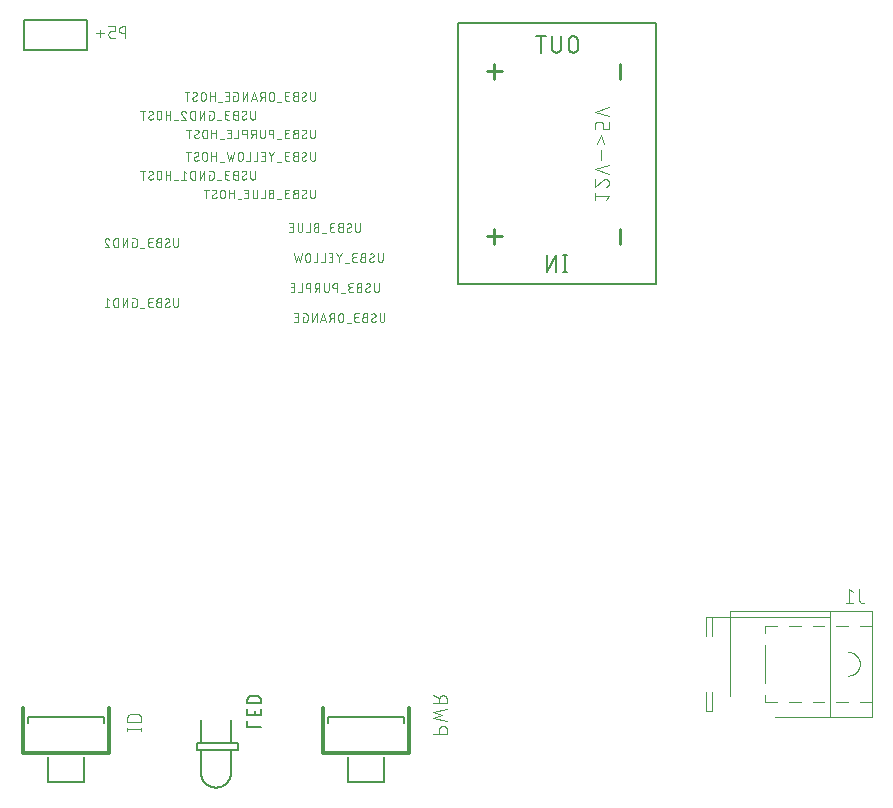
<source format=gbr>
G04 EAGLE Gerber RS-274X export*
G75*
%MOMM*%
%FSLAX34Y34*%
%LPD*%
%INSilkscreen Bottom*%
%IPPOS*%
%AMOC8*
5,1,8,0,0,1.08239X$1,22.5*%
G01*
%ADD10C,0.304800*%
%ADD11C,0.127000*%
%ADD12C,0.101600*%
%ADD13C,0.076200*%
%ADD14C,0.100000*%
%ADD15C,0.203200*%
%ADD16C,0.254000*%


D10*
X474400Y51175D02*
X474400Y13675D01*
X401900Y13675D01*
X401900Y51175D01*
D11*
X405650Y43675D02*
X470650Y43675D01*
X470650Y38675D01*
X405650Y38675D02*
X405650Y43675D01*
X453150Y9925D02*
X453150Y-11325D01*
X423150Y-11325D01*
X423150Y9925D01*
D12*
X495008Y29883D02*
X506692Y29883D01*
X506692Y33129D01*
X506690Y33242D01*
X506684Y33355D01*
X506674Y33468D01*
X506660Y33581D01*
X506643Y33693D01*
X506621Y33804D01*
X506596Y33914D01*
X506566Y34024D01*
X506533Y34132D01*
X506496Y34239D01*
X506456Y34345D01*
X506411Y34449D01*
X506363Y34552D01*
X506312Y34653D01*
X506257Y34752D01*
X506199Y34849D01*
X506137Y34944D01*
X506072Y35037D01*
X506004Y35127D01*
X505933Y35215D01*
X505858Y35301D01*
X505781Y35384D01*
X505701Y35464D01*
X505618Y35541D01*
X505532Y35616D01*
X505444Y35687D01*
X505354Y35755D01*
X505261Y35820D01*
X505166Y35882D01*
X505069Y35940D01*
X504970Y35995D01*
X504869Y36046D01*
X504766Y36094D01*
X504662Y36139D01*
X504556Y36179D01*
X504449Y36216D01*
X504341Y36249D01*
X504231Y36279D01*
X504121Y36304D01*
X504010Y36326D01*
X503898Y36343D01*
X503785Y36357D01*
X503672Y36367D01*
X503559Y36373D01*
X503446Y36375D01*
X503333Y36373D01*
X503220Y36367D01*
X503107Y36357D01*
X502994Y36343D01*
X502882Y36326D01*
X502771Y36304D01*
X502661Y36279D01*
X502551Y36249D01*
X502443Y36216D01*
X502336Y36179D01*
X502230Y36139D01*
X502126Y36094D01*
X502023Y36046D01*
X501922Y35995D01*
X501823Y35940D01*
X501726Y35882D01*
X501631Y35820D01*
X501538Y35755D01*
X501448Y35687D01*
X501360Y35616D01*
X501274Y35541D01*
X501191Y35464D01*
X501111Y35384D01*
X501034Y35301D01*
X500959Y35215D01*
X500888Y35127D01*
X500820Y35037D01*
X500755Y34944D01*
X500693Y34849D01*
X500635Y34752D01*
X500580Y34653D01*
X500529Y34552D01*
X500481Y34449D01*
X500436Y34345D01*
X500396Y34239D01*
X500359Y34132D01*
X500326Y34024D01*
X500296Y33914D01*
X500271Y33804D01*
X500249Y33693D01*
X500232Y33581D01*
X500218Y33468D01*
X500208Y33355D01*
X500202Y33242D01*
X500200Y33129D01*
X500201Y33129D02*
X500201Y29883D01*
X506692Y40339D02*
X495008Y42936D01*
X502797Y45532D01*
X495008Y48129D01*
X506692Y50725D01*
X506692Y55695D02*
X495008Y55695D01*
X506692Y55695D02*
X506692Y58941D01*
X506690Y59054D01*
X506684Y59167D01*
X506674Y59280D01*
X506660Y59393D01*
X506643Y59505D01*
X506621Y59616D01*
X506596Y59726D01*
X506566Y59836D01*
X506533Y59944D01*
X506496Y60051D01*
X506456Y60157D01*
X506411Y60261D01*
X506363Y60364D01*
X506312Y60465D01*
X506257Y60564D01*
X506199Y60661D01*
X506137Y60756D01*
X506072Y60849D01*
X506004Y60939D01*
X505933Y61027D01*
X505858Y61113D01*
X505781Y61196D01*
X505701Y61276D01*
X505618Y61353D01*
X505532Y61428D01*
X505444Y61499D01*
X505354Y61567D01*
X505261Y61632D01*
X505166Y61694D01*
X505069Y61752D01*
X504970Y61807D01*
X504869Y61858D01*
X504766Y61906D01*
X504662Y61951D01*
X504556Y61991D01*
X504449Y62028D01*
X504341Y62061D01*
X504231Y62091D01*
X504121Y62116D01*
X504010Y62138D01*
X503898Y62155D01*
X503785Y62169D01*
X503672Y62179D01*
X503559Y62185D01*
X503446Y62187D01*
X503333Y62185D01*
X503220Y62179D01*
X503107Y62169D01*
X502994Y62155D01*
X502882Y62138D01*
X502771Y62116D01*
X502661Y62091D01*
X502551Y62061D01*
X502443Y62028D01*
X502336Y61991D01*
X502230Y61951D01*
X502126Y61906D01*
X502023Y61858D01*
X501922Y61807D01*
X501823Y61752D01*
X501726Y61694D01*
X501631Y61632D01*
X501538Y61567D01*
X501448Y61499D01*
X501360Y61428D01*
X501274Y61353D01*
X501191Y61276D01*
X501111Y61196D01*
X501034Y61113D01*
X500959Y61027D01*
X500888Y60939D01*
X500820Y60849D01*
X500755Y60756D01*
X500693Y60661D01*
X500635Y60564D01*
X500580Y60465D01*
X500529Y60364D01*
X500481Y60261D01*
X500436Y60157D01*
X500396Y60051D01*
X500359Y59944D01*
X500326Y59836D01*
X500296Y59726D01*
X500271Y59616D01*
X500249Y59505D01*
X500232Y59393D01*
X500218Y59280D01*
X500208Y59167D01*
X500202Y59054D01*
X500200Y58941D01*
X500201Y58941D02*
X500201Y55695D01*
X500201Y59590D02*
X495008Y62186D01*
D10*
X220400Y51175D02*
X220400Y13675D01*
X147900Y13675D01*
X147900Y51175D01*
D11*
X151650Y43675D02*
X216650Y43675D01*
X216650Y38675D01*
X151650Y38675D02*
X151650Y43675D01*
X199150Y9925D02*
X199150Y-11325D01*
X169150Y-11325D01*
X169150Y9925D01*
D12*
X236258Y33546D02*
X247942Y33546D01*
X236258Y32248D02*
X236258Y34845D01*
X247942Y34845D02*
X247942Y32248D01*
X247942Y39826D02*
X236258Y39826D01*
X247942Y39826D02*
X247942Y43071D01*
X247940Y43184D01*
X247934Y43297D01*
X247924Y43410D01*
X247910Y43523D01*
X247893Y43635D01*
X247871Y43746D01*
X247846Y43856D01*
X247816Y43966D01*
X247783Y44074D01*
X247746Y44181D01*
X247706Y44287D01*
X247661Y44391D01*
X247613Y44494D01*
X247562Y44595D01*
X247507Y44694D01*
X247449Y44791D01*
X247387Y44886D01*
X247322Y44979D01*
X247254Y45069D01*
X247183Y45157D01*
X247108Y45243D01*
X247031Y45326D01*
X246951Y45406D01*
X246868Y45483D01*
X246782Y45558D01*
X246694Y45629D01*
X246604Y45697D01*
X246511Y45762D01*
X246416Y45824D01*
X246319Y45882D01*
X246220Y45937D01*
X246119Y45988D01*
X246016Y46036D01*
X245912Y46081D01*
X245806Y46121D01*
X245699Y46158D01*
X245591Y46191D01*
X245481Y46221D01*
X245371Y46246D01*
X245260Y46268D01*
X245148Y46285D01*
X245035Y46299D01*
X244922Y46309D01*
X244809Y46315D01*
X244696Y46317D01*
X239504Y46317D01*
X239391Y46315D01*
X239278Y46309D01*
X239165Y46299D01*
X239052Y46285D01*
X238940Y46268D01*
X238829Y46246D01*
X238719Y46221D01*
X238609Y46191D01*
X238501Y46158D01*
X238394Y46121D01*
X238288Y46081D01*
X238184Y46036D01*
X238081Y45988D01*
X237980Y45937D01*
X237881Y45882D01*
X237784Y45824D01*
X237689Y45762D01*
X237596Y45697D01*
X237506Y45629D01*
X237418Y45558D01*
X237332Y45483D01*
X237249Y45406D01*
X237169Y45326D01*
X237092Y45243D01*
X237017Y45157D01*
X236946Y45069D01*
X236878Y44979D01*
X236813Y44886D01*
X236751Y44791D01*
X236693Y44694D01*
X236638Y44595D01*
X236587Y44494D01*
X236539Y44391D01*
X236494Y44287D01*
X236454Y44181D01*
X236417Y44074D01*
X236384Y43966D01*
X236354Y43856D01*
X236329Y43746D01*
X236307Y43635D01*
X236290Y43523D01*
X236276Y43410D01*
X236266Y43297D01*
X236260Y43184D01*
X236258Y43071D01*
X236258Y39826D01*
D11*
X201920Y608550D02*
X148580Y608550D01*
X201920Y608550D02*
X201920Y633950D01*
X148580Y633950D01*
X148580Y608550D01*
D13*
X234126Y619091D02*
X234126Y628489D01*
X231515Y628489D01*
X231414Y628487D01*
X231313Y628481D01*
X231212Y628471D01*
X231112Y628458D01*
X231012Y628440D01*
X230913Y628419D01*
X230815Y628393D01*
X230718Y628364D01*
X230622Y628332D01*
X230528Y628295D01*
X230435Y628255D01*
X230343Y628211D01*
X230254Y628164D01*
X230166Y628113D01*
X230080Y628059D01*
X229997Y628002D01*
X229915Y627942D01*
X229837Y627878D01*
X229760Y627812D01*
X229687Y627742D01*
X229616Y627670D01*
X229548Y627595D01*
X229483Y627517D01*
X229421Y627437D01*
X229362Y627355D01*
X229306Y627270D01*
X229254Y627184D01*
X229205Y627095D01*
X229159Y627004D01*
X229118Y626912D01*
X229079Y626818D01*
X229045Y626723D01*
X229014Y626627D01*
X228987Y626529D01*
X228963Y626431D01*
X228944Y626331D01*
X228928Y626231D01*
X228916Y626131D01*
X228908Y626030D01*
X228904Y625929D01*
X228904Y625827D01*
X228908Y625726D01*
X228916Y625625D01*
X228928Y625525D01*
X228944Y625425D01*
X228963Y625325D01*
X228987Y625227D01*
X229014Y625129D01*
X229045Y625033D01*
X229079Y624938D01*
X229118Y624844D01*
X229159Y624752D01*
X229205Y624661D01*
X229254Y624573D01*
X229306Y624486D01*
X229362Y624401D01*
X229421Y624319D01*
X229483Y624239D01*
X229548Y624161D01*
X229616Y624086D01*
X229687Y624014D01*
X229760Y623944D01*
X229837Y623878D01*
X229915Y623814D01*
X229997Y623754D01*
X230080Y623697D01*
X230166Y623643D01*
X230254Y623592D01*
X230343Y623545D01*
X230435Y623501D01*
X230528Y623461D01*
X230622Y623424D01*
X230718Y623392D01*
X230815Y623363D01*
X230913Y623337D01*
X231012Y623316D01*
X231112Y623298D01*
X231212Y623285D01*
X231313Y623275D01*
X231414Y623269D01*
X231515Y623267D01*
X231515Y623268D02*
X234126Y623268D01*
X225418Y619091D02*
X222285Y619091D01*
X222196Y619093D01*
X222108Y619099D01*
X222020Y619108D01*
X221932Y619121D01*
X221845Y619138D01*
X221759Y619158D01*
X221674Y619183D01*
X221589Y619210D01*
X221506Y619242D01*
X221425Y619276D01*
X221345Y619315D01*
X221267Y619356D01*
X221190Y619401D01*
X221116Y619449D01*
X221043Y619500D01*
X220973Y619554D01*
X220906Y619612D01*
X220840Y619672D01*
X220778Y619734D01*
X220718Y619800D01*
X220660Y619867D01*
X220606Y619937D01*
X220555Y620010D01*
X220507Y620084D01*
X220462Y620161D01*
X220421Y620239D01*
X220382Y620319D01*
X220348Y620400D01*
X220316Y620483D01*
X220289Y620568D01*
X220264Y620653D01*
X220244Y620739D01*
X220227Y620826D01*
X220214Y620914D01*
X220205Y621002D01*
X220199Y621090D01*
X220197Y621179D01*
X220197Y622224D01*
X220199Y622313D01*
X220205Y622401D01*
X220214Y622489D01*
X220227Y622577D01*
X220244Y622664D01*
X220264Y622750D01*
X220289Y622835D01*
X220316Y622920D01*
X220348Y623003D01*
X220382Y623084D01*
X220421Y623164D01*
X220462Y623242D01*
X220507Y623319D01*
X220555Y623393D01*
X220606Y623466D01*
X220660Y623536D01*
X220718Y623603D01*
X220778Y623669D01*
X220840Y623731D01*
X220906Y623791D01*
X220973Y623849D01*
X221043Y623903D01*
X221116Y623954D01*
X221190Y624002D01*
X221267Y624047D01*
X221345Y624088D01*
X221425Y624127D01*
X221506Y624161D01*
X221589Y624193D01*
X221674Y624220D01*
X221759Y624245D01*
X221845Y624265D01*
X221932Y624282D01*
X222020Y624295D01*
X222108Y624304D01*
X222196Y624310D01*
X222285Y624312D01*
X225418Y624312D01*
X225418Y628489D01*
X220197Y628489D01*
X216186Y622746D02*
X209921Y622746D01*
X213054Y619613D02*
X213054Y625878D01*
D14*
X866325Y56900D02*
X866325Y43900D01*
X866325Y56900D02*
X866325Y120900D01*
X866325Y133900D01*
X831325Y128900D02*
X831325Y43900D01*
X831325Y128900D02*
X831325Y133900D01*
X831325Y128900D02*
X746325Y128900D01*
X746325Y133900D01*
X866325Y133900D01*
X746325Y128900D02*
X731325Y128900D01*
X726325Y128900D01*
X856325Y120900D02*
X866325Y120900D01*
X846325Y120900D02*
X836325Y120900D01*
X826325Y120900D02*
X816325Y120900D01*
X806325Y120900D02*
X796325Y120900D01*
X786325Y120900D02*
X776325Y120900D01*
X856325Y56900D02*
X866325Y56900D01*
X846325Y56900D02*
X836325Y56900D01*
X826325Y56900D02*
X816325Y56900D01*
X806325Y56900D02*
X796325Y56900D01*
X786325Y56900D02*
X776325Y56900D01*
X776325Y62900D01*
X776325Y72900D02*
X776325Y78900D01*
X776325Y98900D01*
X776325Y104900D01*
X776325Y114900D02*
X776325Y120900D01*
X846325Y98900D02*
X846569Y98897D01*
X846812Y98888D01*
X847055Y98873D01*
X847298Y98853D01*
X847540Y98826D01*
X847781Y98793D01*
X848021Y98755D01*
X848261Y98711D01*
X848499Y98661D01*
X848736Y98605D01*
X848972Y98543D01*
X849206Y98476D01*
X849438Y98403D01*
X849669Y98324D01*
X849897Y98240D01*
X850124Y98150D01*
X850348Y98055D01*
X850570Y97954D01*
X850789Y97848D01*
X851005Y97737D01*
X851219Y97620D01*
X851430Y97499D01*
X851638Y97372D01*
X851843Y97240D01*
X852044Y97103D01*
X852242Y96961D01*
X852437Y96815D01*
X852628Y96664D01*
X852815Y96508D01*
X852998Y96348D01*
X853178Y96183D01*
X853353Y96014D01*
X853524Y95841D01*
X853691Y95663D01*
X853853Y95482D01*
X854011Y95297D01*
X854165Y95108D01*
X854314Y94915D01*
X854458Y94719D01*
X854597Y94519D01*
X854732Y94316D01*
X854861Y94109D01*
X854985Y93900D01*
X855104Y93688D01*
X855218Y93472D01*
X855327Y93255D01*
X855430Y93034D01*
X855528Y92811D01*
X855621Y92586D01*
X855708Y92358D01*
X855789Y92129D01*
X855865Y91897D01*
X855935Y91664D01*
X856000Y91429D01*
X856059Y91193D01*
X856112Y90955D01*
X856159Y90716D01*
X856200Y90476D01*
X856235Y90235D01*
X856265Y89994D01*
X856289Y89751D01*
X856306Y89508D01*
X856318Y89265D01*
X856324Y89022D01*
X856324Y88778D01*
X856318Y88535D01*
X856306Y88292D01*
X856289Y88049D01*
X856265Y87806D01*
X856235Y87565D01*
X856200Y87324D01*
X856159Y87084D01*
X856112Y86845D01*
X856059Y86607D01*
X856000Y86371D01*
X855935Y86136D01*
X855865Y85903D01*
X855789Y85671D01*
X855708Y85442D01*
X855621Y85214D01*
X855528Y84989D01*
X855430Y84766D01*
X855327Y84545D01*
X855218Y84328D01*
X855104Y84112D01*
X854985Y83900D01*
X854861Y83691D01*
X854732Y83484D01*
X854597Y83281D01*
X854458Y83081D01*
X854314Y82885D01*
X854165Y82692D01*
X854011Y82503D01*
X853853Y82318D01*
X853691Y82137D01*
X853524Y81959D01*
X853353Y81786D01*
X853178Y81617D01*
X852998Y81452D01*
X852815Y81292D01*
X852628Y81136D01*
X852437Y80985D01*
X852242Y80839D01*
X852044Y80697D01*
X851843Y80560D01*
X851638Y80428D01*
X851430Y80301D01*
X851219Y80180D01*
X851005Y80063D01*
X850789Y79952D01*
X850570Y79846D01*
X850348Y79745D01*
X850124Y79650D01*
X849897Y79560D01*
X849669Y79476D01*
X849438Y79397D01*
X849206Y79324D01*
X848972Y79257D01*
X848736Y79195D01*
X848499Y79139D01*
X848261Y79089D01*
X848021Y79045D01*
X847781Y79007D01*
X847540Y78974D01*
X847298Y78947D01*
X847055Y78927D01*
X846812Y78912D01*
X846569Y78903D01*
X846325Y78900D01*
X866325Y43900D02*
X784425Y43900D01*
X731325Y48900D02*
X726325Y48900D01*
X726325Y65400D01*
X726325Y112400D02*
X726325Y128900D01*
X746325Y128900D02*
X746325Y61600D01*
X731325Y112400D02*
X731325Y128900D01*
X731325Y65400D02*
X731325Y48900D01*
D12*
X856022Y142804D02*
X856022Y151892D01*
X856023Y142804D02*
X856025Y142705D01*
X856031Y142605D01*
X856040Y142506D01*
X856053Y142408D01*
X856070Y142310D01*
X856091Y142212D01*
X856116Y142116D01*
X856144Y142021D01*
X856176Y141927D01*
X856211Y141834D01*
X856250Y141742D01*
X856293Y141652D01*
X856338Y141564D01*
X856388Y141477D01*
X856440Y141393D01*
X856496Y141310D01*
X856554Y141230D01*
X856616Y141152D01*
X856681Y141077D01*
X856749Y141004D01*
X856819Y140934D01*
X856892Y140866D01*
X856967Y140801D01*
X857045Y140739D01*
X857125Y140681D01*
X857208Y140625D01*
X857292Y140573D01*
X857379Y140523D01*
X857467Y140478D01*
X857557Y140435D01*
X857649Y140396D01*
X857742Y140361D01*
X857836Y140329D01*
X857931Y140301D01*
X858027Y140276D01*
X858125Y140255D01*
X858223Y140238D01*
X858321Y140225D01*
X858420Y140216D01*
X858520Y140210D01*
X858619Y140208D01*
X859917Y140208D01*
X850749Y149296D02*
X847503Y151892D01*
X847503Y140208D01*
X844258Y140208D02*
X850749Y140208D01*
D15*
X298450Y41275D02*
X298450Y22225D01*
X323850Y22225D02*
X323850Y41275D01*
X330200Y22225D02*
X295275Y22225D01*
X295275Y15875D01*
X298450Y15875D01*
X323850Y15875D01*
X330200Y15875D01*
X330200Y22225D01*
X323850Y15875D02*
X323850Y-3175D01*
X323846Y-3482D01*
X323835Y-3789D01*
X323817Y-4095D01*
X323791Y-4401D01*
X323757Y-4706D01*
X323717Y-5010D01*
X323669Y-5313D01*
X323613Y-5615D01*
X323551Y-5915D01*
X323481Y-6214D01*
X323404Y-6511D01*
X323320Y-6807D01*
X323228Y-7100D01*
X323130Y-7390D01*
X323025Y-7678D01*
X322912Y-7964D01*
X322793Y-8247D01*
X322667Y-8527D01*
X322535Y-8804D01*
X322395Y-9077D01*
X322249Y-9347D01*
X322097Y-9613D01*
X321938Y-9876D01*
X321773Y-10135D01*
X321602Y-10389D01*
X321425Y-10640D01*
X321241Y-10886D01*
X321052Y-11128D01*
X320857Y-11364D01*
X320656Y-11597D01*
X320450Y-11824D01*
X320238Y-12046D01*
X320021Y-12263D01*
X319799Y-12475D01*
X319572Y-12681D01*
X319339Y-12882D01*
X319103Y-13077D01*
X318861Y-13266D01*
X318615Y-13450D01*
X318364Y-13627D01*
X318110Y-13798D01*
X317851Y-13963D01*
X317588Y-14122D01*
X317322Y-14274D01*
X317052Y-14420D01*
X316779Y-14560D01*
X316502Y-14692D01*
X316222Y-14818D01*
X315939Y-14937D01*
X315653Y-15050D01*
X315365Y-15155D01*
X315075Y-15253D01*
X314782Y-15345D01*
X314486Y-15429D01*
X314189Y-15506D01*
X313890Y-15576D01*
X313590Y-15638D01*
X313288Y-15694D01*
X312985Y-15742D01*
X312681Y-15782D01*
X312376Y-15816D01*
X312070Y-15842D01*
X311764Y-15860D01*
X311457Y-15871D01*
X311150Y-15875D01*
X310843Y-15871D01*
X310536Y-15860D01*
X310230Y-15842D01*
X309924Y-15816D01*
X309619Y-15782D01*
X309315Y-15742D01*
X309012Y-15694D01*
X308710Y-15638D01*
X308410Y-15576D01*
X308111Y-15506D01*
X307814Y-15429D01*
X307518Y-15345D01*
X307225Y-15253D01*
X306935Y-15155D01*
X306647Y-15050D01*
X306361Y-14937D01*
X306078Y-14818D01*
X305798Y-14692D01*
X305521Y-14560D01*
X305248Y-14420D01*
X304978Y-14274D01*
X304712Y-14122D01*
X304449Y-13963D01*
X304190Y-13798D01*
X303936Y-13627D01*
X303685Y-13450D01*
X303439Y-13266D01*
X303197Y-13077D01*
X302961Y-12882D01*
X302728Y-12681D01*
X302501Y-12475D01*
X302279Y-12263D01*
X302062Y-12046D01*
X301850Y-11824D01*
X301644Y-11597D01*
X301443Y-11364D01*
X301248Y-11128D01*
X301059Y-10886D01*
X300875Y-10640D01*
X300698Y-10389D01*
X300527Y-10135D01*
X300362Y-9876D01*
X300203Y-9613D01*
X300051Y-9347D01*
X299905Y-9077D01*
X299765Y-8804D01*
X299633Y-8527D01*
X299507Y-8247D01*
X299388Y-7964D01*
X299275Y-7678D01*
X299170Y-7390D01*
X299072Y-7100D01*
X298980Y-6807D01*
X298896Y-6511D01*
X298819Y-6214D01*
X298749Y-5915D01*
X298687Y-5615D01*
X298631Y-5313D01*
X298583Y-5010D01*
X298543Y-4706D01*
X298509Y-4401D01*
X298483Y-4095D01*
X298465Y-3789D01*
X298454Y-3482D01*
X298450Y-3175D01*
X298450Y15875D01*
D11*
X337820Y35560D02*
X349250Y35560D01*
X337820Y35560D02*
X337820Y40640D01*
X337820Y45466D02*
X337820Y50546D01*
X337820Y45466D02*
X349250Y45466D01*
X349250Y50546D01*
X344170Y49276D02*
X344170Y45466D01*
X349250Y55347D02*
X337820Y55347D01*
X349250Y55347D02*
X349250Y58522D01*
X349248Y58633D01*
X349242Y58743D01*
X349233Y58854D01*
X349219Y58964D01*
X349202Y59073D01*
X349181Y59182D01*
X349156Y59290D01*
X349127Y59397D01*
X349095Y59503D01*
X349059Y59608D01*
X349019Y59711D01*
X348976Y59813D01*
X348929Y59914D01*
X348878Y60013D01*
X348825Y60110D01*
X348768Y60204D01*
X348707Y60297D01*
X348644Y60388D01*
X348577Y60477D01*
X348507Y60563D01*
X348434Y60646D01*
X348359Y60728D01*
X348281Y60806D01*
X348199Y60881D01*
X348116Y60954D01*
X348030Y61024D01*
X347941Y61091D01*
X347850Y61154D01*
X347757Y61215D01*
X347663Y61272D01*
X347566Y61325D01*
X347467Y61376D01*
X347366Y61423D01*
X347264Y61466D01*
X347161Y61506D01*
X347056Y61542D01*
X346950Y61574D01*
X346843Y61603D01*
X346735Y61628D01*
X346626Y61649D01*
X346517Y61666D01*
X346407Y61680D01*
X346296Y61689D01*
X346186Y61695D01*
X346075Y61697D01*
X340995Y61697D01*
X340884Y61695D01*
X340774Y61689D01*
X340663Y61680D01*
X340553Y61666D01*
X340444Y61649D01*
X340335Y61628D01*
X340227Y61603D01*
X340120Y61574D01*
X340014Y61542D01*
X339909Y61506D01*
X339806Y61466D01*
X339704Y61423D01*
X339603Y61376D01*
X339504Y61325D01*
X339408Y61272D01*
X339313Y61215D01*
X339220Y61154D01*
X339129Y61091D01*
X339040Y61024D01*
X338954Y60954D01*
X338871Y60881D01*
X338789Y60806D01*
X338711Y60728D01*
X338636Y60646D01*
X338563Y60563D01*
X338493Y60477D01*
X338426Y60388D01*
X338363Y60297D01*
X338302Y60204D01*
X338245Y60109D01*
X338192Y60013D01*
X338141Y59914D01*
X338094Y59813D01*
X338051Y59711D01*
X338011Y59608D01*
X337975Y59503D01*
X337943Y59397D01*
X337914Y59290D01*
X337889Y59182D01*
X337868Y59073D01*
X337851Y58964D01*
X337837Y58854D01*
X337828Y58743D01*
X337822Y58633D01*
X337820Y58522D01*
X337820Y55347D01*
X683895Y410210D02*
X683895Y631190D01*
X516255Y631190D01*
X516255Y410210D01*
X683895Y410210D01*
D16*
X553085Y450850D02*
X540385Y450850D01*
X653415Y457200D02*
X653415Y444500D01*
X546735Y444500D02*
X546735Y457200D01*
X540385Y590550D02*
X553085Y590550D01*
X653415Y596900D02*
X653415Y584200D01*
X546735Y584200D02*
X546735Y596900D01*
D11*
X606943Y434975D02*
X606943Y421005D01*
X608495Y421005D02*
X605391Y421005D01*
X605391Y434975D02*
X608495Y434975D01*
X599416Y434975D02*
X599416Y421005D01*
X591655Y421005D02*
X599416Y434975D01*
X591655Y434975D02*
X591655Y421005D01*
X617644Y610306D02*
X617644Y616514D01*
X617645Y616514D02*
X617643Y616637D01*
X617637Y616760D01*
X617627Y616883D01*
X617614Y617005D01*
X617596Y617127D01*
X617575Y617248D01*
X617550Y617369D01*
X617521Y617489D01*
X617488Y617607D01*
X617451Y617725D01*
X617411Y617841D01*
X617367Y617956D01*
X617319Y618070D01*
X617268Y618182D01*
X617214Y618292D01*
X617155Y618401D01*
X617094Y618508D01*
X617029Y618612D01*
X616961Y618715D01*
X616889Y618815D01*
X616815Y618913D01*
X616737Y619009D01*
X616656Y619102D01*
X616573Y619192D01*
X616486Y619280D01*
X616397Y619365D01*
X616306Y619447D01*
X616211Y619526D01*
X616114Y619602D01*
X616015Y619675D01*
X615914Y619745D01*
X615810Y619812D01*
X615705Y619875D01*
X615597Y619935D01*
X615487Y619991D01*
X615376Y620044D01*
X615263Y620094D01*
X615149Y620139D01*
X615033Y620182D01*
X614916Y620220D01*
X614798Y620255D01*
X614679Y620286D01*
X614559Y620313D01*
X614438Y620336D01*
X614316Y620355D01*
X614194Y620371D01*
X614072Y620383D01*
X613949Y620391D01*
X613826Y620395D01*
X613702Y620395D01*
X613579Y620391D01*
X613456Y620383D01*
X613334Y620371D01*
X613212Y620355D01*
X613090Y620336D01*
X612969Y620313D01*
X612849Y620286D01*
X612730Y620255D01*
X612612Y620220D01*
X612495Y620182D01*
X612379Y620139D01*
X612265Y620094D01*
X612152Y620044D01*
X612041Y619991D01*
X611931Y619935D01*
X611824Y619875D01*
X611718Y619812D01*
X611614Y619745D01*
X611513Y619675D01*
X611414Y619602D01*
X611317Y619526D01*
X611222Y619447D01*
X611131Y619365D01*
X611042Y619280D01*
X610955Y619192D01*
X610872Y619102D01*
X610791Y619009D01*
X610713Y618913D01*
X610639Y618815D01*
X610567Y618715D01*
X610499Y618612D01*
X610434Y618508D01*
X610373Y618401D01*
X610314Y618292D01*
X610260Y618182D01*
X610209Y618070D01*
X610161Y617956D01*
X610117Y617841D01*
X610077Y617725D01*
X610040Y617607D01*
X610007Y617489D01*
X609978Y617369D01*
X609953Y617248D01*
X609932Y617127D01*
X609914Y617005D01*
X609901Y616883D01*
X609891Y616760D01*
X609885Y616637D01*
X609883Y616514D01*
X609883Y610306D01*
X609885Y610183D01*
X609891Y610060D01*
X609901Y609937D01*
X609914Y609815D01*
X609932Y609693D01*
X609953Y609572D01*
X609978Y609451D01*
X610007Y609331D01*
X610040Y609213D01*
X610077Y609095D01*
X610117Y608979D01*
X610161Y608864D01*
X610209Y608750D01*
X610260Y608638D01*
X610314Y608528D01*
X610373Y608419D01*
X610434Y608312D01*
X610499Y608208D01*
X610567Y608105D01*
X610639Y608005D01*
X610713Y607907D01*
X610791Y607811D01*
X610872Y607718D01*
X610955Y607628D01*
X611042Y607540D01*
X611131Y607455D01*
X611222Y607373D01*
X611317Y607294D01*
X611414Y607218D01*
X611513Y607145D01*
X611614Y607075D01*
X611718Y607008D01*
X611824Y606945D01*
X611931Y606885D01*
X612041Y606829D01*
X612152Y606776D01*
X612265Y606726D01*
X612379Y606681D01*
X612495Y606638D01*
X612612Y606600D01*
X612730Y606565D01*
X612849Y606534D01*
X612969Y606507D01*
X613090Y606484D01*
X613212Y606465D01*
X613334Y606449D01*
X613456Y606437D01*
X613579Y606429D01*
X613702Y606425D01*
X613826Y606425D01*
X613949Y606429D01*
X614072Y606437D01*
X614194Y606449D01*
X614316Y606465D01*
X614438Y606484D01*
X614559Y606507D01*
X614679Y606534D01*
X614798Y606565D01*
X614916Y606600D01*
X615033Y606638D01*
X615149Y606681D01*
X615263Y606726D01*
X615376Y606776D01*
X615487Y606829D01*
X615597Y606885D01*
X615705Y606945D01*
X615810Y607008D01*
X615914Y607075D01*
X616015Y607145D01*
X616114Y607218D01*
X616211Y607294D01*
X616306Y607373D01*
X616397Y607455D01*
X616486Y607540D01*
X616573Y607628D01*
X616656Y607718D01*
X616737Y607811D01*
X616815Y607907D01*
X616889Y608005D01*
X616961Y608105D01*
X617029Y608208D01*
X617094Y608312D01*
X617155Y608419D01*
X617214Y608528D01*
X617268Y608638D01*
X617319Y608750D01*
X617367Y608864D01*
X617411Y608979D01*
X617451Y609095D01*
X617488Y609213D01*
X617521Y609331D01*
X617550Y609451D01*
X617575Y609572D01*
X617596Y609693D01*
X617614Y609815D01*
X617627Y609937D01*
X617637Y610060D01*
X617643Y610183D01*
X617645Y610306D01*
X603499Y610306D02*
X603499Y620395D01*
X603500Y610306D02*
X603498Y610183D01*
X603492Y610060D01*
X603482Y609937D01*
X603469Y609815D01*
X603451Y609693D01*
X603430Y609572D01*
X603405Y609451D01*
X603376Y609331D01*
X603343Y609213D01*
X603306Y609095D01*
X603266Y608979D01*
X603222Y608864D01*
X603174Y608750D01*
X603123Y608638D01*
X603069Y608528D01*
X603010Y608419D01*
X602949Y608312D01*
X602884Y608208D01*
X602816Y608105D01*
X602744Y608005D01*
X602670Y607907D01*
X602592Y607811D01*
X602511Y607718D01*
X602428Y607628D01*
X602341Y607540D01*
X602252Y607455D01*
X602161Y607373D01*
X602066Y607294D01*
X601969Y607218D01*
X601870Y607145D01*
X601769Y607075D01*
X601665Y607008D01*
X601560Y606945D01*
X601452Y606885D01*
X601342Y606829D01*
X601231Y606776D01*
X601118Y606726D01*
X601004Y606681D01*
X600888Y606638D01*
X600771Y606600D01*
X600653Y606565D01*
X600534Y606534D01*
X600414Y606507D01*
X600293Y606484D01*
X600171Y606465D01*
X600049Y606449D01*
X599927Y606437D01*
X599804Y606429D01*
X599681Y606425D01*
X599557Y606425D01*
X599434Y606429D01*
X599311Y606437D01*
X599189Y606449D01*
X599067Y606465D01*
X598945Y606484D01*
X598824Y606507D01*
X598704Y606534D01*
X598585Y606565D01*
X598467Y606600D01*
X598350Y606638D01*
X598234Y606681D01*
X598120Y606726D01*
X598007Y606776D01*
X597896Y606829D01*
X597786Y606885D01*
X597679Y606945D01*
X597573Y607008D01*
X597469Y607075D01*
X597368Y607145D01*
X597269Y607218D01*
X597172Y607294D01*
X597077Y607373D01*
X596986Y607455D01*
X596897Y607540D01*
X596810Y607628D01*
X596727Y607718D01*
X596646Y607811D01*
X596568Y607907D01*
X596494Y608005D01*
X596422Y608105D01*
X596354Y608208D01*
X596289Y608312D01*
X596228Y608419D01*
X596169Y608528D01*
X596115Y608638D01*
X596064Y608750D01*
X596016Y608864D01*
X595972Y608979D01*
X595932Y609095D01*
X595895Y609213D01*
X595862Y609331D01*
X595833Y609451D01*
X595808Y609572D01*
X595787Y609693D01*
X595769Y609815D01*
X595756Y609937D01*
X595746Y610060D01*
X595740Y610183D01*
X595738Y610306D01*
X595738Y620395D01*
X586387Y620395D02*
X586387Y606425D01*
X590267Y620395D02*
X582506Y620395D01*
D12*
X644017Y484561D02*
X641421Y481316D01*
X644017Y484561D02*
X632333Y484561D01*
X632333Y481316D02*
X632333Y487807D01*
X641096Y499237D02*
X641203Y499235D01*
X641309Y499229D01*
X641415Y499219D01*
X641521Y499206D01*
X641627Y499188D01*
X641731Y499167D01*
X641835Y499142D01*
X641938Y499113D01*
X642039Y499081D01*
X642139Y499044D01*
X642238Y499004D01*
X642336Y498961D01*
X642432Y498914D01*
X642526Y498863D01*
X642618Y498809D01*
X642708Y498752D01*
X642796Y498692D01*
X642881Y498628D01*
X642964Y498561D01*
X643045Y498491D01*
X643123Y498419D01*
X643199Y498343D01*
X643271Y498265D01*
X643341Y498184D01*
X643408Y498101D01*
X643472Y498016D01*
X643532Y497928D01*
X643589Y497838D01*
X643643Y497746D01*
X643694Y497652D01*
X643741Y497556D01*
X643784Y497458D01*
X643824Y497359D01*
X643861Y497259D01*
X643893Y497158D01*
X643922Y497055D01*
X643947Y496951D01*
X643968Y496847D01*
X643986Y496741D01*
X643999Y496635D01*
X644009Y496529D01*
X644015Y496423D01*
X644017Y496316D01*
X644015Y496195D01*
X644009Y496074D01*
X643999Y495954D01*
X643986Y495833D01*
X643968Y495714D01*
X643947Y495594D01*
X643922Y495476D01*
X643893Y495359D01*
X643860Y495242D01*
X643824Y495127D01*
X643783Y495013D01*
X643740Y494900D01*
X643692Y494788D01*
X643641Y494679D01*
X643586Y494571D01*
X643528Y494464D01*
X643467Y494360D01*
X643402Y494258D01*
X643334Y494158D01*
X643263Y494060D01*
X643189Y493964D01*
X643112Y493871D01*
X643031Y493781D01*
X642948Y493693D01*
X642862Y493608D01*
X642773Y493525D01*
X642682Y493446D01*
X642588Y493369D01*
X642492Y493296D01*
X642394Y493226D01*
X642293Y493159D01*
X642190Y493095D01*
X642085Y493035D01*
X641978Y492978D01*
X641870Y492924D01*
X641760Y492874D01*
X641648Y492828D01*
X641535Y492785D01*
X641420Y492746D01*
X638824Y498264D02*
X638901Y498343D01*
X638982Y498419D01*
X639065Y498492D01*
X639150Y498562D01*
X639238Y498629D01*
X639328Y498693D01*
X639420Y498753D01*
X639515Y498810D01*
X639611Y498864D01*
X639709Y498915D01*
X639809Y498962D01*
X639911Y499006D01*
X640014Y499046D01*
X640118Y499082D01*
X640224Y499114D01*
X640330Y499143D01*
X640438Y499168D01*
X640546Y499190D01*
X640656Y499207D01*
X640765Y499221D01*
X640875Y499230D01*
X640986Y499236D01*
X641096Y499238D01*
X638824Y498263D02*
X632333Y492746D01*
X632333Y499237D01*
X632333Y507421D02*
X644017Y503527D01*
X644017Y511316D02*
X632333Y507421D01*
X636877Y515719D02*
X636877Y523508D01*
X640122Y528673D02*
X636877Y536462D01*
X633631Y528673D01*
X632333Y541514D02*
X632333Y545409D01*
X632335Y545508D01*
X632341Y545608D01*
X632350Y545707D01*
X632363Y545805D01*
X632380Y545903D01*
X632401Y546001D01*
X632426Y546097D01*
X632454Y546192D01*
X632486Y546286D01*
X632521Y546379D01*
X632560Y546471D01*
X632603Y546561D01*
X632648Y546649D01*
X632698Y546736D01*
X632750Y546820D01*
X632806Y546903D01*
X632864Y546983D01*
X632926Y547061D01*
X632991Y547136D01*
X633059Y547209D01*
X633129Y547279D01*
X633202Y547347D01*
X633277Y547412D01*
X633355Y547474D01*
X633435Y547532D01*
X633518Y547588D01*
X633602Y547640D01*
X633689Y547690D01*
X633777Y547735D01*
X633867Y547778D01*
X633959Y547817D01*
X634052Y547852D01*
X634146Y547884D01*
X634241Y547912D01*
X634337Y547937D01*
X634435Y547958D01*
X634533Y547975D01*
X634631Y547988D01*
X634730Y547997D01*
X634830Y548003D01*
X634929Y548005D01*
X636228Y548005D01*
X636327Y548003D01*
X636427Y547997D01*
X636526Y547988D01*
X636624Y547975D01*
X636722Y547958D01*
X636820Y547937D01*
X636916Y547912D01*
X637011Y547884D01*
X637105Y547852D01*
X637198Y547817D01*
X637290Y547778D01*
X637380Y547735D01*
X637468Y547690D01*
X637555Y547640D01*
X637639Y547588D01*
X637722Y547532D01*
X637802Y547474D01*
X637880Y547412D01*
X637955Y547347D01*
X638028Y547279D01*
X638098Y547209D01*
X638166Y547136D01*
X638231Y547061D01*
X638293Y546983D01*
X638351Y546903D01*
X638407Y546820D01*
X638459Y546736D01*
X638509Y546649D01*
X638554Y546561D01*
X638597Y546471D01*
X638636Y546379D01*
X638671Y546286D01*
X638703Y546192D01*
X638731Y546097D01*
X638756Y546001D01*
X638777Y545903D01*
X638794Y545805D01*
X638807Y545707D01*
X638816Y545608D01*
X638822Y545508D01*
X638824Y545409D01*
X638824Y541514D01*
X644017Y541514D01*
X644017Y548005D01*
X644017Y552295D02*
X632333Y556189D01*
X644017Y560084D01*
D13*
X453832Y385635D02*
X453832Y380315D01*
X453831Y380315D02*
X453829Y380226D01*
X453823Y380137D01*
X453813Y380048D01*
X453800Y379960D01*
X453783Y379872D01*
X453761Y379785D01*
X453736Y379700D01*
X453708Y379615D01*
X453675Y379532D01*
X453639Y379450D01*
X453600Y379370D01*
X453557Y379292D01*
X453511Y379216D01*
X453461Y379141D01*
X453408Y379069D01*
X453352Y379000D01*
X453293Y378933D01*
X453232Y378868D01*
X453167Y378807D01*
X453100Y378748D01*
X453031Y378692D01*
X452959Y378639D01*
X452884Y378589D01*
X452808Y378543D01*
X452730Y378500D01*
X452650Y378461D01*
X452568Y378425D01*
X452485Y378392D01*
X452400Y378364D01*
X452315Y378339D01*
X452228Y378317D01*
X452140Y378300D01*
X452052Y378287D01*
X451963Y378277D01*
X451874Y378271D01*
X451785Y378269D01*
X451696Y378271D01*
X451607Y378277D01*
X451518Y378287D01*
X451430Y378300D01*
X451342Y378317D01*
X451255Y378339D01*
X451170Y378364D01*
X451085Y378392D01*
X451002Y378425D01*
X450920Y378461D01*
X450840Y378500D01*
X450762Y378543D01*
X450686Y378589D01*
X450611Y378639D01*
X450539Y378692D01*
X450470Y378748D01*
X450403Y378807D01*
X450338Y378868D01*
X450277Y378933D01*
X450218Y379000D01*
X450162Y379069D01*
X450109Y379141D01*
X450059Y379216D01*
X450013Y379292D01*
X449970Y379370D01*
X449931Y379450D01*
X449895Y379532D01*
X449862Y379615D01*
X449834Y379700D01*
X449809Y379785D01*
X449787Y379872D01*
X449770Y379960D01*
X449757Y380048D01*
X449747Y380137D01*
X449741Y380226D01*
X449739Y380315D01*
X449739Y385635D01*
X442424Y379905D02*
X442426Y379827D01*
X442431Y379749D01*
X442441Y379672D01*
X442454Y379595D01*
X442470Y379519D01*
X442490Y379444D01*
X442514Y379370D01*
X442541Y379297D01*
X442572Y379225D01*
X442606Y379155D01*
X442643Y379086D01*
X442684Y379020D01*
X442728Y378955D01*
X442774Y378893D01*
X442824Y378833D01*
X442876Y378775D01*
X442931Y378720D01*
X442989Y378668D01*
X443049Y378618D01*
X443111Y378572D01*
X443176Y378528D01*
X443243Y378487D01*
X443311Y378450D01*
X443381Y378416D01*
X443453Y378385D01*
X443526Y378358D01*
X443600Y378334D01*
X443675Y378314D01*
X443751Y378298D01*
X443828Y378285D01*
X443905Y378275D01*
X443983Y378270D01*
X444061Y378268D01*
X444061Y378269D02*
X444175Y378271D01*
X444288Y378276D01*
X444402Y378286D01*
X444515Y378299D01*
X444627Y378316D01*
X444739Y378336D01*
X444850Y378360D01*
X444961Y378388D01*
X445070Y378419D01*
X445178Y378454D01*
X445285Y378493D01*
X445391Y378535D01*
X445495Y378580D01*
X445598Y378629D01*
X445699Y378682D01*
X445798Y378737D01*
X445896Y378796D01*
X445991Y378858D01*
X446084Y378923D01*
X446176Y378991D01*
X446264Y379062D01*
X446351Y379136D01*
X446435Y379213D01*
X446516Y379292D01*
X446312Y383998D02*
X446310Y384076D01*
X446305Y384154D01*
X446295Y384231D01*
X446282Y384308D01*
X446266Y384384D01*
X446246Y384459D01*
X446222Y384533D01*
X446195Y384606D01*
X446164Y384678D01*
X446130Y384748D01*
X446093Y384817D01*
X446052Y384883D01*
X446008Y384948D01*
X445962Y385010D01*
X445912Y385070D01*
X445860Y385128D01*
X445805Y385183D01*
X445747Y385235D01*
X445687Y385285D01*
X445625Y385331D01*
X445560Y385375D01*
X445494Y385416D01*
X445425Y385453D01*
X445355Y385487D01*
X445283Y385518D01*
X445210Y385545D01*
X445136Y385569D01*
X445061Y385589D01*
X444985Y385605D01*
X444908Y385618D01*
X444831Y385628D01*
X444753Y385633D01*
X444675Y385635D01*
X444675Y385634D02*
X444565Y385632D01*
X444456Y385626D01*
X444346Y385616D01*
X444238Y385603D01*
X444129Y385585D01*
X444022Y385564D01*
X443915Y385538D01*
X443809Y385509D01*
X443704Y385477D01*
X443601Y385440D01*
X443499Y385400D01*
X443398Y385356D01*
X443299Y385308D01*
X443202Y385258D01*
X443107Y385203D01*
X443014Y385145D01*
X442923Y385084D01*
X442834Y385020D01*
X445493Y382565D02*
X445560Y382607D01*
X445625Y382651D01*
X445687Y382699D01*
X445747Y382749D01*
X445805Y382802D01*
X445860Y382858D01*
X445912Y382917D01*
X445962Y382977D01*
X446009Y383041D01*
X446052Y383106D01*
X446093Y383173D01*
X446130Y383242D01*
X446164Y383313D01*
X446195Y383385D01*
X446222Y383459D01*
X446246Y383533D01*
X446266Y383609D01*
X446282Y383686D01*
X446295Y383763D01*
X446305Y383841D01*
X446310Y383920D01*
X446312Y383998D01*
X443243Y381337D02*
X443177Y381296D01*
X443112Y381251D01*
X443050Y381204D01*
X442990Y381153D01*
X442932Y381100D01*
X442877Y381044D01*
X442824Y380986D01*
X442775Y380925D01*
X442728Y380862D01*
X442685Y380797D01*
X442644Y380730D01*
X442607Y380661D01*
X442573Y380590D01*
X442542Y380518D01*
X442515Y380444D01*
X442491Y380369D01*
X442471Y380294D01*
X442455Y380217D01*
X442442Y380140D01*
X442432Y380062D01*
X442427Y379983D01*
X442425Y379905D01*
X443243Y381338D02*
X445493Y382565D01*
X439083Y382361D02*
X437037Y382361D01*
X436948Y382359D01*
X436859Y382353D01*
X436770Y382343D01*
X436682Y382330D01*
X436594Y382313D01*
X436507Y382291D01*
X436422Y382266D01*
X436337Y382238D01*
X436254Y382205D01*
X436172Y382169D01*
X436092Y382130D01*
X436014Y382087D01*
X435938Y382041D01*
X435863Y381991D01*
X435791Y381938D01*
X435722Y381882D01*
X435655Y381823D01*
X435590Y381762D01*
X435529Y381697D01*
X435470Y381630D01*
X435414Y381561D01*
X435361Y381489D01*
X435311Y381414D01*
X435265Y381338D01*
X435222Y381260D01*
X435183Y381180D01*
X435147Y381098D01*
X435114Y381015D01*
X435086Y380930D01*
X435061Y380845D01*
X435039Y380758D01*
X435022Y380670D01*
X435009Y380582D01*
X434999Y380493D01*
X434993Y380404D01*
X434991Y380315D01*
X434993Y380226D01*
X434999Y380137D01*
X435009Y380048D01*
X435022Y379960D01*
X435039Y379872D01*
X435061Y379785D01*
X435086Y379700D01*
X435114Y379615D01*
X435147Y379532D01*
X435183Y379450D01*
X435222Y379370D01*
X435265Y379292D01*
X435311Y379216D01*
X435361Y379141D01*
X435414Y379069D01*
X435470Y379000D01*
X435529Y378933D01*
X435590Y378868D01*
X435655Y378807D01*
X435722Y378748D01*
X435791Y378692D01*
X435863Y378639D01*
X435938Y378589D01*
X436014Y378543D01*
X436092Y378500D01*
X436172Y378461D01*
X436254Y378425D01*
X436337Y378392D01*
X436422Y378364D01*
X436507Y378339D01*
X436594Y378317D01*
X436682Y378300D01*
X436770Y378287D01*
X436859Y378277D01*
X436948Y378271D01*
X437037Y378269D01*
X439083Y378269D01*
X439083Y385635D01*
X437037Y385635D01*
X436958Y385633D01*
X436879Y385627D01*
X436800Y385618D01*
X436722Y385605D01*
X436645Y385587D01*
X436569Y385567D01*
X436494Y385542D01*
X436420Y385514D01*
X436347Y385483D01*
X436276Y385447D01*
X436207Y385409D01*
X436140Y385367D01*
X436075Y385322D01*
X436012Y385274D01*
X435951Y385223D01*
X435894Y385169D01*
X435838Y385113D01*
X435786Y385054D01*
X435736Y384992D01*
X435690Y384928D01*
X435646Y384862D01*
X435606Y384794D01*
X435570Y384724D01*
X435536Y384652D01*
X435506Y384578D01*
X435480Y384504D01*
X435457Y384428D01*
X435439Y384351D01*
X435423Y384274D01*
X435412Y384195D01*
X435404Y384117D01*
X435400Y384038D01*
X435400Y383958D01*
X435404Y383879D01*
X435412Y383801D01*
X435423Y383722D01*
X435439Y383645D01*
X435457Y383568D01*
X435480Y383492D01*
X435506Y383418D01*
X435536Y383344D01*
X435570Y383272D01*
X435606Y383202D01*
X435646Y383134D01*
X435690Y383068D01*
X435736Y383004D01*
X435786Y382942D01*
X435838Y382883D01*
X435894Y382827D01*
X435951Y382773D01*
X436012Y382722D01*
X436075Y382674D01*
X436140Y382629D01*
X436207Y382587D01*
X436276Y382549D01*
X436347Y382513D01*
X436420Y382482D01*
X436494Y382454D01*
X436569Y382429D01*
X436645Y382409D01*
X436722Y382391D01*
X436800Y382378D01*
X436879Y382369D01*
X436958Y382363D01*
X437037Y382361D01*
X432130Y378269D02*
X430084Y378269D01*
X429995Y378271D01*
X429906Y378277D01*
X429817Y378287D01*
X429729Y378300D01*
X429641Y378317D01*
X429554Y378339D01*
X429469Y378364D01*
X429384Y378392D01*
X429301Y378425D01*
X429219Y378461D01*
X429139Y378500D01*
X429061Y378543D01*
X428985Y378589D01*
X428910Y378639D01*
X428838Y378692D01*
X428769Y378748D01*
X428702Y378807D01*
X428637Y378868D01*
X428576Y378933D01*
X428517Y379000D01*
X428461Y379069D01*
X428408Y379141D01*
X428358Y379216D01*
X428312Y379292D01*
X428269Y379370D01*
X428230Y379450D01*
X428194Y379532D01*
X428161Y379615D01*
X428133Y379700D01*
X428108Y379785D01*
X428086Y379872D01*
X428069Y379960D01*
X428056Y380048D01*
X428046Y380137D01*
X428040Y380226D01*
X428038Y380315D01*
X428040Y380404D01*
X428046Y380493D01*
X428056Y380582D01*
X428069Y380670D01*
X428086Y380758D01*
X428108Y380845D01*
X428133Y380930D01*
X428161Y381015D01*
X428194Y381098D01*
X428230Y381180D01*
X428269Y381260D01*
X428312Y381338D01*
X428358Y381414D01*
X428408Y381489D01*
X428461Y381561D01*
X428517Y381630D01*
X428576Y381697D01*
X428637Y381762D01*
X428702Y381823D01*
X428769Y381882D01*
X428838Y381938D01*
X428910Y381991D01*
X428985Y382041D01*
X429061Y382087D01*
X429139Y382130D01*
X429219Y382169D01*
X429301Y382205D01*
X429384Y382238D01*
X429469Y382266D01*
X429554Y382291D01*
X429641Y382313D01*
X429729Y382330D01*
X429817Y382343D01*
X429906Y382353D01*
X429995Y382359D01*
X430084Y382361D01*
X429674Y385635D02*
X432130Y385635D01*
X429674Y385635D02*
X429595Y385633D01*
X429516Y385627D01*
X429437Y385618D01*
X429359Y385605D01*
X429282Y385587D01*
X429206Y385567D01*
X429131Y385542D01*
X429057Y385514D01*
X428984Y385483D01*
X428913Y385447D01*
X428844Y385409D01*
X428777Y385367D01*
X428712Y385322D01*
X428649Y385274D01*
X428588Y385223D01*
X428531Y385169D01*
X428475Y385113D01*
X428423Y385054D01*
X428373Y384992D01*
X428327Y384928D01*
X428283Y384862D01*
X428243Y384794D01*
X428207Y384724D01*
X428173Y384652D01*
X428143Y384578D01*
X428117Y384504D01*
X428094Y384428D01*
X428076Y384351D01*
X428060Y384274D01*
X428049Y384195D01*
X428041Y384117D01*
X428037Y384038D01*
X428037Y383958D01*
X428041Y383879D01*
X428049Y383801D01*
X428060Y383722D01*
X428076Y383645D01*
X428094Y383568D01*
X428117Y383492D01*
X428143Y383418D01*
X428173Y383344D01*
X428207Y383272D01*
X428243Y383202D01*
X428283Y383134D01*
X428327Y383068D01*
X428373Y383004D01*
X428423Y382942D01*
X428475Y382883D01*
X428531Y382827D01*
X428588Y382773D01*
X428649Y382722D01*
X428712Y382674D01*
X428777Y382629D01*
X428844Y382587D01*
X428913Y382549D01*
X428984Y382513D01*
X429057Y382482D01*
X429131Y382454D01*
X429206Y382429D01*
X429282Y382409D01*
X429359Y382391D01*
X429437Y382378D01*
X429516Y382369D01*
X429595Y382363D01*
X429674Y382361D01*
X431311Y382361D01*
X425137Y377450D02*
X421863Y377450D01*
X418962Y380315D02*
X418962Y383588D01*
X418960Y383677D01*
X418954Y383766D01*
X418944Y383855D01*
X418931Y383943D01*
X418914Y384031D01*
X418892Y384118D01*
X418867Y384203D01*
X418839Y384288D01*
X418806Y384371D01*
X418770Y384453D01*
X418731Y384533D01*
X418688Y384611D01*
X418642Y384687D01*
X418592Y384762D01*
X418539Y384834D01*
X418483Y384903D01*
X418424Y384970D01*
X418363Y385035D01*
X418298Y385096D01*
X418231Y385155D01*
X418162Y385211D01*
X418090Y385264D01*
X418015Y385314D01*
X417939Y385360D01*
X417861Y385403D01*
X417781Y385442D01*
X417699Y385478D01*
X417616Y385511D01*
X417531Y385539D01*
X417446Y385564D01*
X417359Y385586D01*
X417271Y385603D01*
X417183Y385616D01*
X417094Y385626D01*
X417005Y385632D01*
X416916Y385634D01*
X416827Y385632D01*
X416738Y385626D01*
X416649Y385616D01*
X416561Y385603D01*
X416473Y385586D01*
X416386Y385564D01*
X416301Y385539D01*
X416216Y385511D01*
X416133Y385478D01*
X416051Y385442D01*
X415971Y385403D01*
X415893Y385360D01*
X415817Y385314D01*
X415742Y385264D01*
X415670Y385211D01*
X415601Y385155D01*
X415534Y385096D01*
X415469Y385035D01*
X415408Y384970D01*
X415349Y384903D01*
X415293Y384834D01*
X415240Y384762D01*
X415190Y384687D01*
X415144Y384611D01*
X415101Y384533D01*
X415062Y384453D01*
X415026Y384371D01*
X414993Y384288D01*
X414965Y384203D01*
X414940Y384118D01*
X414918Y384031D01*
X414901Y383943D01*
X414888Y383855D01*
X414878Y383766D01*
X414872Y383677D01*
X414870Y383588D01*
X414870Y380315D01*
X414872Y380226D01*
X414878Y380137D01*
X414888Y380048D01*
X414901Y379960D01*
X414918Y379872D01*
X414940Y379785D01*
X414965Y379700D01*
X414993Y379615D01*
X415026Y379532D01*
X415062Y379450D01*
X415101Y379370D01*
X415144Y379292D01*
X415190Y379216D01*
X415240Y379141D01*
X415293Y379069D01*
X415349Y379000D01*
X415408Y378933D01*
X415469Y378868D01*
X415534Y378807D01*
X415601Y378748D01*
X415670Y378692D01*
X415742Y378639D01*
X415817Y378589D01*
X415893Y378543D01*
X415971Y378500D01*
X416051Y378461D01*
X416133Y378425D01*
X416216Y378392D01*
X416301Y378364D01*
X416386Y378339D01*
X416473Y378317D01*
X416561Y378300D01*
X416649Y378287D01*
X416738Y378277D01*
X416827Y378271D01*
X416916Y378269D01*
X417005Y378271D01*
X417094Y378277D01*
X417183Y378287D01*
X417271Y378300D01*
X417359Y378317D01*
X417446Y378339D01*
X417531Y378364D01*
X417616Y378392D01*
X417699Y378425D01*
X417781Y378461D01*
X417861Y378500D01*
X417939Y378543D01*
X418015Y378589D01*
X418090Y378639D01*
X418162Y378692D01*
X418231Y378748D01*
X418298Y378807D01*
X418363Y378868D01*
X418424Y378933D01*
X418483Y379000D01*
X418539Y379069D01*
X418592Y379141D01*
X418642Y379216D01*
X418688Y379292D01*
X418731Y379370D01*
X418770Y379450D01*
X418806Y379532D01*
X418839Y379615D01*
X418867Y379700D01*
X418892Y379785D01*
X418914Y379872D01*
X418931Y379960D01*
X418944Y380048D01*
X418954Y380137D01*
X418960Y380226D01*
X418962Y380315D01*
X411352Y378269D02*
X411352Y385635D01*
X409306Y385635D01*
X409306Y385634D02*
X409217Y385632D01*
X409128Y385626D01*
X409039Y385616D01*
X408951Y385603D01*
X408863Y385586D01*
X408776Y385564D01*
X408691Y385539D01*
X408606Y385511D01*
X408523Y385478D01*
X408441Y385442D01*
X408361Y385403D01*
X408283Y385360D01*
X408207Y385314D01*
X408132Y385264D01*
X408060Y385211D01*
X407991Y385155D01*
X407924Y385096D01*
X407859Y385035D01*
X407798Y384970D01*
X407739Y384903D01*
X407683Y384834D01*
X407630Y384762D01*
X407580Y384687D01*
X407534Y384611D01*
X407491Y384533D01*
X407452Y384453D01*
X407416Y384371D01*
X407383Y384288D01*
X407355Y384203D01*
X407330Y384118D01*
X407308Y384031D01*
X407291Y383943D01*
X407278Y383855D01*
X407268Y383766D01*
X407262Y383677D01*
X407260Y383588D01*
X407262Y383499D01*
X407268Y383410D01*
X407278Y383321D01*
X407291Y383233D01*
X407308Y383145D01*
X407330Y383058D01*
X407355Y382973D01*
X407383Y382888D01*
X407416Y382805D01*
X407452Y382723D01*
X407491Y382643D01*
X407534Y382565D01*
X407580Y382489D01*
X407630Y382414D01*
X407683Y382342D01*
X407739Y382273D01*
X407798Y382206D01*
X407859Y382141D01*
X407924Y382080D01*
X407991Y382021D01*
X408060Y381965D01*
X408132Y381912D01*
X408207Y381862D01*
X408283Y381816D01*
X408361Y381773D01*
X408441Y381734D01*
X408523Y381698D01*
X408606Y381665D01*
X408691Y381637D01*
X408776Y381612D01*
X408863Y381590D01*
X408951Y381573D01*
X409039Y381560D01*
X409128Y381550D01*
X409217Y381544D01*
X409306Y381542D01*
X411352Y381542D01*
X408897Y381542D02*
X407260Y378269D01*
X404497Y378269D02*
X402042Y385635D01*
X399587Y378269D01*
X400201Y380110D02*
X403884Y380110D01*
X396529Y378269D02*
X396529Y385635D01*
X392437Y378269D01*
X392437Y385635D01*
X385862Y382361D02*
X384634Y382361D01*
X384634Y378269D01*
X387089Y378269D01*
X387089Y378268D02*
X387167Y378270D01*
X387245Y378275D01*
X387322Y378285D01*
X387399Y378298D01*
X387475Y378314D01*
X387550Y378334D01*
X387624Y378358D01*
X387697Y378385D01*
X387769Y378416D01*
X387839Y378450D01*
X387908Y378487D01*
X387974Y378528D01*
X388039Y378572D01*
X388101Y378618D01*
X388161Y378668D01*
X388219Y378720D01*
X388274Y378775D01*
X388326Y378833D01*
X388376Y378893D01*
X388422Y378955D01*
X388466Y379020D01*
X388507Y379087D01*
X388544Y379155D01*
X388578Y379225D01*
X388609Y379297D01*
X388636Y379370D01*
X388660Y379444D01*
X388680Y379519D01*
X388696Y379595D01*
X388709Y379672D01*
X388719Y379749D01*
X388724Y379827D01*
X388726Y379905D01*
X388726Y383998D01*
X388724Y384076D01*
X388719Y384154D01*
X388709Y384231D01*
X388696Y384308D01*
X388680Y384384D01*
X388660Y384459D01*
X388636Y384533D01*
X388609Y384606D01*
X388578Y384678D01*
X388544Y384748D01*
X388507Y384817D01*
X388466Y384883D01*
X388422Y384948D01*
X388376Y385010D01*
X388326Y385070D01*
X388274Y385128D01*
X388219Y385183D01*
X388161Y385235D01*
X388101Y385285D01*
X388039Y385331D01*
X387974Y385375D01*
X387908Y385416D01*
X387839Y385453D01*
X387769Y385487D01*
X387697Y385518D01*
X387624Y385545D01*
X387550Y385569D01*
X387475Y385589D01*
X387399Y385605D01*
X387322Y385618D01*
X387245Y385628D01*
X387167Y385633D01*
X387089Y385635D01*
X384634Y385635D01*
X380908Y378269D02*
X377634Y378269D01*
X380908Y378269D02*
X380908Y385635D01*
X377634Y385635D01*
X378452Y382361D02*
X380908Y382361D01*
X449069Y405715D02*
X449069Y411035D01*
X449069Y405715D02*
X449067Y405626D01*
X449061Y405537D01*
X449051Y405448D01*
X449038Y405360D01*
X449021Y405272D01*
X448999Y405185D01*
X448974Y405100D01*
X448946Y405015D01*
X448913Y404932D01*
X448877Y404850D01*
X448838Y404770D01*
X448795Y404692D01*
X448749Y404616D01*
X448699Y404541D01*
X448646Y404469D01*
X448590Y404400D01*
X448531Y404333D01*
X448470Y404268D01*
X448405Y404207D01*
X448338Y404148D01*
X448269Y404092D01*
X448197Y404039D01*
X448122Y403989D01*
X448046Y403943D01*
X447968Y403900D01*
X447888Y403861D01*
X447806Y403825D01*
X447723Y403792D01*
X447638Y403764D01*
X447553Y403739D01*
X447466Y403717D01*
X447378Y403700D01*
X447290Y403687D01*
X447201Y403677D01*
X447112Y403671D01*
X447023Y403669D01*
X446934Y403671D01*
X446845Y403677D01*
X446756Y403687D01*
X446668Y403700D01*
X446580Y403717D01*
X446493Y403739D01*
X446408Y403764D01*
X446323Y403792D01*
X446240Y403825D01*
X446158Y403861D01*
X446078Y403900D01*
X446000Y403943D01*
X445924Y403989D01*
X445849Y404039D01*
X445777Y404092D01*
X445708Y404148D01*
X445641Y404207D01*
X445576Y404268D01*
X445515Y404333D01*
X445456Y404400D01*
X445400Y404469D01*
X445347Y404541D01*
X445297Y404616D01*
X445251Y404692D01*
X445208Y404770D01*
X445169Y404850D01*
X445133Y404932D01*
X445100Y405015D01*
X445072Y405100D01*
X445047Y405185D01*
X445025Y405272D01*
X445008Y405360D01*
X444995Y405448D01*
X444985Y405537D01*
X444979Y405626D01*
X444977Y405715D01*
X444977Y411035D01*
X437661Y405305D02*
X437663Y405227D01*
X437668Y405149D01*
X437678Y405072D01*
X437691Y404995D01*
X437707Y404919D01*
X437727Y404844D01*
X437751Y404770D01*
X437778Y404697D01*
X437809Y404625D01*
X437843Y404555D01*
X437880Y404486D01*
X437921Y404420D01*
X437965Y404355D01*
X438011Y404293D01*
X438061Y404233D01*
X438113Y404175D01*
X438168Y404120D01*
X438226Y404068D01*
X438286Y404018D01*
X438348Y403972D01*
X438413Y403928D01*
X438480Y403887D01*
X438548Y403850D01*
X438618Y403816D01*
X438690Y403785D01*
X438763Y403758D01*
X438837Y403734D01*
X438912Y403714D01*
X438988Y403698D01*
X439065Y403685D01*
X439142Y403675D01*
X439220Y403670D01*
X439298Y403668D01*
X439298Y403669D02*
X439412Y403671D01*
X439525Y403676D01*
X439639Y403686D01*
X439752Y403699D01*
X439864Y403716D01*
X439976Y403736D01*
X440087Y403760D01*
X440198Y403788D01*
X440307Y403819D01*
X440415Y403854D01*
X440522Y403893D01*
X440628Y403935D01*
X440732Y403980D01*
X440835Y404029D01*
X440936Y404082D01*
X441035Y404137D01*
X441133Y404196D01*
X441228Y404258D01*
X441321Y404323D01*
X441413Y404391D01*
X441501Y404462D01*
X441588Y404536D01*
X441672Y404613D01*
X441753Y404692D01*
X441549Y409398D02*
X441547Y409476D01*
X441542Y409554D01*
X441532Y409631D01*
X441519Y409708D01*
X441503Y409784D01*
X441483Y409859D01*
X441459Y409933D01*
X441432Y410006D01*
X441401Y410078D01*
X441367Y410148D01*
X441330Y410217D01*
X441289Y410283D01*
X441245Y410348D01*
X441199Y410410D01*
X441149Y410470D01*
X441097Y410528D01*
X441042Y410583D01*
X440984Y410635D01*
X440924Y410685D01*
X440862Y410731D01*
X440797Y410775D01*
X440731Y410816D01*
X440662Y410853D01*
X440592Y410887D01*
X440520Y410918D01*
X440447Y410945D01*
X440373Y410969D01*
X440298Y410989D01*
X440222Y411005D01*
X440145Y411018D01*
X440068Y411028D01*
X439990Y411033D01*
X439912Y411035D01*
X439912Y411034D02*
X439802Y411032D01*
X439693Y411026D01*
X439583Y411016D01*
X439475Y411003D01*
X439366Y410985D01*
X439259Y410964D01*
X439152Y410938D01*
X439046Y410909D01*
X438941Y410877D01*
X438838Y410840D01*
X438736Y410800D01*
X438635Y410756D01*
X438536Y410708D01*
X438439Y410658D01*
X438344Y410603D01*
X438251Y410545D01*
X438160Y410484D01*
X438071Y410420D01*
X440731Y407965D02*
X440798Y408007D01*
X440863Y408051D01*
X440925Y408099D01*
X440985Y408149D01*
X441043Y408202D01*
X441098Y408258D01*
X441150Y408317D01*
X441200Y408377D01*
X441247Y408441D01*
X441290Y408506D01*
X441331Y408573D01*
X441368Y408642D01*
X441402Y408713D01*
X441433Y408785D01*
X441460Y408859D01*
X441484Y408933D01*
X441504Y409009D01*
X441520Y409086D01*
X441533Y409163D01*
X441543Y409241D01*
X441548Y409320D01*
X441550Y409398D01*
X438480Y406737D02*
X438414Y406696D01*
X438349Y406651D01*
X438287Y406604D01*
X438227Y406553D01*
X438169Y406500D01*
X438114Y406444D01*
X438061Y406386D01*
X438012Y406325D01*
X437965Y406262D01*
X437922Y406197D01*
X437881Y406130D01*
X437844Y406061D01*
X437810Y405990D01*
X437779Y405918D01*
X437752Y405844D01*
X437728Y405769D01*
X437708Y405694D01*
X437692Y405617D01*
X437679Y405540D01*
X437669Y405462D01*
X437664Y405383D01*
X437662Y405305D01*
X438480Y406738D02*
X440731Y407965D01*
X434321Y407761D02*
X432275Y407761D01*
X432186Y407759D01*
X432097Y407753D01*
X432008Y407743D01*
X431920Y407730D01*
X431832Y407713D01*
X431745Y407691D01*
X431660Y407666D01*
X431575Y407638D01*
X431492Y407605D01*
X431410Y407569D01*
X431330Y407530D01*
X431252Y407487D01*
X431176Y407441D01*
X431101Y407391D01*
X431029Y407338D01*
X430960Y407282D01*
X430893Y407223D01*
X430828Y407162D01*
X430767Y407097D01*
X430708Y407030D01*
X430652Y406961D01*
X430599Y406889D01*
X430549Y406814D01*
X430503Y406738D01*
X430460Y406660D01*
X430421Y406580D01*
X430385Y406498D01*
X430352Y406415D01*
X430324Y406330D01*
X430299Y406245D01*
X430277Y406158D01*
X430260Y406070D01*
X430247Y405982D01*
X430237Y405893D01*
X430231Y405804D01*
X430229Y405715D01*
X430231Y405626D01*
X430237Y405537D01*
X430247Y405448D01*
X430260Y405360D01*
X430277Y405272D01*
X430299Y405185D01*
X430324Y405100D01*
X430352Y405015D01*
X430385Y404932D01*
X430421Y404850D01*
X430460Y404770D01*
X430503Y404692D01*
X430549Y404616D01*
X430599Y404541D01*
X430652Y404469D01*
X430708Y404400D01*
X430767Y404333D01*
X430828Y404268D01*
X430893Y404207D01*
X430960Y404148D01*
X431029Y404092D01*
X431101Y404039D01*
X431176Y403989D01*
X431252Y403943D01*
X431330Y403900D01*
X431410Y403861D01*
X431492Y403825D01*
X431575Y403792D01*
X431660Y403764D01*
X431745Y403739D01*
X431832Y403717D01*
X431920Y403700D01*
X432008Y403687D01*
X432097Y403677D01*
X432186Y403671D01*
X432275Y403669D01*
X434321Y403669D01*
X434321Y411035D01*
X432275Y411035D01*
X432196Y411033D01*
X432117Y411027D01*
X432038Y411018D01*
X431960Y411005D01*
X431883Y410987D01*
X431807Y410967D01*
X431732Y410942D01*
X431658Y410914D01*
X431585Y410883D01*
X431514Y410847D01*
X431445Y410809D01*
X431378Y410767D01*
X431313Y410722D01*
X431250Y410674D01*
X431189Y410623D01*
X431132Y410569D01*
X431076Y410513D01*
X431024Y410454D01*
X430974Y410392D01*
X430928Y410328D01*
X430884Y410262D01*
X430844Y410194D01*
X430808Y410124D01*
X430774Y410052D01*
X430744Y409978D01*
X430718Y409904D01*
X430695Y409828D01*
X430677Y409751D01*
X430661Y409674D01*
X430650Y409595D01*
X430642Y409517D01*
X430638Y409438D01*
X430638Y409358D01*
X430642Y409279D01*
X430650Y409201D01*
X430661Y409122D01*
X430677Y409045D01*
X430695Y408968D01*
X430718Y408892D01*
X430744Y408818D01*
X430774Y408744D01*
X430808Y408672D01*
X430844Y408602D01*
X430884Y408534D01*
X430928Y408468D01*
X430974Y408404D01*
X431024Y408342D01*
X431076Y408283D01*
X431132Y408227D01*
X431189Y408173D01*
X431250Y408122D01*
X431313Y408074D01*
X431378Y408029D01*
X431445Y407987D01*
X431514Y407949D01*
X431585Y407913D01*
X431658Y407882D01*
X431732Y407854D01*
X431807Y407829D01*
X431883Y407809D01*
X431960Y407791D01*
X432038Y407778D01*
X432117Y407769D01*
X432196Y407763D01*
X432275Y407761D01*
X427367Y403669D02*
X425321Y403669D01*
X425232Y403671D01*
X425143Y403677D01*
X425054Y403687D01*
X424966Y403700D01*
X424878Y403717D01*
X424791Y403739D01*
X424706Y403764D01*
X424621Y403792D01*
X424538Y403825D01*
X424456Y403861D01*
X424376Y403900D01*
X424298Y403943D01*
X424222Y403989D01*
X424147Y404039D01*
X424075Y404092D01*
X424006Y404148D01*
X423939Y404207D01*
X423874Y404268D01*
X423813Y404333D01*
X423754Y404400D01*
X423698Y404469D01*
X423645Y404541D01*
X423595Y404616D01*
X423549Y404692D01*
X423506Y404770D01*
X423467Y404850D01*
X423431Y404932D01*
X423398Y405015D01*
X423370Y405100D01*
X423345Y405185D01*
X423323Y405272D01*
X423306Y405360D01*
X423293Y405448D01*
X423283Y405537D01*
X423277Y405626D01*
X423275Y405715D01*
X423277Y405804D01*
X423283Y405893D01*
X423293Y405982D01*
X423306Y406070D01*
X423323Y406158D01*
X423345Y406245D01*
X423370Y406330D01*
X423398Y406415D01*
X423431Y406498D01*
X423467Y406580D01*
X423506Y406660D01*
X423549Y406738D01*
X423595Y406814D01*
X423645Y406889D01*
X423698Y406961D01*
X423754Y407030D01*
X423813Y407097D01*
X423874Y407162D01*
X423939Y407223D01*
X424006Y407282D01*
X424075Y407338D01*
X424147Y407391D01*
X424222Y407441D01*
X424298Y407487D01*
X424376Y407530D01*
X424456Y407569D01*
X424538Y407605D01*
X424621Y407638D01*
X424706Y407666D01*
X424791Y407691D01*
X424878Y407713D01*
X424966Y407730D01*
X425054Y407743D01*
X425143Y407753D01*
X425232Y407759D01*
X425321Y407761D01*
X424912Y411035D02*
X427367Y411035D01*
X424912Y411035D02*
X424833Y411033D01*
X424754Y411027D01*
X424675Y411018D01*
X424597Y411005D01*
X424520Y410987D01*
X424444Y410967D01*
X424369Y410942D01*
X424295Y410914D01*
X424222Y410883D01*
X424151Y410847D01*
X424082Y410809D01*
X424015Y410767D01*
X423950Y410722D01*
X423887Y410674D01*
X423826Y410623D01*
X423769Y410569D01*
X423713Y410513D01*
X423661Y410454D01*
X423611Y410392D01*
X423565Y410328D01*
X423521Y410262D01*
X423481Y410194D01*
X423445Y410124D01*
X423411Y410052D01*
X423381Y409978D01*
X423355Y409904D01*
X423332Y409828D01*
X423314Y409751D01*
X423298Y409674D01*
X423287Y409595D01*
X423279Y409517D01*
X423275Y409438D01*
X423275Y409358D01*
X423279Y409279D01*
X423287Y409201D01*
X423298Y409122D01*
X423314Y409045D01*
X423332Y408968D01*
X423355Y408892D01*
X423381Y408818D01*
X423411Y408744D01*
X423445Y408672D01*
X423481Y408602D01*
X423521Y408534D01*
X423565Y408468D01*
X423611Y408404D01*
X423661Y408342D01*
X423713Y408283D01*
X423769Y408227D01*
X423826Y408173D01*
X423887Y408122D01*
X423950Y408074D01*
X424015Y408029D01*
X424082Y407987D01*
X424151Y407949D01*
X424222Y407913D01*
X424295Y407882D01*
X424369Y407854D01*
X424444Y407829D01*
X424520Y407809D01*
X424597Y407791D01*
X424675Y407778D01*
X424754Y407769D01*
X424833Y407763D01*
X424912Y407761D01*
X426549Y407761D01*
X420374Y402850D02*
X417101Y402850D01*
X413838Y403669D02*
X413838Y411035D01*
X411792Y411035D01*
X411792Y411034D02*
X411703Y411032D01*
X411614Y411026D01*
X411525Y411016D01*
X411437Y411003D01*
X411349Y410986D01*
X411262Y410964D01*
X411177Y410939D01*
X411092Y410911D01*
X411009Y410878D01*
X410927Y410842D01*
X410847Y410803D01*
X410769Y410760D01*
X410693Y410714D01*
X410618Y410664D01*
X410546Y410611D01*
X410477Y410555D01*
X410410Y410496D01*
X410345Y410435D01*
X410284Y410370D01*
X410225Y410303D01*
X410169Y410234D01*
X410116Y410162D01*
X410066Y410087D01*
X410020Y410011D01*
X409977Y409933D01*
X409938Y409853D01*
X409902Y409771D01*
X409869Y409688D01*
X409841Y409603D01*
X409816Y409518D01*
X409794Y409431D01*
X409777Y409343D01*
X409764Y409255D01*
X409754Y409166D01*
X409748Y409077D01*
X409746Y408988D01*
X409748Y408899D01*
X409754Y408810D01*
X409764Y408721D01*
X409777Y408633D01*
X409794Y408545D01*
X409816Y408458D01*
X409841Y408373D01*
X409869Y408288D01*
X409902Y408205D01*
X409938Y408123D01*
X409977Y408043D01*
X410020Y407965D01*
X410066Y407889D01*
X410116Y407814D01*
X410169Y407742D01*
X410225Y407673D01*
X410284Y407606D01*
X410345Y407541D01*
X410410Y407480D01*
X410477Y407421D01*
X410546Y407365D01*
X410618Y407312D01*
X410693Y407262D01*
X410769Y407216D01*
X410847Y407173D01*
X410927Y407134D01*
X411009Y407098D01*
X411092Y407065D01*
X411177Y407037D01*
X411262Y407012D01*
X411349Y406990D01*
X411437Y406973D01*
X411525Y406960D01*
X411614Y406950D01*
X411703Y406944D01*
X411792Y406942D01*
X413838Y406942D01*
X406641Y405715D02*
X406641Y411035D01*
X406641Y405715D02*
X406639Y405626D01*
X406633Y405537D01*
X406623Y405448D01*
X406610Y405360D01*
X406593Y405272D01*
X406571Y405185D01*
X406546Y405100D01*
X406518Y405015D01*
X406485Y404932D01*
X406449Y404850D01*
X406410Y404770D01*
X406367Y404692D01*
X406321Y404616D01*
X406271Y404541D01*
X406218Y404469D01*
X406162Y404400D01*
X406103Y404333D01*
X406042Y404268D01*
X405977Y404207D01*
X405910Y404148D01*
X405841Y404092D01*
X405769Y404039D01*
X405694Y403989D01*
X405618Y403943D01*
X405540Y403900D01*
X405460Y403861D01*
X405378Y403825D01*
X405295Y403792D01*
X405210Y403764D01*
X405125Y403739D01*
X405038Y403717D01*
X404950Y403700D01*
X404862Y403687D01*
X404773Y403677D01*
X404684Y403671D01*
X404595Y403669D01*
X404506Y403671D01*
X404417Y403677D01*
X404328Y403687D01*
X404240Y403700D01*
X404152Y403717D01*
X404065Y403739D01*
X403980Y403764D01*
X403895Y403792D01*
X403812Y403825D01*
X403730Y403861D01*
X403650Y403900D01*
X403572Y403943D01*
X403496Y403989D01*
X403421Y404039D01*
X403349Y404092D01*
X403280Y404148D01*
X403213Y404207D01*
X403148Y404268D01*
X403087Y404333D01*
X403028Y404400D01*
X402972Y404469D01*
X402919Y404541D01*
X402869Y404616D01*
X402823Y404692D01*
X402780Y404770D01*
X402741Y404850D01*
X402705Y404932D01*
X402672Y405015D01*
X402644Y405100D01*
X402619Y405185D01*
X402597Y405272D01*
X402580Y405360D01*
X402567Y405448D01*
X402557Y405537D01*
X402551Y405626D01*
X402549Y405715D01*
X402549Y411035D01*
X398787Y411035D02*
X398787Y403669D01*
X398787Y411035D02*
X396741Y411035D01*
X396741Y411034D02*
X396652Y411032D01*
X396563Y411026D01*
X396474Y411016D01*
X396386Y411003D01*
X396298Y410986D01*
X396211Y410964D01*
X396126Y410939D01*
X396041Y410911D01*
X395958Y410878D01*
X395876Y410842D01*
X395796Y410803D01*
X395718Y410760D01*
X395642Y410714D01*
X395567Y410664D01*
X395495Y410611D01*
X395426Y410555D01*
X395359Y410496D01*
X395294Y410435D01*
X395233Y410370D01*
X395174Y410303D01*
X395118Y410234D01*
X395065Y410162D01*
X395015Y410087D01*
X394969Y410011D01*
X394926Y409933D01*
X394887Y409853D01*
X394851Y409771D01*
X394818Y409688D01*
X394790Y409603D01*
X394765Y409518D01*
X394743Y409431D01*
X394726Y409343D01*
X394713Y409255D01*
X394703Y409166D01*
X394697Y409077D01*
X394695Y408988D01*
X394697Y408899D01*
X394703Y408810D01*
X394713Y408721D01*
X394726Y408633D01*
X394743Y408545D01*
X394765Y408458D01*
X394790Y408373D01*
X394818Y408288D01*
X394851Y408205D01*
X394887Y408123D01*
X394926Y408043D01*
X394969Y407965D01*
X395015Y407889D01*
X395065Y407814D01*
X395118Y407742D01*
X395174Y407673D01*
X395233Y407606D01*
X395294Y407541D01*
X395359Y407480D01*
X395426Y407421D01*
X395495Y407365D01*
X395567Y407312D01*
X395642Y407262D01*
X395718Y407216D01*
X395796Y407173D01*
X395876Y407134D01*
X395958Y407098D01*
X396041Y407065D01*
X396126Y407037D01*
X396211Y407012D01*
X396298Y406990D01*
X396386Y406973D01*
X396474Y406960D01*
X396563Y406950D01*
X396652Y406944D01*
X396741Y406942D01*
X398787Y406942D01*
X396332Y406942D02*
X394695Y403669D01*
X391161Y403669D02*
X391161Y411035D01*
X389115Y411035D01*
X389115Y411034D02*
X389026Y411032D01*
X388937Y411026D01*
X388848Y411016D01*
X388760Y411003D01*
X388672Y410986D01*
X388585Y410964D01*
X388500Y410939D01*
X388415Y410911D01*
X388332Y410878D01*
X388250Y410842D01*
X388170Y410803D01*
X388092Y410760D01*
X388016Y410714D01*
X387941Y410664D01*
X387869Y410611D01*
X387800Y410555D01*
X387733Y410496D01*
X387668Y410435D01*
X387607Y410370D01*
X387548Y410303D01*
X387492Y410234D01*
X387439Y410162D01*
X387389Y410087D01*
X387343Y410011D01*
X387300Y409933D01*
X387261Y409853D01*
X387225Y409771D01*
X387192Y409688D01*
X387164Y409603D01*
X387139Y409518D01*
X387117Y409431D01*
X387100Y409343D01*
X387087Y409255D01*
X387077Y409166D01*
X387071Y409077D01*
X387069Y408988D01*
X387071Y408899D01*
X387077Y408810D01*
X387087Y408721D01*
X387100Y408633D01*
X387117Y408545D01*
X387139Y408458D01*
X387164Y408373D01*
X387192Y408288D01*
X387225Y408205D01*
X387261Y408123D01*
X387300Y408043D01*
X387343Y407965D01*
X387389Y407889D01*
X387439Y407814D01*
X387492Y407742D01*
X387548Y407673D01*
X387607Y407606D01*
X387668Y407541D01*
X387733Y407480D01*
X387800Y407421D01*
X387869Y407365D01*
X387941Y407312D01*
X388016Y407262D01*
X388092Y407216D01*
X388170Y407173D01*
X388250Y407134D01*
X388332Y407098D01*
X388415Y407065D01*
X388500Y407037D01*
X388585Y407012D01*
X388672Y406990D01*
X388760Y406973D01*
X388848Y406960D01*
X388937Y406950D01*
X389026Y406944D01*
X389115Y406942D01*
X391161Y406942D01*
X383948Y403669D02*
X383948Y411035D01*
X383948Y403669D02*
X380674Y403669D01*
X377608Y403669D02*
X374335Y403669D01*
X377608Y403669D02*
X377608Y411035D01*
X374335Y411035D01*
X375153Y407761D02*
X377608Y407761D01*
X279207Y398335D02*
X279207Y393015D01*
X279206Y393015D02*
X279204Y392926D01*
X279198Y392837D01*
X279188Y392748D01*
X279175Y392660D01*
X279158Y392572D01*
X279136Y392485D01*
X279111Y392400D01*
X279083Y392315D01*
X279050Y392232D01*
X279014Y392150D01*
X278975Y392070D01*
X278932Y391992D01*
X278886Y391916D01*
X278836Y391841D01*
X278783Y391769D01*
X278727Y391700D01*
X278668Y391633D01*
X278607Y391568D01*
X278542Y391507D01*
X278475Y391448D01*
X278406Y391392D01*
X278334Y391339D01*
X278259Y391289D01*
X278183Y391243D01*
X278105Y391200D01*
X278025Y391161D01*
X277943Y391125D01*
X277860Y391092D01*
X277775Y391064D01*
X277690Y391039D01*
X277603Y391017D01*
X277515Y391000D01*
X277427Y390987D01*
X277338Y390977D01*
X277249Y390971D01*
X277160Y390969D01*
X277071Y390971D01*
X276982Y390977D01*
X276893Y390987D01*
X276805Y391000D01*
X276717Y391017D01*
X276630Y391039D01*
X276545Y391064D01*
X276460Y391092D01*
X276377Y391125D01*
X276295Y391161D01*
X276215Y391200D01*
X276137Y391243D01*
X276061Y391289D01*
X275986Y391339D01*
X275914Y391392D01*
X275845Y391448D01*
X275778Y391507D01*
X275713Y391568D01*
X275652Y391633D01*
X275593Y391700D01*
X275537Y391769D01*
X275484Y391841D01*
X275434Y391916D01*
X275388Y391992D01*
X275345Y392070D01*
X275306Y392150D01*
X275270Y392232D01*
X275237Y392315D01*
X275209Y392400D01*
X275184Y392485D01*
X275162Y392572D01*
X275145Y392660D01*
X275132Y392748D01*
X275122Y392837D01*
X275116Y392926D01*
X275114Y393015D01*
X275114Y398335D01*
X267799Y392605D02*
X267801Y392527D01*
X267806Y392449D01*
X267816Y392372D01*
X267829Y392295D01*
X267845Y392219D01*
X267865Y392144D01*
X267889Y392070D01*
X267916Y391997D01*
X267947Y391925D01*
X267981Y391855D01*
X268018Y391786D01*
X268059Y391720D01*
X268103Y391655D01*
X268149Y391593D01*
X268199Y391533D01*
X268251Y391475D01*
X268306Y391420D01*
X268364Y391368D01*
X268424Y391318D01*
X268486Y391272D01*
X268551Y391228D01*
X268618Y391187D01*
X268686Y391150D01*
X268756Y391116D01*
X268828Y391085D01*
X268901Y391058D01*
X268975Y391034D01*
X269050Y391014D01*
X269126Y390998D01*
X269203Y390985D01*
X269280Y390975D01*
X269358Y390970D01*
X269436Y390968D01*
X269436Y390969D02*
X269550Y390971D01*
X269663Y390976D01*
X269777Y390986D01*
X269890Y390999D01*
X270002Y391016D01*
X270114Y391036D01*
X270225Y391060D01*
X270336Y391088D01*
X270445Y391119D01*
X270553Y391154D01*
X270660Y391193D01*
X270766Y391235D01*
X270870Y391280D01*
X270973Y391329D01*
X271074Y391382D01*
X271173Y391437D01*
X271271Y391496D01*
X271366Y391558D01*
X271459Y391623D01*
X271551Y391691D01*
X271639Y391762D01*
X271726Y391836D01*
X271810Y391913D01*
X271891Y391992D01*
X271687Y396698D02*
X271685Y396776D01*
X271680Y396854D01*
X271670Y396931D01*
X271657Y397008D01*
X271641Y397084D01*
X271621Y397159D01*
X271597Y397233D01*
X271570Y397306D01*
X271539Y397378D01*
X271505Y397448D01*
X271468Y397517D01*
X271427Y397583D01*
X271383Y397648D01*
X271337Y397710D01*
X271287Y397770D01*
X271235Y397828D01*
X271180Y397883D01*
X271122Y397935D01*
X271062Y397985D01*
X271000Y398031D01*
X270935Y398075D01*
X270869Y398116D01*
X270800Y398153D01*
X270730Y398187D01*
X270658Y398218D01*
X270585Y398245D01*
X270511Y398269D01*
X270436Y398289D01*
X270360Y398305D01*
X270283Y398318D01*
X270206Y398328D01*
X270128Y398333D01*
X270050Y398335D01*
X270050Y398334D02*
X269940Y398332D01*
X269831Y398326D01*
X269721Y398316D01*
X269613Y398303D01*
X269504Y398285D01*
X269397Y398264D01*
X269290Y398238D01*
X269184Y398209D01*
X269079Y398177D01*
X268976Y398140D01*
X268874Y398100D01*
X268773Y398056D01*
X268674Y398008D01*
X268577Y397958D01*
X268482Y397903D01*
X268389Y397845D01*
X268298Y397784D01*
X268209Y397720D01*
X270868Y395265D02*
X270935Y395307D01*
X271000Y395351D01*
X271062Y395399D01*
X271122Y395449D01*
X271180Y395502D01*
X271235Y395558D01*
X271287Y395617D01*
X271337Y395677D01*
X271384Y395741D01*
X271427Y395806D01*
X271468Y395873D01*
X271505Y395942D01*
X271539Y396013D01*
X271570Y396085D01*
X271597Y396159D01*
X271621Y396233D01*
X271641Y396309D01*
X271657Y396386D01*
X271670Y396463D01*
X271680Y396541D01*
X271685Y396620D01*
X271687Y396698D01*
X268618Y394037D02*
X268552Y393996D01*
X268487Y393951D01*
X268425Y393904D01*
X268365Y393853D01*
X268307Y393800D01*
X268252Y393744D01*
X268199Y393686D01*
X268150Y393625D01*
X268103Y393562D01*
X268060Y393497D01*
X268019Y393430D01*
X267982Y393361D01*
X267948Y393290D01*
X267917Y393218D01*
X267890Y393144D01*
X267866Y393069D01*
X267846Y392994D01*
X267830Y392917D01*
X267817Y392840D01*
X267807Y392762D01*
X267802Y392683D01*
X267800Y392605D01*
X268618Y394038D02*
X270868Y395265D01*
X264458Y395061D02*
X262412Y395061D01*
X262323Y395059D01*
X262234Y395053D01*
X262145Y395043D01*
X262057Y395030D01*
X261969Y395013D01*
X261882Y394991D01*
X261797Y394966D01*
X261712Y394938D01*
X261629Y394905D01*
X261547Y394869D01*
X261467Y394830D01*
X261389Y394787D01*
X261313Y394741D01*
X261238Y394691D01*
X261166Y394638D01*
X261097Y394582D01*
X261030Y394523D01*
X260965Y394462D01*
X260904Y394397D01*
X260845Y394330D01*
X260789Y394261D01*
X260736Y394189D01*
X260686Y394114D01*
X260640Y394038D01*
X260597Y393960D01*
X260558Y393880D01*
X260522Y393798D01*
X260489Y393715D01*
X260461Y393630D01*
X260436Y393545D01*
X260414Y393458D01*
X260397Y393370D01*
X260384Y393282D01*
X260374Y393193D01*
X260368Y393104D01*
X260366Y393015D01*
X260368Y392926D01*
X260374Y392837D01*
X260384Y392748D01*
X260397Y392660D01*
X260414Y392572D01*
X260436Y392485D01*
X260461Y392400D01*
X260489Y392315D01*
X260522Y392232D01*
X260558Y392150D01*
X260597Y392070D01*
X260640Y391992D01*
X260686Y391916D01*
X260736Y391841D01*
X260789Y391769D01*
X260845Y391700D01*
X260904Y391633D01*
X260965Y391568D01*
X261030Y391507D01*
X261097Y391448D01*
X261166Y391392D01*
X261238Y391339D01*
X261313Y391289D01*
X261389Y391243D01*
X261467Y391200D01*
X261547Y391161D01*
X261629Y391125D01*
X261712Y391092D01*
X261797Y391064D01*
X261882Y391039D01*
X261969Y391017D01*
X262057Y391000D01*
X262145Y390987D01*
X262234Y390977D01*
X262323Y390971D01*
X262412Y390969D01*
X264458Y390969D01*
X264458Y398335D01*
X262412Y398335D01*
X262333Y398333D01*
X262254Y398327D01*
X262175Y398318D01*
X262097Y398305D01*
X262020Y398287D01*
X261944Y398267D01*
X261869Y398242D01*
X261795Y398214D01*
X261722Y398183D01*
X261651Y398147D01*
X261582Y398109D01*
X261515Y398067D01*
X261450Y398022D01*
X261387Y397974D01*
X261326Y397923D01*
X261269Y397869D01*
X261213Y397813D01*
X261161Y397754D01*
X261111Y397692D01*
X261065Y397628D01*
X261021Y397562D01*
X260981Y397494D01*
X260945Y397424D01*
X260911Y397352D01*
X260881Y397278D01*
X260855Y397204D01*
X260832Y397128D01*
X260814Y397051D01*
X260798Y396974D01*
X260787Y396895D01*
X260779Y396817D01*
X260775Y396738D01*
X260775Y396658D01*
X260779Y396579D01*
X260787Y396501D01*
X260798Y396422D01*
X260814Y396345D01*
X260832Y396268D01*
X260855Y396192D01*
X260881Y396118D01*
X260911Y396044D01*
X260945Y395972D01*
X260981Y395902D01*
X261021Y395834D01*
X261065Y395768D01*
X261111Y395704D01*
X261161Y395642D01*
X261213Y395583D01*
X261269Y395527D01*
X261326Y395473D01*
X261387Y395422D01*
X261450Y395374D01*
X261515Y395329D01*
X261582Y395287D01*
X261651Y395249D01*
X261722Y395213D01*
X261795Y395182D01*
X261869Y395154D01*
X261944Y395129D01*
X262020Y395109D01*
X262097Y395091D01*
X262175Y395078D01*
X262254Y395069D01*
X262333Y395063D01*
X262412Y395061D01*
X257505Y390969D02*
X255459Y390969D01*
X255370Y390971D01*
X255281Y390977D01*
X255192Y390987D01*
X255104Y391000D01*
X255016Y391017D01*
X254929Y391039D01*
X254844Y391064D01*
X254759Y391092D01*
X254676Y391125D01*
X254594Y391161D01*
X254514Y391200D01*
X254436Y391243D01*
X254360Y391289D01*
X254285Y391339D01*
X254213Y391392D01*
X254144Y391448D01*
X254077Y391507D01*
X254012Y391568D01*
X253951Y391633D01*
X253892Y391700D01*
X253836Y391769D01*
X253783Y391841D01*
X253733Y391916D01*
X253687Y391992D01*
X253644Y392070D01*
X253605Y392150D01*
X253569Y392232D01*
X253536Y392315D01*
X253508Y392400D01*
X253483Y392485D01*
X253461Y392572D01*
X253444Y392660D01*
X253431Y392748D01*
X253421Y392837D01*
X253415Y392926D01*
X253413Y393015D01*
X253415Y393104D01*
X253421Y393193D01*
X253431Y393282D01*
X253444Y393370D01*
X253461Y393458D01*
X253483Y393545D01*
X253508Y393630D01*
X253536Y393715D01*
X253569Y393798D01*
X253605Y393880D01*
X253644Y393960D01*
X253687Y394038D01*
X253733Y394114D01*
X253783Y394189D01*
X253836Y394261D01*
X253892Y394330D01*
X253951Y394397D01*
X254012Y394462D01*
X254077Y394523D01*
X254144Y394582D01*
X254213Y394638D01*
X254285Y394691D01*
X254360Y394741D01*
X254436Y394787D01*
X254514Y394830D01*
X254594Y394869D01*
X254676Y394905D01*
X254759Y394938D01*
X254844Y394966D01*
X254929Y394991D01*
X255016Y395013D01*
X255104Y395030D01*
X255192Y395043D01*
X255281Y395053D01*
X255370Y395059D01*
X255459Y395061D01*
X255049Y398335D02*
X257505Y398335D01*
X255049Y398335D02*
X254970Y398333D01*
X254891Y398327D01*
X254812Y398318D01*
X254734Y398305D01*
X254657Y398287D01*
X254581Y398267D01*
X254506Y398242D01*
X254432Y398214D01*
X254359Y398183D01*
X254288Y398147D01*
X254219Y398109D01*
X254152Y398067D01*
X254087Y398022D01*
X254024Y397974D01*
X253963Y397923D01*
X253906Y397869D01*
X253850Y397813D01*
X253798Y397754D01*
X253748Y397692D01*
X253702Y397628D01*
X253658Y397562D01*
X253618Y397494D01*
X253582Y397424D01*
X253548Y397352D01*
X253518Y397278D01*
X253492Y397204D01*
X253469Y397128D01*
X253451Y397051D01*
X253435Y396974D01*
X253424Y396895D01*
X253416Y396817D01*
X253412Y396738D01*
X253412Y396658D01*
X253416Y396579D01*
X253424Y396501D01*
X253435Y396422D01*
X253451Y396345D01*
X253469Y396268D01*
X253492Y396192D01*
X253518Y396118D01*
X253548Y396044D01*
X253582Y395972D01*
X253618Y395902D01*
X253658Y395834D01*
X253702Y395768D01*
X253748Y395704D01*
X253798Y395642D01*
X253850Y395583D01*
X253906Y395527D01*
X253963Y395473D01*
X254024Y395422D01*
X254087Y395374D01*
X254152Y395329D01*
X254219Y395287D01*
X254288Y395249D01*
X254359Y395213D01*
X254432Y395182D01*
X254506Y395154D01*
X254581Y395129D01*
X254657Y395109D01*
X254734Y395091D01*
X254812Y395078D01*
X254891Y395069D01*
X254970Y395063D01*
X255049Y395061D01*
X256686Y395061D01*
X250512Y390150D02*
X247238Y390150D01*
X241229Y395061D02*
X240001Y395061D01*
X240001Y390969D01*
X242457Y390969D01*
X242457Y390968D02*
X242535Y390970D01*
X242613Y390975D01*
X242690Y390985D01*
X242767Y390998D01*
X242843Y391014D01*
X242918Y391034D01*
X242992Y391058D01*
X243065Y391085D01*
X243137Y391116D01*
X243207Y391150D01*
X243276Y391187D01*
X243342Y391228D01*
X243407Y391272D01*
X243469Y391318D01*
X243529Y391368D01*
X243587Y391420D01*
X243642Y391475D01*
X243694Y391533D01*
X243744Y391593D01*
X243790Y391655D01*
X243834Y391720D01*
X243875Y391787D01*
X243912Y391855D01*
X243946Y391925D01*
X243977Y391997D01*
X244004Y392070D01*
X244028Y392144D01*
X244048Y392219D01*
X244064Y392295D01*
X244077Y392372D01*
X244087Y392449D01*
X244092Y392527D01*
X244094Y392605D01*
X244094Y396698D01*
X244092Y396776D01*
X244087Y396854D01*
X244077Y396931D01*
X244064Y397008D01*
X244048Y397084D01*
X244028Y397159D01*
X244004Y397233D01*
X243977Y397306D01*
X243946Y397378D01*
X243912Y397448D01*
X243875Y397517D01*
X243834Y397583D01*
X243790Y397648D01*
X243744Y397710D01*
X243694Y397770D01*
X243642Y397828D01*
X243587Y397883D01*
X243529Y397935D01*
X243469Y397985D01*
X243407Y398031D01*
X243342Y398075D01*
X243276Y398116D01*
X243207Y398153D01*
X243137Y398187D01*
X243065Y398218D01*
X242992Y398245D01*
X242918Y398269D01*
X242843Y398289D01*
X242767Y398305D01*
X242690Y398318D01*
X242613Y398328D01*
X242535Y398333D01*
X242457Y398335D01*
X240001Y398335D01*
X236291Y398335D02*
X236291Y390969D01*
X232199Y390969D02*
X236291Y398335D01*
X232199Y398335D02*
X232199Y390969D01*
X228488Y390969D02*
X228488Y398335D01*
X226442Y398335D01*
X226442Y398334D02*
X226353Y398332D01*
X226264Y398326D01*
X226175Y398316D01*
X226087Y398303D01*
X225999Y398286D01*
X225912Y398264D01*
X225827Y398239D01*
X225742Y398211D01*
X225659Y398178D01*
X225577Y398142D01*
X225497Y398103D01*
X225419Y398060D01*
X225343Y398014D01*
X225268Y397964D01*
X225196Y397911D01*
X225127Y397855D01*
X225060Y397796D01*
X224995Y397735D01*
X224934Y397670D01*
X224875Y397603D01*
X224819Y397534D01*
X224766Y397462D01*
X224716Y397387D01*
X224670Y397311D01*
X224627Y397233D01*
X224588Y397153D01*
X224552Y397071D01*
X224519Y396988D01*
X224491Y396903D01*
X224466Y396818D01*
X224444Y396731D01*
X224427Y396643D01*
X224414Y396555D01*
X224404Y396466D01*
X224398Y396377D01*
X224396Y396288D01*
X224396Y393015D01*
X224398Y392926D01*
X224404Y392837D01*
X224414Y392748D01*
X224427Y392660D01*
X224444Y392572D01*
X224466Y392485D01*
X224491Y392400D01*
X224519Y392315D01*
X224552Y392232D01*
X224588Y392150D01*
X224627Y392070D01*
X224670Y391992D01*
X224716Y391916D01*
X224766Y391841D01*
X224819Y391769D01*
X224875Y391700D01*
X224934Y391633D01*
X224995Y391568D01*
X225060Y391507D01*
X225127Y391448D01*
X225196Y391392D01*
X225268Y391339D01*
X225343Y391289D01*
X225419Y391243D01*
X225497Y391200D01*
X225577Y391161D01*
X225659Y391125D01*
X225742Y391092D01*
X225827Y391064D01*
X225912Y391039D01*
X225999Y391017D01*
X226087Y391000D01*
X226175Y390987D01*
X226264Y390977D01*
X226353Y390971D01*
X226442Y390969D01*
X228488Y390969D01*
X220929Y396698D02*
X218883Y398335D01*
X218883Y390969D01*
X220929Y390969D02*
X216837Y390969D01*
X279207Y443815D02*
X279207Y449135D01*
X279206Y443815D02*
X279204Y443726D01*
X279198Y443637D01*
X279188Y443548D01*
X279175Y443460D01*
X279158Y443372D01*
X279136Y443285D01*
X279111Y443200D01*
X279083Y443115D01*
X279050Y443032D01*
X279014Y442950D01*
X278975Y442870D01*
X278932Y442792D01*
X278886Y442716D01*
X278836Y442641D01*
X278783Y442569D01*
X278727Y442500D01*
X278668Y442433D01*
X278607Y442368D01*
X278542Y442307D01*
X278475Y442248D01*
X278406Y442192D01*
X278334Y442139D01*
X278259Y442089D01*
X278183Y442043D01*
X278105Y442000D01*
X278025Y441961D01*
X277943Y441925D01*
X277860Y441892D01*
X277775Y441864D01*
X277690Y441839D01*
X277603Y441817D01*
X277515Y441800D01*
X277427Y441787D01*
X277338Y441777D01*
X277249Y441771D01*
X277160Y441769D01*
X277071Y441771D01*
X276982Y441777D01*
X276893Y441787D01*
X276805Y441800D01*
X276717Y441817D01*
X276630Y441839D01*
X276545Y441864D01*
X276460Y441892D01*
X276377Y441925D01*
X276295Y441961D01*
X276215Y442000D01*
X276137Y442043D01*
X276061Y442089D01*
X275986Y442139D01*
X275914Y442192D01*
X275845Y442248D01*
X275778Y442307D01*
X275713Y442368D01*
X275652Y442433D01*
X275593Y442500D01*
X275537Y442569D01*
X275484Y442641D01*
X275434Y442716D01*
X275388Y442792D01*
X275345Y442870D01*
X275306Y442950D01*
X275270Y443032D01*
X275237Y443115D01*
X275209Y443200D01*
X275184Y443285D01*
X275162Y443372D01*
X275145Y443460D01*
X275132Y443548D01*
X275122Y443637D01*
X275116Y443726D01*
X275114Y443815D01*
X275114Y449135D01*
X267799Y443405D02*
X267801Y443327D01*
X267806Y443249D01*
X267816Y443172D01*
X267829Y443095D01*
X267845Y443019D01*
X267865Y442944D01*
X267889Y442870D01*
X267916Y442797D01*
X267947Y442725D01*
X267981Y442655D01*
X268018Y442586D01*
X268059Y442520D01*
X268103Y442455D01*
X268149Y442393D01*
X268199Y442333D01*
X268251Y442275D01*
X268306Y442220D01*
X268364Y442168D01*
X268424Y442118D01*
X268486Y442072D01*
X268551Y442028D01*
X268618Y441987D01*
X268686Y441950D01*
X268756Y441916D01*
X268828Y441885D01*
X268901Y441858D01*
X268975Y441834D01*
X269050Y441814D01*
X269126Y441798D01*
X269203Y441785D01*
X269280Y441775D01*
X269358Y441770D01*
X269436Y441768D01*
X269436Y441769D02*
X269550Y441771D01*
X269663Y441776D01*
X269777Y441786D01*
X269890Y441799D01*
X270002Y441816D01*
X270114Y441836D01*
X270225Y441860D01*
X270336Y441888D01*
X270445Y441919D01*
X270553Y441954D01*
X270660Y441993D01*
X270766Y442035D01*
X270870Y442080D01*
X270973Y442129D01*
X271074Y442182D01*
X271173Y442237D01*
X271271Y442296D01*
X271366Y442358D01*
X271459Y442423D01*
X271551Y442491D01*
X271639Y442562D01*
X271726Y442636D01*
X271810Y442713D01*
X271891Y442792D01*
X271687Y447498D02*
X271685Y447576D01*
X271680Y447654D01*
X271670Y447731D01*
X271657Y447808D01*
X271641Y447884D01*
X271621Y447959D01*
X271597Y448033D01*
X271570Y448106D01*
X271539Y448178D01*
X271505Y448248D01*
X271468Y448317D01*
X271427Y448383D01*
X271383Y448448D01*
X271337Y448510D01*
X271287Y448570D01*
X271235Y448628D01*
X271180Y448683D01*
X271122Y448735D01*
X271062Y448785D01*
X271000Y448831D01*
X270935Y448875D01*
X270869Y448916D01*
X270800Y448953D01*
X270730Y448987D01*
X270658Y449018D01*
X270585Y449045D01*
X270511Y449069D01*
X270436Y449089D01*
X270360Y449105D01*
X270283Y449118D01*
X270206Y449128D01*
X270128Y449133D01*
X270050Y449135D01*
X270050Y449134D02*
X269940Y449132D01*
X269831Y449126D01*
X269721Y449116D01*
X269613Y449103D01*
X269504Y449085D01*
X269397Y449064D01*
X269290Y449038D01*
X269184Y449009D01*
X269079Y448977D01*
X268976Y448940D01*
X268874Y448900D01*
X268773Y448856D01*
X268674Y448808D01*
X268577Y448758D01*
X268482Y448703D01*
X268389Y448645D01*
X268298Y448584D01*
X268209Y448520D01*
X270868Y446065D02*
X270935Y446107D01*
X271000Y446151D01*
X271062Y446199D01*
X271122Y446249D01*
X271180Y446302D01*
X271235Y446358D01*
X271287Y446417D01*
X271337Y446477D01*
X271384Y446541D01*
X271427Y446606D01*
X271468Y446673D01*
X271505Y446742D01*
X271539Y446813D01*
X271570Y446885D01*
X271597Y446959D01*
X271621Y447033D01*
X271641Y447109D01*
X271657Y447186D01*
X271670Y447263D01*
X271680Y447341D01*
X271685Y447420D01*
X271687Y447498D01*
X268618Y444837D02*
X268552Y444796D01*
X268487Y444751D01*
X268425Y444704D01*
X268365Y444653D01*
X268307Y444600D01*
X268252Y444544D01*
X268199Y444486D01*
X268150Y444425D01*
X268103Y444362D01*
X268060Y444297D01*
X268019Y444230D01*
X267982Y444161D01*
X267948Y444090D01*
X267917Y444018D01*
X267890Y443944D01*
X267866Y443869D01*
X267846Y443794D01*
X267830Y443717D01*
X267817Y443640D01*
X267807Y443562D01*
X267802Y443483D01*
X267800Y443405D01*
X268618Y444838D02*
X270868Y446065D01*
X264458Y445861D02*
X262412Y445861D01*
X262323Y445859D01*
X262234Y445853D01*
X262145Y445843D01*
X262057Y445830D01*
X261969Y445813D01*
X261882Y445791D01*
X261797Y445766D01*
X261712Y445738D01*
X261629Y445705D01*
X261547Y445669D01*
X261467Y445630D01*
X261389Y445587D01*
X261313Y445541D01*
X261238Y445491D01*
X261166Y445438D01*
X261097Y445382D01*
X261030Y445323D01*
X260965Y445262D01*
X260904Y445197D01*
X260845Y445130D01*
X260789Y445061D01*
X260736Y444989D01*
X260686Y444914D01*
X260640Y444838D01*
X260597Y444760D01*
X260558Y444680D01*
X260522Y444598D01*
X260489Y444515D01*
X260461Y444430D01*
X260436Y444345D01*
X260414Y444258D01*
X260397Y444170D01*
X260384Y444082D01*
X260374Y443993D01*
X260368Y443904D01*
X260366Y443815D01*
X260368Y443726D01*
X260374Y443637D01*
X260384Y443548D01*
X260397Y443460D01*
X260414Y443372D01*
X260436Y443285D01*
X260461Y443200D01*
X260489Y443115D01*
X260522Y443032D01*
X260558Y442950D01*
X260597Y442870D01*
X260640Y442792D01*
X260686Y442716D01*
X260736Y442641D01*
X260789Y442569D01*
X260845Y442500D01*
X260904Y442433D01*
X260965Y442368D01*
X261030Y442307D01*
X261097Y442248D01*
X261166Y442192D01*
X261238Y442139D01*
X261313Y442089D01*
X261389Y442043D01*
X261467Y442000D01*
X261547Y441961D01*
X261629Y441925D01*
X261712Y441892D01*
X261797Y441864D01*
X261882Y441839D01*
X261969Y441817D01*
X262057Y441800D01*
X262145Y441787D01*
X262234Y441777D01*
X262323Y441771D01*
X262412Y441769D01*
X264458Y441769D01*
X264458Y449135D01*
X262412Y449135D01*
X262333Y449133D01*
X262254Y449127D01*
X262175Y449118D01*
X262097Y449105D01*
X262020Y449087D01*
X261944Y449067D01*
X261869Y449042D01*
X261795Y449014D01*
X261722Y448983D01*
X261651Y448947D01*
X261582Y448909D01*
X261515Y448867D01*
X261450Y448822D01*
X261387Y448774D01*
X261326Y448723D01*
X261269Y448669D01*
X261213Y448613D01*
X261161Y448554D01*
X261111Y448492D01*
X261065Y448428D01*
X261021Y448362D01*
X260981Y448294D01*
X260945Y448224D01*
X260911Y448152D01*
X260881Y448078D01*
X260855Y448004D01*
X260832Y447928D01*
X260814Y447851D01*
X260798Y447774D01*
X260787Y447695D01*
X260779Y447617D01*
X260775Y447538D01*
X260775Y447458D01*
X260779Y447379D01*
X260787Y447301D01*
X260798Y447222D01*
X260814Y447145D01*
X260832Y447068D01*
X260855Y446992D01*
X260881Y446918D01*
X260911Y446844D01*
X260945Y446772D01*
X260981Y446702D01*
X261021Y446634D01*
X261065Y446568D01*
X261111Y446504D01*
X261161Y446442D01*
X261213Y446383D01*
X261269Y446327D01*
X261326Y446273D01*
X261387Y446222D01*
X261450Y446174D01*
X261515Y446129D01*
X261582Y446087D01*
X261651Y446049D01*
X261722Y446013D01*
X261795Y445982D01*
X261869Y445954D01*
X261944Y445929D01*
X262020Y445909D01*
X262097Y445891D01*
X262175Y445878D01*
X262254Y445869D01*
X262333Y445863D01*
X262412Y445861D01*
X257505Y441769D02*
X255459Y441769D01*
X255370Y441771D01*
X255281Y441777D01*
X255192Y441787D01*
X255104Y441800D01*
X255016Y441817D01*
X254929Y441839D01*
X254844Y441864D01*
X254759Y441892D01*
X254676Y441925D01*
X254594Y441961D01*
X254514Y442000D01*
X254436Y442043D01*
X254360Y442089D01*
X254285Y442139D01*
X254213Y442192D01*
X254144Y442248D01*
X254077Y442307D01*
X254012Y442368D01*
X253951Y442433D01*
X253892Y442500D01*
X253836Y442569D01*
X253783Y442641D01*
X253733Y442716D01*
X253687Y442792D01*
X253644Y442870D01*
X253605Y442950D01*
X253569Y443032D01*
X253536Y443115D01*
X253508Y443200D01*
X253483Y443285D01*
X253461Y443372D01*
X253444Y443460D01*
X253431Y443548D01*
X253421Y443637D01*
X253415Y443726D01*
X253413Y443815D01*
X253415Y443904D01*
X253421Y443993D01*
X253431Y444082D01*
X253444Y444170D01*
X253461Y444258D01*
X253483Y444345D01*
X253508Y444430D01*
X253536Y444515D01*
X253569Y444598D01*
X253605Y444680D01*
X253644Y444760D01*
X253687Y444838D01*
X253733Y444914D01*
X253783Y444989D01*
X253836Y445061D01*
X253892Y445130D01*
X253951Y445197D01*
X254012Y445262D01*
X254077Y445323D01*
X254144Y445382D01*
X254213Y445438D01*
X254285Y445491D01*
X254360Y445541D01*
X254436Y445587D01*
X254514Y445630D01*
X254594Y445669D01*
X254676Y445705D01*
X254759Y445738D01*
X254844Y445766D01*
X254929Y445791D01*
X255016Y445813D01*
X255104Y445830D01*
X255192Y445843D01*
X255281Y445853D01*
X255370Y445859D01*
X255459Y445861D01*
X255049Y449135D02*
X257505Y449135D01*
X255049Y449135D02*
X254970Y449133D01*
X254891Y449127D01*
X254812Y449118D01*
X254734Y449105D01*
X254657Y449087D01*
X254581Y449067D01*
X254506Y449042D01*
X254432Y449014D01*
X254359Y448983D01*
X254288Y448947D01*
X254219Y448909D01*
X254152Y448867D01*
X254087Y448822D01*
X254024Y448774D01*
X253963Y448723D01*
X253906Y448669D01*
X253850Y448613D01*
X253798Y448554D01*
X253748Y448492D01*
X253702Y448428D01*
X253658Y448362D01*
X253618Y448294D01*
X253582Y448224D01*
X253548Y448152D01*
X253518Y448078D01*
X253492Y448004D01*
X253469Y447928D01*
X253451Y447851D01*
X253435Y447774D01*
X253424Y447695D01*
X253416Y447617D01*
X253412Y447538D01*
X253412Y447458D01*
X253416Y447379D01*
X253424Y447301D01*
X253435Y447222D01*
X253451Y447145D01*
X253469Y447068D01*
X253492Y446992D01*
X253518Y446918D01*
X253548Y446844D01*
X253582Y446772D01*
X253618Y446702D01*
X253658Y446634D01*
X253702Y446568D01*
X253748Y446504D01*
X253798Y446442D01*
X253850Y446383D01*
X253906Y446327D01*
X253963Y446273D01*
X254024Y446222D01*
X254087Y446174D01*
X254152Y446129D01*
X254219Y446087D01*
X254288Y446049D01*
X254359Y446013D01*
X254432Y445982D01*
X254506Y445954D01*
X254581Y445929D01*
X254657Y445909D01*
X254734Y445891D01*
X254812Y445878D01*
X254891Y445869D01*
X254970Y445863D01*
X255049Y445861D01*
X256686Y445861D01*
X250512Y440950D02*
X247238Y440950D01*
X241229Y445861D02*
X240001Y445861D01*
X240001Y441769D01*
X242457Y441769D01*
X242457Y441768D02*
X242535Y441770D01*
X242613Y441775D01*
X242690Y441785D01*
X242767Y441798D01*
X242843Y441814D01*
X242918Y441834D01*
X242992Y441858D01*
X243065Y441885D01*
X243137Y441916D01*
X243207Y441950D01*
X243276Y441987D01*
X243342Y442028D01*
X243407Y442072D01*
X243469Y442118D01*
X243529Y442168D01*
X243587Y442220D01*
X243642Y442275D01*
X243694Y442333D01*
X243744Y442393D01*
X243790Y442455D01*
X243834Y442520D01*
X243875Y442587D01*
X243912Y442655D01*
X243946Y442725D01*
X243977Y442797D01*
X244004Y442870D01*
X244028Y442944D01*
X244048Y443019D01*
X244064Y443095D01*
X244077Y443172D01*
X244087Y443249D01*
X244092Y443327D01*
X244094Y443405D01*
X244094Y447498D01*
X244092Y447576D01*
X244087Y447654D01*
X244077Y447731D01*
X244064Y447808D01*
X244048Y447884D01*
X244028Y447959D01*
X244004Y448033D01*
X243977Y448106D01*
X243946Y448178D01*
X243912Y448248D01*
X243875Y448317D01*
X243834Y448383D01*
X243790Y448448D01*
X243744Y448510D01*
X243694Y448570D01*
X243642Y448628D01*
X243587Y448683D01*
X243529Y448735D01*
X243469Y448785D01*
X243407Y448831D01*
X243342Y448875D01*
X243276Y448916D01*
X243207Y448953D01*
X243137Y448987D01*
X243065Y449018D01*
X242992Y449045D01*
X242918Y449069D01*
X242843Y449089D01*
X242767Y449105D01*
X242690Y449118D01*
X242613Y449128D01*
X242535Y449133D01*
X242457Y449135D01*
X240001Y449135D01*
X236291Y449135D02*
X236291Y441769D01*
X232199Y441769D02*
X236291Y449135D01*
X232199Y449135D02*
X232199Y441769D01*
X228488Y441769D02*
X228488Y449135D01*
X226442Y449135D01*
X226442Y449134D02*
X226353Y449132D01*
X226264Y449126D01*
X226175Y449116D01*
X226087Y449103D01*
X225999Y449086D01*
X225912Y449064D01*
X225827Y449039D01*
X225742Y449011D01*
X225659Y448978D01*
X225577Y448942D01*
X225497Y448903D01*
X225419Y448860D01*
X225343Y448814D01*
X225268Y448764D01*
X225196Y448711D01*
X225127Y448655D01*
X225060Y448596D01*
X224995Y448535D01*
X224934Y448470D01*
X224875Y448403D01*
X224819Y448334D01*
X224766Y448262D01*
X224716Y448187D01*
X224670Y448111D01*
X224627Y448033D01*
X224588Y447953D01*
X224552Y447871D01*
X224519Y447788D01*
X224491Y447703D01*
X224466Y447618D01*
X224444Y447531D01*
X224427Y447443D01*
X224414Y447355D01*
X224404Y447266D01*
X224398Y447177D01*
X224396Y447088D01*
X224396Y443815D01*
X224398Y443726D01*
X224404Y443637D01*
X224414Y443548D01*
X224427Y443460D01*
X224444Y443372D01*
X224466Y443285D01*
X224491Y443200D01*
X224519Y443115D01*
X224552Y443032D01*
X224588Y442950D01*
X224627Y442870D01*
X224670Y442792D01*
X224716Y442716D01*
X224766Y442641D01*
X224819Y442569D01*
X224875Y442500D01*
X224934Y442433D01*
X224995Y442368D01*
X225060Y442307D01*
X225127Y442248D01*
X225196Y442192D01*
X225268Y442139D01*
X225343Y442089D01*
X225419Y442043D01*
X225497Y442000D01*
X225577Y441961D01*
X225659Y441925D01*
X225742Y441892D01*
X225827Y441864D01*
X225912Y441839D01*
X225999Y441817D01*
X226087Y441800D01*
X226175Y441787D01*
X226264Y441777D01*
X226353Y441771D01*
X226442Y441769D01*
X228488Y441769D01*
X218678Y449135D02*
X218593Y449133D01*
X218508Y449127D01*
X218424Y449117D01*
X218340Y449104D01*
X218256Y449086D01*
X218174Y449065D01*
X218093Y449040D01*
X218013Y449011D01*
X217934Y448978D01*
X217857Y448942D01*
X217782Y448902D01*
X217708Y448859D01*
X217637Y448813D01*
X217568Y448763D01*
X217501Y448710D01*
X217437Y448654D01*
X217376Y448595D01*
X217317Y448534D01*
X217261Y448470D01*
X217208Y448403D01*
X217158Y448334D01*
X217112Y448263D01*
X217069Y448189D01*
X217029Y448114D01*
X216993Y448037D01*
X216960Y447958D01*
X216931Y447878D01*
X216906Y447797D01*
X216885Y447715D01*
X216867Y447631D01*
X216854Y447547D01*
X216844Y447463D01*
X216838Y447378D01*
X216836Y447293D01*
X218678Y449135D02*
X218774Y449133D01*
X218870Y449127D01*
X218965Y449117D01*
X219060Y449104D01*
X219155Y449086D01*
X219248Y449065D01*
X219341Y449040D01*
X219432Y449011D01*
X219523Y448979D01*
X219612Y448943D01*
X219699Y448903D01*
X219785Y448860D01*
X219869Y448814D01*
X219951Y448764D01*
X220031Y448710D01*
X220108Y448654D01*
X220183Y448594D01*
X220256Y448532D01*
X220326Y448466D01*
X220394Y448398D01*
X220459Y448327D01*
X220520Y448254D01*
X220579Y448178D01*
X220635Y448099D01*
X220687Y448019D01*
X220736Y447936D01*
X220782Y447852D01*
X220824Y447766D01*
X220862Y447678D01*
X220897Y447589D01*
X220929Y447498D01*
X217451Y445861D02*
X217391Y445920D01*
X217334Y445982D01*
X217279Y446046D01*
X217228Y446113D01*
X217179Y446182D01*
X217133Y446252D01*
X217090Y446325D01*
X217050Y446399D01*
X217014Y446475D01*
X216981Y446553D01*
X216951Y446632D01*
X216924Y446712D01*
X216901Y446793D01*
X216882Y446875D01*
X216866Y446957D01*
X216853Y447041D01*
X216844Y447125D01*
X216839Y447209D01*
X216837Y447293D01*
X217451Y445861D02*
X220929Y441769D01*
X216837Y441769D01*
X452244Y436435D02*
X452244Y431115D01*
X452242Y431026D01*
X452236Y430937D01*
X452226Y430848D01*
X452213Y430760D01*
X452196Y430672D01*
X452174Y430585D01*
X452149Y430500D01*
X452121Y430415D01*
X452088Y430332D01*
X452052Y430250D01*
X452013Y430170D01*
X451970Y430092D01*
X451924Y430016D01*
X451874Y429941D01*
X451821Y429869D01*
X451765Y429800D01*
X451706Y429733D01*
X451645Y429668D01*
X451580Y429607D01*
X451513Y429548D01*
X451444Y429492D01*
X451372Y429439D01*
X451297Y429389D01*
X451221Y429343D01*
X451143Y429300D01*
X451063Y429261D01*
X450981Y429225D01*
X450898Y429192D01*
X450813Y429164D01*
X450728Y429139D01*
X450641Y429117D01*
X450553Y429100D01*
X450465Y429087D01*
X450376Y429077D01*
X450287Y429071D01*
X450198Y429069D01*
X450109Y429071D01*
X450020Y429077D01*
X449931Y429087D01*
X449843Y429100D01*
X449755Y429117D01*
X449668Y429139D01*
X449583Y429164D01*
X449498Y429192D01*
X449415Y429225D01*
X449333Y429261D01*
X449253Y429300D01*
X449175Y429343D01*
X449099Y429389D01*
X449024Y429439D01*
X448952Y429492D01*
X448883Y429548D01*
X448816Y429607D01*
X448751Y429668D01*
X448690Y429733D01*
X448631Y429800D01*
X448575Y429869D01*
X448522Y429941D01*
X448472Y430016D01*
X448426Y430092D01*
X448383Y430170D01*
X448344Y430250D01*
X448308Y430332D01*
X448275Y430415D01*
X448247Y430500D01*
X448222Y430585D01*
X448200Y430672D01*
X448183Y430760D01*
X448170Y430848D01*
X448160Y430937D01*
X448154Y431026D01*
X448152Y431115D01*
X448152Y436435D01*
X440836Y430705D02*
X440838Y430627D01*
X440843Y430549D01*
X440853Y430472D01*
X440866Y430395D01*
X440882Y430319D01*
X440902Y430244D01*
X440926Y430170D01*
X440953Y430097D01*
X440984Y430025D01*
X441018Y429955D01*
X441055Y429886D01*
X441096Y429820D01*
X441140Y429755D01*
X441186Y429693D01*
X441236Y429633D01*
X441288Y429575D01*
X441343Y429520D01*
X441401Y429468D01*
X441461Y429418D01*
X441523Y429372D01*
X441588Y429328D01*
X441655Y429287D01*
X441723Y429250D01*
X441793Y429216D01*
X441865Y429185D01*
X441938Y429158D01*
X442012Y429134D01*
X442087Y429114D01*
X442163Y429098D01*
X442240Y429085D01*
X442317Y429075D01*
X442395Y429070D01*
X442473Y429068D01*
X442473Y429069D02*
X442587Y429071D01*
X442700Y429076D01*
X442814Y429086D01*
X442927Y429099D01*
X443039Y429116D01*
X443151Y429136D01*
X443262Y429160D01*
X443373Y429188D01*
X443482Y429219D01*
X443590Y429254D01*
X443697Y429293D01*
X443803Y429335D01*
X443907Y429380D01*
X444010Y429429D01*
X444111Y429482D01*
X444210Y429537D01*
X444308Y429596D01*
X444403Y429658D01*
X444496Y429723D01*
X444588Y429791D01*
X444676Y429862D01*
X444763Y429936D01*
X444847Y430013D01*
X444928Y430092D01*
X444724Y434798D02*
X444722Y434876D01*
X444717Y434954D01*
X444707Y435031D01*
X444694Y435108D01*
X444678Y435184D01*
X444658Y435259D01*
X444634Y435333D01*
X444607Y435406D01*
X444576Y435478D01*
X444542Y435548D01*
X444505Y435617D01*
X444464Y435683D01*
X444420Y435748D01*
X444374Y435810D01*
X444324Y435870D01*
X444272Y435928D01*
X444217Y435983D01*
X444159Y436035D01*
X444099Y436085D01*
X444037Y436131D01*
X443972Y436175D01*
X443906Y436216D01*
X443837Y436253D01*
X443767Y436287D01*
X443695Y436318D01*
X443622Y436345D01*
X443548Y436369D01*
X443473Y436389D01*
X443397Y436405D01*
X443320Y436418D01*
X443243Y436428D01*
X443165Y436433D01*
X443087Y436435D01*
X443087Y436434D02*
X442977Y436432D01*
X442868Y436426D01*
X442758Y436416D01*
X442650Y436403D01*
X442541Y436385D01*
X442434Y436364D01*
X442327Y436338D01*
X442221Y436309D01*
X442116Y436277D01*
X442013Y436240D01*
X441911Y436200D01*
X441810Y436156D01*
X441711Y436108D01*
X441614Y436058D01*
X441519Y436003D01*
X441426Y435945D01*
X441335Y435884D01*
X441246Y435820D01*
X443906Y433365D02*
X443973Y433407D01*
X444038Y433451D01*
X444100Y433499D01*
X444160Y433549D01*
X444218Y433602D01*
X444273Y433658D01*
X444325Y433717D01*
X444375Y433777D01*
X444422Y433841D01*
X444465Y433906D01*
X444506Y433973D01*
X444543Y434042D01*
X444577Y434113D01*
X444608Y434185D01*
X444635Y434259D01*
X444659Y434333D01*
X444679Y434409D01*
X444695Y434486D01*
X444708Y434563D01*
X444718Y434641D01*
X444723Y434720D01*
X444725Y434798D01*
X441655Y432137D02*
X441589Y432096D01*
X441524Y432051D01*
X441462Y432004D01*
X441402Y431953D01*
X441344Y431900D01*
X441289Y431844D01*
X441236Y431786D01*
X441187Y431725D01*
X441140Y431662D01*
X441097Y431597D01*
X441056Y431530D01*
X441019Y431461D01*
X440985Y431390D01*
X440954Y431318D01*
X440927Y431244D01*
X440903Y431169D01*
X440883Y431094D01*
X440867Y431017D01*
X440854Y430940D01*
X440844Y430862D01*
X440839Y430783D01*
X440837Y430705D01*
X441655Y432138D02*
X443906Y433365D01*
X437496Y433161D02*
X435450Y433161D01*
X435361Y433159D01*
X435272Y433153D01*
X435183Y433143D01*
X435095Y433130D01*
X435007Y433113D01*
X434920Y433091D01*
X434835Y433066D01*
X434750Y433038D01*
X434667Y433005D01*
X434585Y432969D01*
X434505Y432930D01*
X434427Y432887D01*
X434351Y432841D01*
X434276Y432791D01*
X434204Y432738D01*
X434135Y432682D01*
X434068Y432623D01*
X434003Y432562D01*
X433942Y432497D01*
X433883Y432430D01*
X433827Y432361D01*
X433774Y432289D01*
X433724Y432214D01*
X433678Y432138D01*
X433635Y432060D01*
X433596Y431980D01*
X433560Y431898D01*
X433527Y431815D01*
X433499Y431730D01*
X433474Y431645D01*
X433452Y431558D01*
X433435Y431470D01*
X433422Y431382D01*
X433412Y431293D01*
X433406Y431204D01*
X433404Y431115D01*
X433406Y431026D01*
X433412Y430937D01*
X433422Y430848D01*
X433435Y430760D01*
X433452Y430672D01*
X433474Y430585D01*
X433499Y430500D01*
X433527Y430415D01*
X433560Y430332D01*
X433596Y430250D01*
X433635Y430170D01*
X433678Y430092D01*
X433724Y430016D01*
X433774Y429941D01*
X433827Y429869D01*
X433883Y429800D01*
X433942Y429733D01*
X434003Y429668D01*
X434068Y429607D01*
X434135Y429548D01*
X434204Y429492D01*
X434276Y429439D01*
X434351Y429389D01*
X434427Y429343D01*
X434505Y429300D01*
X434585Y429261D01*
X434667Y429225D01*
X434750Y429192D01*
X434835Y429164D01*
X434920Y429139D01*
X435007Y429117D01*
X435095Y429100D01*
X435183Y429087D01*
X435272Y429077D01*
X435361Y429071D01*
X435450Y429069D01*
X437496Y429069D01*
X437496Y436435D01*
X435450Y436435D01*
X435371Y436433D01*
X435292Y436427D01*
X435213Y436418D01*
X435135Y436405D01*
X435058Y436387D01*
X434982Y436367D01*
X434907Y436342D01*
X434833Y436314D01*
X434760Y436283D01*
X434689Y436247D01*
X434620Y436209D01*
X434553Y436167D01*
X434488Y436122D01*
X434425Y436074D01*
X434364Y436023D01*
X434307Y435969D01*
X434251Y435913D01*
X434199Y435854D01*
X434149Y435792D01*
X434103Y435728D01*
X434059Y435662D01*
X434019Y435594D01*
X433983Y435524D01*
X433949Y435452D01*
X433919Y435378D01*
X433893Y435304D01*
X433870Y435228D01*
X433852Y435151D01*
X433836Y435074D01*
X433825Y434995D01*
X433817Y434917D01*
X433813Y434838D01*
X433813Y434758D01*
X433817Y434679D01*
X433825Y434601D01*
X433836Y434522D01*
X433852Y434445D01*
X433870Y434368D01*
X433893Y434292D01*
X433919Y434218D01*
X433949Y434144D01*
X433983Y434072D01*
X434019Y434002D01*
X434059Y433934D01*
X434103Y433868D01*
X434149Y433804D01*
X434199Y433742D01*
X434251Y433683D01*
X434307Y433627D01*
X434364Y433573D01*
X434425Y433522D01*
X434488Y433474D01*
X434553Y433429D01*
X434620Y433387D01*
X434689Y433349D01*
X434760Y433313D01*
X434833Y433282D01*
X434907Y433254D01*
X434982Y433229D01*
X435058Y433209D01*
X435135Y433191D01*
X435213Y433178D01*
X435292Y433169D01*
X435371Y433163D01*
X435450Y433161D01*
X430542Y429069D02*
X428496Y429069D01*
X428407Y429071D01*
X428318Y429077D01*
X428229Y429087D01*
X428141Y429100D01*
X428053Y429117D01*
X427966Y429139D01*
X427881Y429164D01*
X427796Y429192D01*
X427713Y429225D01*
X427631Y429261D01*
X427551Y429300D01*
X427473Y429343D01*
X427397Y429389D01*
X427322Y429439D01*
X427250Y429492D01*
X427181Y429548D01*
X427114Y429607D01*
X427049Y429668D01*
X426988Y429733D01*
X426929Y429800D01*
X426873Y429869D01*
X426820Y429941D01*
X426770Y430016D01*
X426724Y430092D01*
X426681Y430170D01*
X426642Y430250D01*
X426606Y430332D01*
X426573Y430415D01*
X426545Y430500D01*
X426520Y430585D01*
X426498Y430672D01*
X426481Y430760D01*
X426468Y430848D01*
X426458Y430937D01*
X426452Y431026D01*
X426450Y431115D01*
X426452Y431204D01*
X426458Y431293D01*
X426468Y431382D01*
X426481Y431470D01*
X426498Y431558D01*
X426520Y431645D01*
X426545Y431730D01*
X426573Y431815D01*
X426606Y431898D01*
X426642Y431980D01*
X426681Y432060D01*
X426724Y432138D01*
X426770Y432214D01*
X426820Y432289D01*
X426873Y432361D01*
X426929Y432430D01*
X426988Y432497D01*
X427049Y432562D01*
X427114Y432623D01*
X427181Y432682D01*
X427250Y432738D01*
X427322Y432791D01*
X427397Y432841D01*
X427473Y432887D01*
X427551Y432930D01*
X427631Y432969D01*
X427713Y433005D01*
X427796Y433038D01*
X427881Y433066D01*
X427966Y433091D01*
X428053Y433113D01*
X428141Y433130D01*
X428229Y433143D01*
X428318Y433153D01*
X428407Y433159D01*
X428496Y433161D01*
X428087Y436435D02*
X430542Y436435D01*
X428087Y436435D02*
X428008Y436433D01*
X427929Y436427D01*
X427850Y436418D01*
X427772Y436405D01*
X427695Y436387D01*
X427619Y436367D01*
X427544Y436342D01*
X427470Y436314D01*
X427397Y436283D01*
X427326Y436247D01*
X427257Y436209D01*
X427190Y436167D01*
X427125Y436122D01*
X427062Y436074D01*
X427001Y436023D01*
X426944Y435969D01*
X426888Y435913D01*
X426836Y435854D01*
X426786Y435792D01*
X426740Y435728D01*
X426696Y435662D01*
X426656Y435594D01*
X426620Y435524D01*
X426586Y435452D01*
X426556Y435378D01*
X426530Y435304D01*
X426507Y435228D01*
X426489Y435151D01*
X426473Y435074D01*
X426462Y434995D01*
X426454Y434917D01*
X426450Y434838D01*
X426450Y434758D01*
X426454Y434679D01*
X426462Y434601D01*
X426473Y434522D01*
X426489Y434445D01*
X426507Y434368D01*
X426530Y434292D01*
X426556Y434218D01*
X426586Y434144D01*
X426620Y434072D01*
X426656Y434002D01*
X426696Y433934D01*
X426740Y433868D01*
X426786Y433804D01*
X426836Y433742D01*
X426888Y433683D01*
X426944Y433627D01*
X427001Y433573D01*
X427062Y433522D01*
X427125Y433474D01*
X427190Y433429D01*
X427257Y433387D01*
X427326Y433349D01*
X427397Y433313D01*
X427470Y433282D01*
X427544Y433254D01*
X427619Y433229D01*
X427695Y433209D01*
X427772Y433191D01*
X427850Y433178D01*
X427929Y433169D01*
X428008Y433163D01*
X428087Y433161D01*
X429724Y433161D01*
X423549Y428250D02*
X420276Y428250D01*
X415329Y432956D02*
X417784Y436435D01*
X415329Y432956D02*
X412874Y436435D01*
X415329Y432956D02*
X415329Y429069D01*
X409800Y429069D02*
X406526Y429069D01*
X409800Y429069D02*
X409800Y436435D01*
X406526Y436435D01*
X407345Y433161D02*
X409800Y433161D01*
X403460Y436435D02*
X403460Y429069D01*
X400187Y429069D01*
X397121Y429069D02*
X397121Y436435D01*
X397121Y429069D02*
X393847Y429069D01*
X391040Y431115D02*
X391040Y434388D01*
X391038Y434477D01*
X391032Y434566D01*
X391022Y434655D01*
X391009Y434743D01*
X390992Y434831D01*
X390970Y434918D01*
X390945Y435003D01*
X390917Y435088D01*
X390884Y435171D01*
X390848Y435253D01*
X390809Y435333D01*
X390766Y435411D01*
X390720Y435487D01*
X390670Y435562D01*
X390617Y435634D01*
X390561Y435703D01*
X390502Y435770D01*
X390441Y435835D01*
X390376Y435896D01*
X390309Y435955D01*
X390240Y436011D01*
X390168Y436064D01*
X390093Y436114D01*
X390017Y436160D01*
X389939Y436203D01*
X389859Y436242D01*
X389777Y436278D01*
X389694Y436311D01*
X389609Y436339D01*
X389524Y436364D01*
X389437Y436386D01*
X389349Y436403D01*
X389261Y436416D01*
X389172Y436426D01*
X389083Y436432D01*
X388994Y436434D01*
X388905Y436432D01*
X388816Y436426D01*
X388727Y436416D01*
X388639Y436403D01*
X388551Y436386D01*
X388464Y436364D01*
X388379Y436339D01*
X388294Y436311D01*
X388211Y436278D01*
X388129Y436242D01*
X388049Y436203D01*
X387971Y436160D01*
X387895Y436114D01*
X387820Y436064D01*
X387748Y436011D01*
X387679Y435955D01*
X387612Y435896D01*
X387547Y435835D01*
X387486Y435770D01*
X387427Y435703D01*
X387371Y435634D01*
X387318Y435562D01*
X387268Y435487D01*
X387222Y435411D01*
X387179Y435333D01*
X387140Y435253D01*
X387104Y435171D01*
X387071Y435088D01*
X387043Y435003D01*
X387018Y434918D01*
X386996Y434831D01*
X386979Y434743D01*
X386966Y434655D01*
X386956Y434566D01*
X386950Y434477D01*
X386948Y434388D01*
X386948Y431115D01*
X386950Y431026D01*
X386956Y430937D01*
X386966Y430848D01*
X386979Y430760D01*
X386996Y430672D01*
X387018Y430585D01*
X387043Y430500D01*
X387071Y430415D01*
X387104Y430332D01*
X387140Y430250D01*
X387179Y430170D01*
X387222Y430092D01*
X387268Y430016D01*
X387318Y429941D01*
X387371Y429869D01*
X387427Y429800D01*
X387486Y429733D01*
X387547Y429668D01*
X387612Y429607D01*
X387679Y429548D01*
X387748Y429492D01*
X387820Y429439D01*
X387895Y429389D01*
X387971Y429343D01*
X388049Y429300D01*
X388129Y429261D01*
X388211Y429225D01*
X388294Y429192D01*
X388379Y429164D01*
X388464Y429139D01*
X388551Y429117D01*
X388639Y429100D01*
X388727Y429087D01*
X388816Y429077D01*
X388905Y429071D01*
X388994Y429069D01*
X389083Y429071D01*
X389172Y429077D01*
X389261Y429087D01*
X389349Y429100D01*
X389437Y429117D01*
X389524Y429139D01*
X389609Y429164D01*
X389694Y429192D01*
X389777Y429225D01*
X389859Y429261D01*
X389939Y429300D01*
X390017Y429343D01*
X390093Y429389D01*
X390168Y429439D01*
X390240Y429492D01*
X390309Y429548D01*
X390376Y429607D01*
X390441Y429668D01*
X390502Y429733D01*
X390561Y429800D01*
X390617Y429869D01*
X390670Y429941D01*
X390720Y430016D01*
X390766Y430092D01*
X390809Y430170D01*
X390848Y430250D01*
X390884Y430332D01*
X390917Y430415D01*
X390945Y430500D01*
X390970Y430585D01*
X390992Y430672D01*
X391009Y430760D01*
X391022Y430848D01*
X391032Y430937D01*
X391038Y431026D01*
X391040Y431115D01*
X383977Y436435D02*
X382341Y429069D01*
X380704Y433979D01*
X379067Y429069D01*
X377430Y436435D01*
X433194Y456515D02*
X433194Y461835D01*
X433194Y456515D02*
X433192Y456426D01*
X433186Y456337D01*
X433176Y456248D01*
X433163Y456160D01*
X433146Y456072D01*
X433124Y455985D01*
X433099Y455900D01*
X433071Y455815D01*
X433038Y455732D01*
X433002Y455650D01*
X432963Y455570D01*
X432920Y455492D01*
X432874Y455416D01*
X432824Y455341D01*
X432771Y455269D01*
X432715Y455200D01*
X432656Y455133D01*
X432595Y455068D01*
X432530Y455007D01*
X432463Y454948D01*
X432394Y454892D01*
X432322Y454839D01*
X432247Y454789D01*
X432171Y454743D01*
X432093Y454700D01*
X432013Y454661D01*
X431931Y454625D01*
X431848Y454592D01*
X431763Y454564D01*
X431678Y454539D01*
X431591Y454517D01*
X431503Y454500D01*
X431415Y454487D01*
X431326Y454477D01*
X431237Y454471D01*
X431148Y454469D01*
X431059Y454471D01*
X430970Y454477D01*
X430881Y454487D01*
X430793Y454500D01*
X430705Y454517D01*
X430618Y454539D01*
X430533Y454564D01*
X430448Y454592D01*
X430365Y454625D01*
X430283Y454661D01*
X430203Y454700D01*
X430125Y454743D01*
X430049Y454789D01*
X429974Y454839D01*
X429902Y454892D01*
X429833Y454948D01*
X429766Y455007D01*
X429701Y455068D01*
X429640Y455133D01*
X429581Y455200D01*
X429525Y455269D01*
X429472Y455341D01*
X429422Y455416D01*
X429376Y455492D01*
X429333Y455570D01*
X429294Y455650D01*
X429258Y455732D01*
X429225Y455815D01*
X429197Y455900D01*
X429172Y455985D01*
X429150Y456072D01*
X429133Y456160D01*
X429120Y456248D01*
X429110Y456337D01*
X429104Y456426D01*
X429102Y456515D01*
X429102Y461835D01*
X421786Y456105D02*
X421788Y456027D01*
X421793Y455949D01*
X421803Y455872D01*
X421816Y455795D01*
X421832Y455719D01*
X421852Y455644D01*
X421876Y455570D01*
X421903Y455497D01*
X421934Y455425D01*
X421968Y455355D01*
X422005Y455286D01*
X422046Y455220D01*
X422090Y455155D01*
X422136Y455093D01*
X422186Y455033D01*
X422238Y454975D01*
X422293Y454920D01*
X422351Y454868D01*
X422411Y454818D01*
X422473Y454772D01*
X422538Y454728D01*
X422605Y454687D01*
X422673Y454650D01*
X422743Y454616D01*
X422815Y454585D01*
X422888Y454558D01*
X422962Y454534D01*
X423037Y454514D01*
X423113Y454498D01*
X423190Y454485D01*
X423267Y454475D01*
X423345Y454470D01*
X423423Y454468D01*
X423423Y454469D02*
X423537Y454471D01*
X423650Y454476D01*
X423764Y454486D01*
X423877Y454499D01*
X423989Y454516D01*
X424101Y454536D01*
X424212Y454560D01*
X424323Y454588D01*
X424432Y454619D01*
X424540Y454654D01*
X424647Y454693D01*
X424753Y454735D01*
X424857Y454780D01*
X424960Y454829D01*
X425061Y454882D01*
X425160Y454937D01*
X425258Y454996D01*
X425353Y455058D01*
X425446Y455123D01*
X425538Y455191D01*
X425626Y455262D01*
X425713Y455336D01*
X425797Y455413D01*
X425878Y455492D01*
X425674Y460198D02*
X425672Y460276D01*
X425667Y460354D01*
X425657Y460431D01*
X425644Y460508D01*
X425628Y460584D01*
X425608Y460659D01*
X425584Y460733D01*
X425557Y460806D01*
X425526Y460878D01*
X425492Y460948D01*
X425455Y461017D01*
X425414Y461083D01*
X425370Y461148D01*
X425324Y461210D01*
X425274Y461270D01*
X425222Y461328D01*
X425167Y461383D01*
X425109Y461435D01*
X425049Y461485D01*
X424987Y461531D01*
X424922Y461575D01*
X424856Y461616D01*
X424787Y461653D01*
X424717Y461687D01*
X424645Y461718D01*
X424572Y461745D01*
X424498Y461769D01*
X424423Y461789D01*
X424347Y461805D01*
X424270Y461818D01*
X424193Y461828D01*
X424115Y461833D01*
X424037Y461835D01*
X424037Y461834D02*
X423927Y461832D01*
X423818Y461826D01*
X423708Y461816D01*
X423600Y461803D01*
X423491Y461785D01*
X423384Y461764D01*
X423277Y461738D01*
X423171Y461709D01*
X423066Y461677D01*
X422963Y461640D01*
X422861Y461600D01*
X422760Y461556D01*
X422661Y461508D01*
X422564Y461458D01*
X422469Y461403D01*
X422376Y461345D01*
X422285Y461284D01*
X422196Y461220D01*
X424856Y458765D02*
X424923Y458807D01*
X424988Y458851D01*
X425050Y458899D01*
X425110Y458949D01*
X425168Y459002D01*
X425223Y459058D01*
X425275Y459117D01*
X425325Y459177D01*
X425372Y459241D01*
X425415Y459306D01*
X425456Y459373D01*
X425493Y459442D01*
X425527Y459513D01*
X425558Y459585D01*
X425585Y459659D01*
X425609Y459733D01*
X425629Y459809D01*
X425645Y459886D01*
X425658Y459963D01*
X425668Y460041D01*
X425673Y460120D01*
X425675Y460198D01*
X422605Y457537D02*
X422539Y457496D01*
X422474Y457451D01*
X422412Y457404D01*
X422352Y457353D01*
X422294Y457300D01*
X422239Y457244D01*
X422186Y457186D01*
X422137Y457125D01*
X422090Y457062D01*
X422047Y456997D01*
X422006Y456930D01*
X421969Y456861D01*
X421935Y456790D01*
X421904Y456718D01*
X421877Y456644D01*
X421853Y456569D01*
X421833Y456494D01*
X421817Y456417D01*
X421804Y456340D01*
X421794Y456262D01*
X421789Y456183D01*
X421787Y456105D01*
X422605Y457538D02*
X424856Y458765D01*
X418446Y458561D02*
X416400Y458561D01*
X416311Y458559D01*
X416222Y458553D01*
X416133Y458543D01*
X416045Y458530D01*
X415957Y458513D01*
X415870Y458491D01*
X415785Y458466D01*
X415700Y458438D01*
X415617Y458405D01*
X415535Y458369D01*
X415455Y458330D01*
X415377Y458287D01*
X415301Y458241D01*
X415226Y458191D01*
X415154Y458138D01*
X415085Y458082D01*
X415018Y458023D01*
X414953Y457962D01*
X414892Y457897D01*
X414833Y457830D01*
X414777Y457761D01*
X414724Y457689D01*
X414674Y457614D01*
X414628Y457538D01*
X414585Y457460D01*
X414546Y457380D01*
X414510Y457298D01*
X414477Y457215D01*
X414449Y457130D01*
X414424Y457045D01*
X414402Y456958D01*
X414385Y456870D01*
X414372Y456782D01*
X414362Y456693D01*
X414356Y456604D01*
X414354Y456515D01*
X414356Y456426D01*
X414362Y456337D01*
X414372Y456248D01*
X414385Y456160D01*
X414402Y456072D01*
X414424Y455985D01*
X414449Y455900D01*
X414477Y455815D01*
X414510Y455732D01*
X414546Y455650D01*
X414585Y455570D01*
X414628Y455492D01*
X414674Y455416D01*
X414724Y455341D01*
X414777Y455269D01*
X414833Y455200D01*
X414892Y455133D01*
X414953Y455068D01*
X415018Y455007D01*
X415085Y454948D01*
X415154Y454892D01*
X415226Y454839D01*
X415301Y454789D01*
X415377Y454743D01*
X415455Y454700D01*
X415535Y454661D01*
X415617Y454625D01*
X415700Y454592D01*
X415785Y454564D01*
X415870Y454539D01*
X415957Y454517D01*
X416045Y454500D01*
X416133Y454487D01*
X416222Y454477D01*
X416311Y454471D01*
X416400Y454469D01*
X418446Y454469D01*
X418446Y461835D01*
X416400Y461835D01*
X416321Y461833D01*
X416242Y461827D01*
X416163Y461818D01*
X416085Y461805D01*
X416008Y461787D01*
X415932Y461767D01*
X415857Y461742D01*
X415783Y461714D01*
X415710Y461683D01*
X415639Y461647D01*
X415570Y461609D01*
X415503Y461567D01*
X415438Y461522D01*
X415375Y461474D01*
X415314Y461423D01*
X415257Y461369D01*
X415201Y461313D01*
X415149Y461254D01*
X415099Y461192D01*
X415053Y461128D01*
X415009Y461062D01*
X414969Y460994D01*
X414933Y460924D01*
X414899Y460852D01*
X414869Y460778D01*
X414843Y460704D01*
X414820Y460628D01*
X414802Y460551D01*
X414786Y460474D01*
X414775Y460395D01*
X414767Y460317D01*
X414763Y460238D01*
X414763Y460158D01*
X414767Y460079D01*
X414775Y460001D01*
X414786Y459922D01*
X414802Y459845D01*
X414820Y459768D01*
X414843Y459692D01*
X414869Y459618D01*
X414899Y459544D01*
X414933Y459472D01*
X414969Y459402D01*
X415009Y459334D01*
X415053Y459268D01*
X415099Y459204D01*
X415149Y459142D01*
X415201Y459083D01*
X415257Y459027D01*
X415314Y458973D01*
X415375Y458922D01*
X415438Y458874D01*
X415503Y458829D01*
X415570Y458787D01*
X415639Y458749D01*
X415710Y458713D01*
X415783Y458682D01*
X415857Y458654D01*
X415932Y458629D01*
X416008Y458609D01*
X416085Y458591D01*
X416163Y458578D01*
X416242Y458569D01*
X416321Y458563D01*
X416400Y458561D01*
X411492Y454469D02*
X409446Y454469D01*
X409357Y454471D01*
X409268Y454477D01*
X409179Y454487D01*
X409091Y454500D01*
X409003Y454517D01*
X408916Y454539D01*
X408831Y454564D01*
X408746Y454592D01*
X408663Y454625D01*
X408581Y454661D01*
X408501Y454700D01*
X408423Y454743D01*
X408347Y454789D01*
X408272Y454839D01*
X408200Y454892D01*
X408131Y454948D01*
X408064Y455007D01*
X407999Y455068D01*
X407938Y455133D01*
X407879Y455200D01*
X407823Y455269D01*
X407770Y455341D01*
X407720Y455416D01*
X407674Y455492D01*
X407631Y455570D01*
X407592Y455650D01*
X407556Y455732D01*
X407523Y455815D01*
X407495Y455900D01*
X407470Y455985D01*
X407448Y456072D01*
X407431Y456160D01*
X407418Y456248D01*
X407408Y456337D01*
X407402Y456426D01*
X407400Y456515D01*
X407402Y456604D01*
X407408Y456693D01*
X407418Y456782D01*
X407431Y456870D01*
X407448Y456958D01*
X407470Y457045D01*
X407495Y457130D01*
X407523Y457215D01*
X407556Y457298D01*
X407592Y457380D01*
X407631Y457460D01*
X407674Y457538D01*
X407720Y457614D01*
X407770Y457689D01*
X407823Y457761D01*
X407879Y457830D01*
X407938Y457897D01*
X407999Y457962D01*
X408064Y458023D01*
X408131Y458082D01*
X408200Y458138D01*
X408272Y458191D01*
X408347Y458241D01*
X408423Y458287D01*
X408501Y458330D01*
X408581Y458369D01*
X408663Y458405D01*
X408746Y458438D01*
X408831Y458466D01*
X408916Y458491D01*
X409003Y458513D01*
X409091Y458530D01*
X409179Y458543D01*
X409268Y458553D01*
X409357Y458559D01*
X409446Y458561D01*
X409037Y461835D02*
X411492Y461835D01*
X409037Y461835D02*
X408958Y461833D01*
X408879Y461827D01*
X408800Y461818D01*
X408722Y461805D01*
X408645Y461787D01*
X408569Y461767D01*
X408494Y461742D01*
X408420Y461714D01*
X408347Y461683D01*
X408276Y461647D01*
X408207Y461609D01*
X408140Y461567D01*
X408075Y461522D01*
X408012Y461474D01*
X407951Y461423D01*
X407894Y461369D01*
X407838Y461313D01*
X407786Y461254D01*
X407736Y461192D01*
X407690Y461128D01*
X407646Y461062D01*
X407606Y460994D01*
X407570Y460924D01*
X407536Y460852D01*
X407506Y460778D01*
X407480Y460704D01*
X407457Y460628D01*
X407439Y460551D01*
X407423Y460474D01*
X407412Y460395D01*
X407404Y460317D01*
X407400Y460238D01*
X407400Y460158D01*
X407404Y460079D01*
X407412Y460001D01*
X407423Y459922D01*
X407439Y459845D01*
X407457Y459768D01*
X407480Y459692D01*
X407506Y459618D01*
X407536Y459544D01*
X407570Y459472D01*
X407606Y459402D01*
X407646Y459334D01*
X407690Y459268D01*
X407736Y459204D01*
X407786Y459142D01*
X407838Y459083D01*
X407894Y459027D01*
X407951Y458973D01*
X408012Y458922D01*
X408075Y458874D01*
X408140Y458829D01*
X408207Y458787D01*
X408276Y458749D01*
X408347Y458713D01*
X408420Y458682D01*
X408494Y458654D01*
X408569Y458629D01*
X408645Y458609D01*
X408722Y458591D01*
X408800Y458578D01*
X408879Y458569D01*
X408958Y458563D01*
X409037Y458561D01*
X410674Y458561D01*
X404499Y453650D02*
X401226Y453650D01*
X397963Y458561D02*
X395917Y458561D01*
X395828Y458559D01*
X395739Y458553D01*
X395650Y458543D01*
X395562Y458530D01*
X395474Y458513D01*
X395387Y458491D01*
X395302Y458466D01*
X395217Y458438D01*
X395134Y458405D01*
X395052Y458369D01*
X394972Y458330D01*
X394894Y458287D01*
X394818Y458241D01*
X394743Y458191D01*
X394671Y458138D01*
X394602Y458082D01*
X394535Y458023D01*
X394470Y457962D01*
X394409Y457897D01*
X394350Y457830D01*
X394294Y457761D01*
X394241Y457689D01*
X394191Y457614D01*
X394145Y457538D01*
X394102Y457460D01*
X394063Y457380D01*
X394027Y457298D01*
X393994Y457215D01*
X393966Y457130D01*
X393941Y457045D01*
X393919Y456958D01*
X393902Y456870D01*
X393889Y456782D01*
X393879Y456693D01*
X393873Y456604D01*
X393871Y456515D01*
X393873Y456426D01*
X393879Y456337D01*
X393889Y456248D01*
X393902Y456160D01*
X393919Y456072D01*
X393941Y455985D01*
X393966Y455900D01*
X393994Y455815D01*
X394027Y455732D01*
X394063Y455650D01*
X394102Y455570D01*
X394145Y455492D01*
X394191Y455416D01*
X394241Y455341D01*
X394294Y455269D01*
X394350Y455200D01*
X394409Y455133D01*
X394470Y455068D01*
X394535Y455007D01*
X394602Y454948D01*
X394671Y454892D01*
X394743Y454839D01*
X394818Y454789D01*
X394894Y454743D01*
X394972Y454700D01*
X395052Y454661D01*
X395134Y454625D01*
X395217Y454592D01*
X395302Y454564D01*
X395387Y454539D01*
X395474Y454517D01*
X395562Y454500D01*
X395650Y454487D01*
X395739Y454477D01*
X395828Y454471D01*
X395917Y454469D01*
X397963Y454469D01*
X397963Y461835D01*
X395917Y461835D01*
X395838Y461833D01*
X395759Y461827D01*
X395680Y461818D01*
X395602Y461805D01*
X395525Y461787D01*
X395449Y461767D01*
X395374Y461742D01*
X395300Y461714D01*
X395227Y461683D01*
X395156Y461647D01*
X395087Y461609D01*
X395020Y461567D01*
X394955Y461522D01*
X394892Y461474D01*
X394831Y461423D01*
X394774Y461369D01*
X394718Y461313D01*
X394666Y461254D01*
X394616Y461192D01*
X394570Y461128D01*
X394526Y461062D01*
X394486Y460994D01*
X394450Y460924D01*
X394416Y460852D01*
X394386Y460778D01*
X394360Y460704D01*
X394337Y460628D01*
X394319Y460551D01*
X394303Y460474D01*
X394292Y460395D01*
X394284Y460317D01*
X394280Y460238D01*
X394280Y460158D01*
X394284Y460079D01*
X394292Y460001D01*
X394303Y459922D01*
X394319Y459845D01*
X394337Y459768D01*
X394360Y459692D01*
X394386Y459618D01*
X394416Y459544D01*
X394450Y459472D01*
X394486Y459402D01*
X394526Y459334D01*
X394570Y459268D01*
X394616Y459204D01*
X394666Y459142D01*
X394718Y459083D01*
X394774Y459027D01*
X394831Y458973D01*
X394892Y458922D01*
X394955Y458874D01*
X395020Y458829D01*
X395087Y458787D01*
X395156Y458749D01*
X395227Y458713D01*
X395300Y458682D01*
X395374Y458654D01*
X395449Y458629D01*
X395525Y458609D01*
X395602Y458591D01*
X395680Y458578D01*
X395759Y458569D01*
X395838Y458563D01*
X395917Y458561D01*
X390750Y461835D02*
X390750Y454469D01*
X387476Y454469D01*
X384426Y456515D02*
X384426Y461835D01*
X384426Y456515D02*
X384424Y456426D01*
X384418Y456337D01*
X384408Y456248D01*
X384395Y456160D01*
X384378Y456072D01*
X384356Y455985D01*
X384331Y455900D01*
X384303Y455815D01*
X384270Y455732D01*
X384234Y455650D01*
X384195Y455570D01*
X384152Y455492D01*
X384106Y455416D01*
X384056Y455341D01*
X384003Y455269D01*
X383947Y455200D01*
X383888Y455133D01*
X383827Y455068D01*
X383762Y455007D01*
X383695Y454948D01*
X383626Y454892D01*
X383554Y454839D01*
X383479Y454789D01*
X383403Y454743D01*
X383325Y454700D01*
X383245Y454661D01*
X383163Y454625D01*
X383080Y454592D01*
X382995Y454564D01*
X382910Y454539D01*
X382823Y454517D01*
X382735Y454500D01*
X382647Y454487D01*
X382558Y454477D01*
X382469Y454471D01*
X382380Y454469D01*
X382291Y454471D01*
X382202Y454477D01*
X382113Y454487D01*
X382025Y454500D01*
X381937Y454517D01*
X381850Y454539D01*
X381765Y454564D01*
X381680Y454592D01*
X381597Y454625D01*
X381515Y454661D01*
X381435Y454700D01*
X381357Y454743D01*
X381281Y454789D01*
X381206Y454839D01*
X381134Y454892D01*
X381065Y454948D01*
X380998Y455007D01*
X380933Y455068D01*
X380872Y455133D01*
X380813Y455200D01*
X380757Y455269D01*
X380704Y455341D01*
X380654Y455416D01*
X380608Y455492D01*
X380565Y455570D01*
X380526Y455650D01*
X380490Y455732D01*
X380457Y455815D01*
X380429Y455900D01*
X380404Y455985D01*
X380382Y456072D01*
X380365Y456160D01*
X380352Y456248D01*
X380342Y456337D01*
X380336Y456426D01*
X380334Y456515D01*
X380334Y461835D01*
X376608Y454469D02*
X373334Y454469D01*
X376608Y454469D02*
X376608Y461835D01*
X373334Y461835D01*
X374152Y458561D02*
X376608Y458561D01*
X395094Y567640D02*
X395094Y572960D01*
X395094Y567640D02*
X395092Y567551D01*
X395086Y567462D01*
X395076Y567373D01*
X395063Y567285D01*
X395046Y567197D01*
X395024Y567110D01*
X394999Y567025D01*
X394971Y566940D01*
X394938Y566857D01*
X394902Y566775D01*
X394863Y566695D01*
X394820Y566617D01*
X394774Y566541D01*
X394724Y566466D01*
X394671Y566394D01*
X394615Y566325D01*
X394556Y566258D01*
X394495Y566193D01*
X394430Y566132D01*
X394363Y566073D01*
X394294Y566017D01*
X394222Y565964D01*
X394147Y565914D01*
X394071Y565868D01*
X393993Y565825D01*
X393913Y565786D01*
X393831Y565750D01*
X393748Y565717D01*
X393663Y565689D01*
X393578Y565664D01*
X393491Y565642D01*
X393403Y565625D01*
X393315Y565612D01*
X393226Y565602D01*
X393137Y565596D01*
X393048Y565594D01*
X392959Y565596D01*
X392870Y565602D01*
X392781Y565612D01*
X392693Y565625D01*
X392605Y565642D01*
X392518Y565664D01*
X392433Y565689D01*
X392348Y565717D01*
X392265Y565750D01*
X392183Y565786D01*
X392103Y565825D01*
X392025Y565868D01*
X391949Y565914D01*
X391874Y565964D01*
X391802Y566017D01*
X391733Y566073D01*
X391666Y566132D01*
X391601Y566193D01*
X391540Y566258D01*
X391481Y566325D01*
X391425Y566394D01*
X391372Y566466D01*
X391322Y566541D01*
X391276Y566617D01*
X391233Y566695D01*
X391194Y566775D01*
X391158Y566857D01*
X391125Y566940D01*
X391097Y567025D01*
X391072Y567110D01*
X391050Y567197D01*
X391033Y567285D01*
X391020Y567373D01*
X391010Y567462D01*
X391004Y567551D01*
X391002Y567640D01*
X391002Y572960D01*
X383686Y567230D02*
X383688Y567152D01*
X383693Y567074D01*
X383703Y566997D01*
X383716Y566920D01*
X383732Y566844D01*
X383752Y566769D01*
X383776Y566695D01*
X383803Y566622D01*
X383834Y566550D01*
X383868Y566480D01*
X383905Y566411D01*
X383946Y566345D01*
X383990Y566280D01*
X384036Y566218D01*
X384086Y566158D01*
X384138Y566100D01*
X384193Y566045D01*
X384251Y565993D01*
X384311Y565943D01*
X384373Y565897D01*
X384438Y565853D01*
X384505Y565812D01*
X384573Y565775D01*
X384643Y565741D01*
X384715Y565710D01*
X384788Y565683D01*
X384862Y565659D01*
X384937Y565639D01*
X385013Y565623D01*
X385090Y565610D01*
X385167Y565600D01*
X385245Y565595D01*
X385323Y565593D01*
X385323Y565594D02*
X385437Y565596D01*
X385550Y565601D01*
X385664Y565611D01*
X385777Y565624D01*
X385889Y565641D01*
X386001Y565661D01*
X386112Y565685D01*
X386223Y565713D01*
X386332Y565744D01*
X386440Y565779D01*
X386547Y565818D01*
X386653Y565860D01*
X386757Y565905D01*
X386860Y565954D01*
X386961Y566007D01*
X387060Y566062D01*
X387158Y566121D01*
X387253Y566183D01*
X387346Y566248D01*
X387438Y566316D01*
X387526Y566387D01*
X387613Y566461D01*
X387697Y566538D01*
X387778Y566617D01*
X387574Y571323D02*
X387572Y571401D01*
X387567Y571479D01*
X387557Y571556D01*
X387544Y571633D01*
X387528Y571709D01*
X387508Y571784D01*
X387484Y571858D01*
X387457Y571931D01*
X387426Y572003D01*
X387392Y572073D01*
X387355Y572142D01*
X387314Y572208D01*
X387270Y572273D01*
X387224Y572335D01*
X387174Y572395D01*
X387122Y572453D01*
X387067Y572508D01*
X387009Y572560D01*
X386949Y572610D01*
X386887Y572656D01*
X386822Y572700D01*
X386756Y572741D01*
X386687Y572778D01*
X386617Y572812D01*
X386545Y572843D01*
X386472Y572870D01*
X386398Y572894D01*
X386323Y572914D01*
X386247Y572930D01*
X386170Y572943D01*
X386093Y572953D01*
X386015Y572958D01*
X385937Y572960D01*
X385937Y572959D02*
X385827Y572957D01*
X385718Y572951D01*
X385608Y572941D01*
X385500Y572928D01*
X385391Y572910D01*
X385284Y572889D01*
X385177Y572863D01*
X385071Y572834D01*
X384966Y572802D01*
X384863Y572765D01*
X384761Y572725D01*
X384660Y572681D01*
X384561Y572633D01*
X384464Y572583D01*
X384369Y572528D01*
X384276Y572470D01*
X384185Y572409D01*
X384096Y572345D01*
X386756Y569890D02*
X386823Y569932D01*
X386888Y569976D01*
X386950Y570024D01*
X387010Y570074D01*
X387068Y570127D01*
X387123Y570183D01*
X387175Y570242D01*
X387225Y570302D01*
X387272Y570366D01*
X387315Y570431D01*
X387356Y570498D01*
X387393Y570567D01*
X387427Y570638D01*
X387458Y570710D01*
X387485Y570784D01*
X387509Y570858D01*
X387529Y570934D01*
X387545Y571011D01*
X387558Y571088D01*
X387568Y571166D01*
X387573Y571245D01*
X387575Y571323D01*
X384505Y568662D02*
X384439Y568621D01*
X384374Y568576D01*
X384312Y568529D01*
X384252Y568478D01*
X384194Y568425D01*
X384139Y568369D01*
X384086Y568311D01*
X384037Y568250D01*
X383990Y568187D01*
X383947Y568122D01*
X383906Y568055D01*
X383869Y567986D01*
X383835Y567915D01*
X383804Y567843D01*
X383777Y567769D01*
X383753Y567694D01*
X383733Y567619D01*
X383717Y567542D01*
X383704Y567465D01*
X383694Y567387D01*
X383689Y567308D01*
X383687Y567230D01*
X384505Y568663D02*
X386756Y569890D01*
X380346Y569686D02*
X378300Y569686D01*
X378211Y569684D01*
X378122Y569678D01*
X378033Y569668D01*
X377945Y569655D01*
X377857Y569638D01*
X377770Y569616D01*
X377685Y569591D01*
X377600Y569563D01*
X377517Y569530D01*
X377435Y569494D01*
X377355Y569455D01*
X377277Y569412D01*
X377201Y569366D01*
X377126Y569316D01*
X377054Y569263D01*
X376985Y569207D01*
X376918Y569148D01*
X376853Y569087D01*
X376792Y569022D01*
X376733Y568955D01*
X376677Y568886D01*
X376624Y568814D01*
X376574Y568739D01*
X376528Y568663D01*
X376485Y568585D01*
X376446Y568505D01*
X376410Y568423D01*
X376377Y568340D01*
X376349Y568255D01*
X376324Y568170D01*
X376302Y568083D01*
X376285Y567995D01*
X376272Y567907D01*
X376262Y567818D01*
X376256Y567729D01*
X376254Y567640D01*
X376256Y567551D01*
X376262Y567462D01*
X376272Y567373D01*
X376285Y567285D01*
X376302Y567197D01*
X376324Y567110D01*
X376349Y567025D01*
X376377Y566940D01*
X376410Y566857D01*
X376446Y566775D01*
X376485Y566695D01*
X376528Y566617D01*
X376574Y566541D01*
X376624Y566466D01*
X376677Y566394D01*
X376733Y566325D01*
X376792Y566258D01*
X376853Y566193D01*
X376918Y566132D01*
X376985Y566073D01*
X377054Y566017D01*
X377126Y565964D01*
X377201Y565914D01*
X377277Y565868D01*
X377355Y565825D01*
X377435Y565786D01*
X377517Y565750D01*
X377600Y565717D01*
X377685Y565689D01*
X377770Y565664D01*
X377857Y565642D01*
X377945Y565625D01*
X378033Y565612D01*
X378122Y565602D01*
X378211Y565596D01*
X378300Y565594D01*
X380346Y565594D01*
X380346Y572960D01*
X378300Y572960D01*
X378221Y572958D01*
X378142Y572952D01*
X378063Y572943D01*
X377985Y572930D01*
X377908Y572912D01*
X377832Y572892D01*
X377757Y572867D01*
X377683Y572839D01*
X377610Y572808D01*
X377539Y572772D01*
X377470Y572734D01*
X377403Y572692D01*
X377338Y572647D01*
X377275Y572599D01*
X377214Y572548D01*
X377157Y572494D01*
X377101Y572438D01*
X377049Y572379D01*
X376999Y572317D01*
X376953Y572253D01*
X376909Y572187D01*
X376869Y572119D01*
X376833Y572049D01*
X376799Y571977D01*
X376769Y571903D01*
X376743Y571829D01*
X376720Y571753D01*
X376702Y571676D01*
X376686Y571599D01*
X376675Y571520D01*
X376667Y571442D01*
X376663Y571363D01*
X376663Y571283D01*
X376667Y571204D01*
X376675Y571126D01*
X376686Y571047D01*
X376702Y570970D01*
X376720Y570893D01*
X376743Y570817D01*
X376769Y570743D01*
X376799Y570669D01*
X376833Y570597D01*
X376869Y570527D01*
X376909Y570459D01*
X376953Y570393D01*
X376999Y570329D01*
X377049Y570267D01*
X377101Y570208D01*
X377157Y570152D01*
X377214Y570098D01*
X377275Y570047D01*
X377338Y569999D01*
X377403Y569954D01*
X377470Y569912D01*
X377539Y569874D01*
X377610Y569838D01*
X377683Y569807D01*
X377757Y569779D01*
X377832Y569754D01*
X377908Y569734D01*
X377985Y569716D01*
X378063Y569703D01*
X378142Y569694D01*
X378221Y569688D01*
X378300Y569686D01*
X373392Y565594D02*
X371346Y565594D01*
X371257Y565596D01*
X371168Y565602D01*
X371079Y565612D01*
X370991Y565625D01*
X370903Y565642D01*
X370816Y565664D01*
X370731Y565689D01*
X370646Y565717D01*
X370563Y565750D01*
X370481Y565786D01*
X370401Y565825D01*
X370323Y565868D01*
X370247Y565914D01*
X370172Y565964D01*
X370100Y566017D01*
X370031Y566073D01*
X369964Y566132D01*
X369899Y566193D01*
X369838Y566258D01*
X369779Y566325D01*
X369723Y566394D01*
X369670Y566466D01*
X369620Y566541D01*
X369574Y566617D01*
X369531Y566695D01*
X369492Y566775D01*
X369456Y566857D01*
X369423Y566940D01*
X369395Y567025D01*
X369370Y567110D01*
X369348Y567197D01*
X369331Y567285D01*
X369318Y567373D01*
X369308Y567462D01*
X369302Y567551D01*
X369300Y567640D01*
X369302Y567729D01*
X369308Y567818D01*
X369318Y567907D01*
X369331Y567995D01*
X369348Y568083D01*
X369370Y568170D01*
X369395Y568255D01*
X369423Y568340D01*
X369456Y568423D01*
X369492Y568505D01*
X369531Y568585D01*
X369574Y568663D01*
X369620Y568739D01*
X369670Y568814D01*
X369723Y568886D01*
X369779Y568955D01*
X369838Y569022D01*
X369899Y569087D01*
X369964Y569148D01*
X370031Y569207D01*
X370100Y569263D01*
X370172Y569316D01*
X370247Y569366D01*
X370323Y569412D01*
X370401Y569455D01*
X370481Y569494D01*
X370563Y569530D01*
X370646Y569563D01*
X370731Y569591D01*
X370816Y569616D01*
X370903Y569638D01*
X370991Y569655D01*
X371079Y569668D01*
X371168Y569678D01*
X371257Y569684D01*
X371346Y569686D01*
X370937Y572960D02*
X373392Y572960D01*
X370937Y572960D02*
X370858Y572958D01*
X370779Y572952D01*
X370700Y572943D01*
X370622Y572930D01*
X370545Y572912D01*
X370469Y572892D01*
X370394Y572867D01*
X370320Y572839D01*
X370247Y572808D01*
X370176Y572772D01*
X370107Y572734D01*
X370040Y572692D01*
X369975Y572647D01*
X369912Y572599D01*
X369851Y572548D01*
X369794Y572494D01*
X369738Y572438D01*
X369686Y572379D01*
X369636Y572317D01*
X369590Y572253D01*
X369546Y572187D01*
X369506Y572119D01*
X369470Y572049D01*
X369436Y571977D01*
X369406Y571903D01*
X369380Y571829D01*
X369357Y571753D01*
X369339Y571676D01*
X369323Y571599D01*
X369312Y571520D01*
X369304Y571442D01*
X369300Y571363D01*
X369300Y571283D01*
X369304Y571204D01*
X369312Y571126D01*
X369323Y571047D01*
X369339Y570970D01*
X369357Y570893D01*
X369380Y570817D01*
X369406Y570743D01*
X369436Y570669D01*
X369470Y570597D01*
X369506Y570527D01*
X369546Y570459D01*
X369590Y570393D01*
X369636Y570329D01*
X369686Y570267D01*
X369738Y570208D01*
X369794Y570152D01*
X369851Y570098D01*
X369912Y570047D01*
X369975Y569999D01*
X370040Y569954D01*
X370107Y569912D01*
X370176Y569874D01*
X370247Y569838D01*
X370320Y569807D01*
X370394Y569779D01*
X370469Y569754D01*
X370545Y569734D01*
X370622Y569716D01*
X370700Y569703D01*
X370779Y569694D01*
X370858Y569688D01*
X370937Y569686D01*
X372574Y569686D01*
X366399Y564775D02*
X363126Y564775D01*
X360225Y567640D02*
X360225Y570913D01*
X360223Y571002D01*
X360217Y571091D01*
X360207Y571180D01*
X360194Y571268D01*
X360177Y571356D01*
X360155Y571443D01*
X360130Y571528D01*
X360102Y571613D01*
X360069Y571696D01*
X360033Y571778D01*
X359994Y571858D01*
X359951Y571936D01*
X359905Y572012D01*
X359855Y572087D01*
X359802Y572159D01*
X359746Y572228D01*
X359687Y572295D01*
X359626Y572360D01*
X359561Y572421D01*
X359494Y572480D01*
X359425Y572536D01*
X359353Y572589D01*
X359278Y572639D01*
X359202Y572685D01*
X359124Y572728D01*
X359044Y572767D01*
X358962Y572803D01*
X358879Y572836D01*
X358794Y572864D01*
X358709Y572889D01*
X358622Y572911D01*
X358534Y572928D01*
X358446Y572941D01*
X358357Y572951D01*
X358268Y572957D01*
X358179Y572959D01*
X358090Y572957D01*
X358001Y572951D01*
X357912Y572941D01*
X357824Y572928D01*
X357736Y572911D01*
X357649Y572889D01*
X357564Y572864D01*
X357479Y572836D01*
X357396Y572803D01*
X357314Y572767D01*
X357234Y572728D01*
X357156Y572685D01*
X357080Y572639D01*
X357005Y572589D01*
X356933Y572536D01*
X356864Y572480D01*
X356797Y572421D01*
X356732Y572360D01*
X356671Y572295D01*
X356612Y572228D01*
X356556Y572159D01*
X356503Y572087D01*
X356453Y572012D01*
X356407Y571936D01*
X356364Y571858D01*
X356325Y571778D01*
X356289Y571696D01*
X356256Y571613D01*
X356228Y571528D01*
X356203Y571443D01*
X356181Y571356D01*
X356164Y571268D01*
X356151Y571180D01*
X356141Y571091D01*
X356135Y571002D01*
X356133Y570913D01*
X356133Y567640D01*
X356135Y567551D01*
X356141Y567462D01*
X356151Y567373D01*
X356164Y567285D01*
X356181Y567197D01*
X356203Y567110D01*
X356228Y567025D01*
X356256Y566940D01*
X356289Y566857D01*
X356325Y566775D01*
X356364Y566695D01*
X356407Y566617D01*
X356453Y566541D01*
X356503Y566466D01*
X356556Y566394D01*
X356612Y566325D01*
X356671Y566258D01*
X356732Y566193D01*
X356797Y566132D01*
X356864Y566073D01*
X356933Y566017D01*
X357005Y565964D01*
X357080Y565914D01*
X357156Y565868D01*
X357234Y565825D01*
X357314Y565786D01*
X357396Y565750D01*
X357479Y565717D01*
X357564Y565689D01*
X357649Y565664D01*
X357736Y565642D01*
X357824Y565625D01*
X357912Y565612D01*
X358001Y565602D01*
X358090Y565596D01*
X358179Y565594D01*
X358268Y565596D01*
X358357Y565602D01*
X358446Y565612D01*
X358534Y565625D01*
X358622Y565642D01*
X358709Y565664D01*
X358794Y565689D01*
X358879Y565717D01*
X358962Y565750D01*
X359044Y565786D01*
X359124Y565825D01*
X359202Y565868D01*
X359278Y565914D01*
X359353Y565964D01*
X359425Y566017D01*
X359494Y566073D01*
X359561Y566132D01*
X359626Y566193D01*
X359687Y566258D01*
X359746Y566325D01*
X359802Y566394D01*
X359855Y566466D01*
X359905Y566541D01*
X359951Y566617D01*
X359994Y566695D01*
X360033Y566775D01*
X360069Y566857D01*
X360102Y566940D01*
X360130Y567025D01*
X360155Y567110D01*
X360177Y567197D01*
X360194Y567285D01*
X360207Y567373D01*
X360217Y567462D01*
X360223Y567551D01*
X360225Y567640D01*
X352615Y565594D02*
X352615Y572960D01*
X350569Y572960D01*
X350569Y572959D02*
X350480Y572957D01*
X350391Y572951D01*
X350302Y572941D01*
X350214Y572928D01*
X350126Y572911D01*
X350039Y572889D01*
X349954Y572864D01*
X349869Y572836D01*
X349786Y572803D01*
X349704Y572767D01*
X349624Y572728D01*
X349546Y572685D01*
X349470Y572639D01*
X349395Y572589D01*
X349323Y572536D01*
X349254Y572480D01*
X349187Y572421D01*
X349122Y572360D01*
X349061Y572295D01*
X349002Y572228D01*
X348946Y572159D01*
X348893Y572087D01*
X348843Y572012D01*
X348797Y571936D01*
X348754Y571858D01*
X348715Y571778D01*
X348679Y571696D01*
X348646Y571613D01*
X348618Y571528D01*
X348593Y571443D01*
X348571Y571356D01*
X348554Y571268D01*
X348541Y571180D01*
X348531Y571091D01*
X348525Y571002D01*
X348523Y570913D01*
X348525Y570824D01*
X348531Y570735D01*
X348541Y570646D01*
X348554Y570558D01*
X348571Y570470D01*
X348593Y570383D01*
X348618Y570298D01*
X348646Y570213D01*
X348679Y570130D01*
X348715Y570048D01*
X348754Y569968D01*
X348797Y569890D01*
X348843Y569814D01*
X348893Y569739D01*
X348946Y569667D01*
X349002Y569598D01*
X349061Y569531D01*
X349122Y569466D01*
X349187Y569405D01*
X349254Y569346D01*
X349323Y569290D01*
X349395Y569237D01*
X349470Y569187D01*
X349546Y569141D01*
X349624Y569098D01*
X349704Y569059D01*
X349786Y569023D01*
X349869Y568990D01*
X349954Y568962D01*
X350039Y568937D01*
X350126Y568915D01*
X350214Y568898D01*
X350302Y568885D01*
X350391Y568875D01*
X350480Y568869D01*
X350569Y568867D01*
X352615Y568867D01*
X350159Y568867D02*
X348522Y565594D01*
X345760Y565594D02*
X343305Y572960D01*
X340849Y565594D01*
X341463Y567435D02*
X345146Y567435D01*
X337792Y565594D02*
X337792Y572960D01*
X333699Y565594D01*
X333699Y572960D01*
X327124Y569686D02*
X325897Y569686D01*
X325897Y565594D01*
X328352Y565594D01*
X328352Y565593D02*
X328430Y565595D01*
X328508Y565600D01*
X328585Y565610D01*
X328662Y565623D01*
X328738Y565639D01*
X328813Y565659D01*
X328887Y565683D01*
X328960Y565710D01*
X329032Y565741D01*
X329102Y565775D01*
X329171Y565812D01*
X329237Y565853D01*
X329302Y565897D01*
X329364Y565943D01*
X329424Y565993D01*
X329482Y566045D01*
X329537Y566100D01*
X329589Y566158D01*
X329639Y566218D01*
X329685Y566280D01*
X329729Y566345D01*
X329770Y566412D01*
X329807Y566480D01*
X329841Y566550D01*
X329872Y566622D01*
X329899Y566695D01*
X329923Y566769D01*
X329943Y566844D01*
X329959Y566920D01*
X329972Y566997D01*
X329982Y567074D01*
X329987Y567152D01*
X329989Y567230D01*
X329989Y571323D01*
X329987Y571401D01*
X329982Y571479D01*
X329972Y571556D01*
X329959Y571633D01*
X329943Y571709D01*
X329923Y571784D01*
X329899Y571858D01*
X329872Y571931D01*
X329841Y572003D01*
X329807Y572073D01*
X329770Y572142D01*
X329729Y572208D01*
X329685Y572273D01*
X329639Y572335D01*
X329589Y572395D01*
X329537Y572453D01*
X329482Y572508D01*
X329424Y572560D01*
X329364Y572610D01*
X329302Y572656D01*
X329237Y572700D01*
X329171Y572741D01*
X329102Y572778D01*
X329032Y572812D01*
X328960Y572843D01*
X328887Y572870D01*
X328813Y572894D01*
X328738Y572914D01*
X328662Y572930D01*
X328585Y572943D01*
X328508Y572953D01*
X328430Y572958D01*
X328352Y572960D01*
X325897Y572960D01*
X322170Y565594D02*
X318897Y565594D01*
X322170Y565594D02*
X322170Y572960D01*
X318897Y572960D01*
X319715Y569686D02*
X322170Y569686D01*
X316412Y564775D02*
X313139Y564775D01*
X309994Y565594D02*
X309994Y572960D01*
X309994Y569686D02*
X305902Y569686D01*
X305902Y572960D02*
X305902Y565594D01*
X302435Y567640D02*
X302435Y570913D01*
X302433Y571002D01*
X302427Y571091D01*
X302417Y571180D01*
X302404Y571268D01*
X302387Y571356D01*
X302365Y571443D01*
X302340Y571528D01*
X302312Y571613D01*
X302279Y571696D01*
X302243Y571778D01*
X302204Y571858D01*
X302161Y571936D01*
X302115Y572012D01*
X302065Y572087D01*
X302012Y572159D01*
X301956Y572228D01*
X301897Y572295D01*
X301836Y572360D01*
X301771Y572421D01*
X301704Y572480D01*
X301635Y572536D01*
X301563Y572589D01*
X301488Y572639D01*
X301412Y572685D01*
X301334Y572728D01*
X301254Y572767D01*
X301172Y572803D01*
X301089Y572836D01*
X301004Y572864D01*
X300919Y572889D01*
X300832Y572911D01*
X300744Y572928D01*
X300656Y572941D01*
X300567Y572951D01*
X300478Y572957D01*
X300389Y572959D01*
X300300Y572957D01*
X300211Y572951D01*
X300122Y572941D01*
X300034Y572928D01*
X299946Y572911D01*
X299859Y572889D01*
X299774Y572864D01*
X299689Y572836D01*
X299606Y572803D01*
X299524Y572767D01*
X299444Y572728D01*
X299366Y572685D01*
X299290Y572639D01*
X299215Y572589D01*
X299143Y572536D01*
X299074Y572480D01*
X299007Y572421D01*
X298942Y572360D01*
X298881Y572295D01*
X298822Y572228D01*
X298766Y572159D01*
X298713Y572087D01*
X298663Y572012D01*
X298617Y571936D01*
X298574Y571858D01*
X298535Y571778D01*
X298499Y571696D01*
X298466Y571613D01*
X298438Y571528D01*
X298413Y571443D01*
X298391Y571356D01*
X298374Y571268D01*
X298361Y571180D01*
X298351Y571091D01*
X298345Y571002D01*
X298343Y570913D01*
X298343Y567640D01*
X298345Y567551D01*
X298351Y567462D01*
X298361Y567373D01*
X298374Y567285D01*
X298391Y567197D01*
X298413Y567110D01*
X298438Y567025D01*
X298466Y566940D01*
X298499Y566857D01*
X298535Y566775D01*
X298574Y566695D01*
X298617Y566617D01*
X298663Y566541D01*
X298713Y566466D01*
X298766Y566394D01*
X298822Y566325D01*
X298881Y566258D01*
X298942Y566193D01*
X299007Y566132D01*
X299074Y566073D01*
X299143Y566017D01*
X299215Y565964D01*
X299290Y565914D01*
X299366Y565868D01*
X299444Y565825D01*
X299524Y565786D01*
X299606Y565750D01*
X299689Y565717D01*
X299774Y565689D01*
X299859Y565664D01*
X299946Y565642D01*
X300034Y565625D01*
X300122Y565612D01*
X300211Y565602D01*
X300300Y565596D01*
X300389Y565594D01*
X300478Y565596D01*
X300567Y565602D01*
X300656Y565612D01*
X300744Y565625D01*
X300832Y565642D01*
X300919Y565664D01*
X301004Y565689D01*
X301089Y565717D01*
X301172Y565750D01*
X301254Y565786D01*
X301334Y565825D01*
X301412Y565868D01*
X301488Y565914D01*
X301563Y565964D01*
X301635Y566017D01*
X301704Y566073D01*
X301771Y566132D01*
X301836Y566193D01*
X301897Y566258D01*
X301956Y566325D01*
X302012Y566394D01*
X302065Y566466D01*
X302115Y566541D01*
X302161Y566617D01*
X302204Y566695D01*
X302243Y566775D01*
X302279Y566857D01*
X302312Y566940D01*
X302340Y567025D01*
X302365Y567110D01*
X302387Y567197D01*
X302404Y567285D01*
X302417Y567373D01*
X302427Y567462D01*
X302433Y567551D01*
X302435Y567640D01*
X292908Y565593D02*
X292830Y565595D01*
X292752Y565600D01*
X292675Y565610D01*
X292598Y565623D01*
X292522Y565639D01*
X292447Y565659D01*
X292373Y565683D01*
X292300Y565710D01*
X292228Y565741D01*
X292158Y565775D01*
X292090Y565812D01*
X292023Y565853D01*
X291958Y565897D01*
X291896Y565943D01*
X291836Y565993D01*
X291778Y566045D01*
X291723Y566100D01*
X291671Y566158D01*
X291621Y566218D01*
X291575Y566280D01*
X291531Y566345D01*
X291490Y566411D01*
X291453Y566480D01*
X291419Y566550D01*
X291388Y566622D01*
X291361Y566695D01*
X291337Y566769D01*
X291317Y566844D01*
X291301Y566920D01*
X291288Y566997D01*
X291278Y567074D01*
X291273Y567152D01*
X291271Y567230D01*
X292908Y565594D02*
X293022Y565596D01*
X293135Y565601D01*
X293249Y565611D01*
X293362Y565624D01*
X293474Y565641D01*
X293586Y565661D01*
X293697Y565685D01*
X293808Y565713D01*
X293917Y565744D01*
X294025Y565779D01*
X294132Y565818D01*
X294238Y565860D01*
X294342Y565905D01*
X294445Y565954D01*
X294546Y566007D01*
X294645Y566062D01*
X294743Y566121D01*
X294838Y566183D01*
X294931Y566248D01*
X295023Y566316D01*
X295111Y566387D01*
X295198Y566461D01*
X295282Y566538D01*
X295363Y566617D01*
X295159Y571323D02*
X295157Y571401D01*
X295152Y571479D01*
X295142Y571556D01*
X295129Y571633D01*
X295113Y571709D01*
X295093Y571784D01*
X295069Y571858D01*
X295042Y571931D01*
X295011Y572003D01*
X294977Y572073D01*
X294940Y572142D01*
X294899Y572208D01*
X294855Y572273D01*
X294809Y572335D01*
X294759Y572395D01*
X294707Y572453D01*
X294652Y572508D01*
X294594Y572560D01*
X294534Y572610D01*
X294472Y572656D01*
X294407Y572700D01*
X294341Y572741D01*
X294272Y572778D01*
X294202Y572812D01*
X294130Y572843D01*
X294057Y572870D01*
X293983Y572894D01*
X293908Y572914D01*
X293832Y572930D01*
X293755Y572943D01*
X293678Y572953D01*
X293600Y572958D01*
X293522Y572960D01*
X293522Y572959D02*
X293412Y572957D01*
X293303Y572951D01*
X293193Y572941D01*
X293085Y572928D01*
X292976Y572910D01*
X292869Y572889D01*
X292762Y572863D01*
X292656Y572834D01*
X292551Y572802D01*
X292448Y572765D01*
X292346Y572725D01*
X292245Y572681D01*
X292146Y572633D01*
X292049Y572583D01*
X291954Y572528D01*
X291861Y572470D01*
X291770Y572409D01*
X291681Y572345D01*
X294341Y569890D02*
X294408Y569932D01*
X294473Y569976D01*
X294535Y570024D01*
X294595Y570074D01*
X294653Y570127D01*
X294708Y570183D01*
X294760Y570242D01*
X294810Y570302D01*
X294857Y570366D01*
X294900Y570431D01*
X294941Y570498D01*
X294978Y570567D01*
X295012Y570638D01*
X295043Y570710D01*
X295070Y570784D01*
X295094Y570858D01*
X295114Y570934D01*
X295130Y571011D01*
X295143Y571088D01*
X295153Y571166D01*
X295158Y571245D01*
X295160Y571323D01*
X292090Y568662D02*
X292024Y568621D01*
X291959Y568576D01*
X291897Y568529D01*
X291837Y568478D01*
X291779Y568425D01*
X291724Y568369D01*
X291671Y568311D01*
X291622Y568250D01*
X291575Y568187D01*
X291532Y568122D01*
X291491Y568055D01*
X291454Y567986D01*
X291420Y567915D01*
X291389Y567843D01*
X291362Y567769D01*
X291338Y567694D01*
X291318Y567619D01*
X291302Y567542D01*
X291289Y567465D01*
X291279Y567387D01*
X291274Y567308D01*
X291272Y567230D01*
X292090Y568663D02*
X294341Y569890D01*
X286734Y572960D02*
X286734Y565594D01*
X288780Y572960D02*
X284688Y572960D01*
X395094Y541210D02*
X395094Y535890D01*
X395092Y535801D01*
X395086Y535712D01*
X395076Y535623D01*
X395063Y535535D01*
X395046Y535447D01*
X395024Y535360D01*
X394999Y535275D01*
X394971Y535190D01*
X394938Y535107D01*
X394902Y535025D01*
X394863Y534945D01*
X394820Y534867D01*
X394774Y534791D01*
X394724Y534716D01*
X394671Y534644D01*
X394615Y534575D01*
X394556Y534508D01*
X394495Y534443D01*
X394430Y534382D01*
X394363Y534323D01*
X394294Y534267D01*
X394222Y534214D01*
X394147Y534164D01*
X394071Y534118D01*
X393993Y534075D01*
X393913Y534036D01*
X393831Y534000D01*
X393748Y533967D01*
X393663Y533939D01*
X393578Y533914D01*
X393491Y533892D01*
X393403Y533875D01*
X393315Y533862D01*
X393226Y533852D01*
X393137Y533846D01*
X393048Y533844D01*
X392959Y533846D01*
X392870Y533852D01*
X392781Y533862D01*
X392693Y533875D01*
X392605Y533892D01*
X392518Y533914D01*
X392433Y533939D01*
X392348Y533967D01*
X392265Y534000D01*
X392183Y534036D01*
X392103Y534075D01*
X392025Y534118D01*
X391949Y534164D01*
X391874Y534214D01*
X391802Y534267D01*
X391733Y534323D01*
X391666Y534382D01*
X391601Y534443D01*
X391540Y534508D01*
X391481Y534575D01*
X391425Y534644D01*
X391372Y534716D01*
X391322Y534791D01*
X391276Y534867D01*
X391233Y534945D01*
X391194Y535025D01*
X391158Y535107D01*
X391125Y535190D01*
X391097Y535275D01*
X391072Y535360D01*
X391050Y535447D01*
X391033Y535535D01*
X391020Y535623D01*
X391010Y535712D01*
X391004Y535801D01*
X391002Y535890D01*
X391002Y541210D01*
X383686Y535480D02*
X383688Y535402D01*
X383693Y535324D01*
X383703Y535247D01*
X383716Y535170D01*
X383732Y535094D01*
X383752Y535019D01*
X383776Y534945D01*
X383803Y534872D01*
X383834Y534800D01*
X383868Y534730D01*
X383905Y534661D01*
X383946Y534595D01*
X383990Y534530D01*
X384036Y534468D01*
X384086Y534408D01*
X384138Y534350D01*
X384193Y534295D01*
X384251Y534243D01*
X384311Y534193D01*
X384373Y534147D01*
X384438Y534103D01*
X384505Y534062D01*
X384573Y534025D01*
X384643Y533991D01*
X384715Y533960D01*
X384788Y533933D01*
X384862Y533909D01*
X384937Y533889D01*
X385013Y533873D01*
X385090Y533860D01*
X385167Y533850D01*
X385245Y533845D01*
X385323Y533843D01*
X385323Y533844D02*
X385437Y533846D01*
X385550Y533851D01*
X385664Y533861D01*
X385777Y533874D01*
X385889Y533891D01*
X386001Y533911D01*
X386112Y533935D01*
X386223Y533963D01*
X386332Y533994D01*
X386440Y534029D01*
X386547Y534068D01*
X386653Y534110D01*
X386757Y534155D01*
X386860Y534204D01*
X386961Y534257D01*
X387060Y534312D01*
X387158Y534371D01*
X387253Y534433D01*
X387346Y534498D01*
X387438Y534566D01*
X387526Y534637D01*
X387613Y534711D01*
X387697Y534788D01*
X387778Y534867D01*
X387574Y539573D02*
X387572Y539651D01*
X387567Y539729D01*
X387557Y539806D01*
X387544Y539883D01*
X387528Y539959D01*
X387508Y540034D01*
X387484Y540108D01*
X387457Y540181D01*
X387426Y540253D01*
X387392Y540323D01*
X387355Y540392D01*
X387314Y540458D01*
X387270Y540523D01*
X387224Y540585D01*
X387174Y540645D01*
X387122Y540703D01*
X387067Y540758D01*
X387009Y540810D01*
X386949Y540860D01*
X386887Y540906D01*
X386822Y540950D01*
X386756Y540991D01*
X386687Y541028D01*
X386617Y541062D01*
X386545Y541093D01*
X386472Y541120D01*
X386398Y541144D01*
X386323Y541164D01*
X386247Y541180D01*
X386170Y541193D01*
X386093Y541203D01*
X386015Y541208D01*
X385937Y541210D01*
X385937Y541209D02*
X385827Y541207D01*
X385718Y541201D01*
X385608Y541191D01*
X385500Y541178D01*
X385391Y541160D01*
X385284Y541139D01*
X385177Y541113D01*
X385071Y541084D01*
X384966Y541052D01*
X384863Y541015D01*
X384761Y540975D01*
X384660Y540931D01*
X384561Y540883D01*
X384464Y540833D01*
X384369Y540778D01*
X384276Y540720D01*
X384185Y540659D01*
X384096Y540595D01*
X386756Y538140D02*
X386823Y538182D01*
X386888Y538226D01*
X386950Y538274D01*
X387010Y538324D01*
X387068Y538377D01*
X387123Y538433D01*
X387175Y538492D01*
X387225Y538552D01*
X387272Y538616D01*
X387315Y538681D01*
X387356Y538748D01*
X387393Y538817D01*
X387427Y538888D01*
X387458Y538960D01*
X387485Y539034D01*
X387509Y539108D01*
X387529Y539184D01*
X387545Y539261D01*
X387558Y539338D01*
X387568Y539416D01*
X387573Y539495D01*
X387575Y539573D01*
X384505Y536912D02*
X384439Y536871D01*
X384374Y536826D01*
X384312Y536779D01*
X384252Y536728D01*
X384194Y536675D01*
X384139Y536619D01*
X384086Y536561D01*
X384037Y536500D01*
X383990Y536437D01*
X383947Y536372D01*
X383906Y536305D01*
X383869Y536236D01*
X383835Y536165D01*
X383804Y536093D01*
X383777Y536019D01*
X383753Y535944D01*
X383733Y535869D01*
X383717Y535792D01*
X383704Y535715D01*
X383694Y535637D01*
X383689Y535558D01*
X383687Y535480D01*
X384505Y536913D02*
X386756Y538140D01*
X380346Y537936D02*
X378300Y537936D01*
X378211Y537934D01*
X378122Y537928D01*
X378033Y537918D01*
X377945Y537905D01*
X377857Y537888D01*
X377770Y537866D01*
X377685Y537841D01*
X377600Y537813D01*
X377517Y537780D01*
X377435Y537744D01*
X377355Y537705D01*
X377277Y537662D01*
X377201Y537616D01*
X377126Y537566D01*
X377054Y537513D01*
X376985Y537457D01*
X376918Y537398D01*
X376853Y537337D01*
X376792Y537272D01*
X376733Y537205D01*
X376677Y537136D01*
X376624Y537064D01*
X376574Y536989D01*
X376528Y536913D01*
X376485Y536835D01*
X376446Y536755D01*
X376410Y536673D01*
X376377Y536590D01*
X376349Y536505D01*
X376324Y536420D01*
X376302Y536333D01*
X376285Y536245D01*
X376272Y536157D01*
X376262Y536068D01*
X376256Y535979D01*
X376254Y535890D01*
X376256Y535801D01*
X376262Y535712D01*
X376272Y535623D01*
X376285Y535535D01*
X376302Y535447D01*
X376324Y535360D01*
X376349Y535275D01*
X376377Y535190D01*
X376410Y535107D01*
X376446Y535025D01*
X376485Y534945D01*
X376528Y534867D01*
X376574Y534791D01*
X376624Y534716D01*
X376677Y534644D01*
X376733Y534575D01*
X376792Y534508D01*
X376853Y534443D01*
X376918Y534382D01*
X376985Y534323D01*
X377054Y534267D01*
X377126Y534214D01*
X377201Y534164D01*
X377277Y534118D01*
X377355Y534075D01*
X377435Y534036D01*
X377517Y534000D01*
X377600Y533967D01*
X377685Y533939D01*
X377770Y533914D01*
X377857Y533892D01*
X377945Y533875D01*
X378033Y533862D01*
X378122Y533852D01*
X378211Y533846D01*
X378300Y533844D01*
X380346Y533844D01*
X380346Y541210D01*
X378300Y541210D01*
X378221Y541208D01*
X378142Y541202D01*
X378063Y541193D01*
X377985Y541180D01*
X377908Y541162D01*
X377832Y541142D01*
X377757Y541117D01*
X377683Y541089D01*
X377610Y541058D01*
X377539Y541022D01*
X377470Y540984D01*
X377403Y540942D01*
X377338Y540897D01*
X377275Y540849D01*
X377214Y540798D01*
X377157Y540744D01*
X377101Y540688D01*
X377049Y540629D01*
X376999Y540567D01*
X376953Y540503D01*
X376909Y540437D01*
X376869Y540369D01*
X376833Y540299D01*
X376799Y540227D01*
X376769Y540153D01*
X376743Y540079D01*
X376720Y540003D01*
X376702Y539926D01*
X376686Y539849D01*
X376675Y539770D01*
X376667Y539692D01*
X376663Y539613D01*
X376663Y539533D01*
X376667Y539454D01*
X376675Y539376D01*
X376686Y539297D01*
X376702Y539220D01*
X376720Y539143D01*
X376743Y539067D01*
X376769Y538993D01*
X376799Y538919D01*
X376833Y538847D01*
X376869Y538777D01*
X376909Y538709D01*
X376953Y538643D01*
X376999Y538579D01*
X377049Y538517D01*
X377101Y538458D01*
X377157Y538402D01*
X377214Y538348D01*
X377275Y538297D01*
X377338Y538249D01*
X377403Y538204D01*
X377470Y538162D01*
X377539Y538124D01*
X377610Y538088D01*
X377683Y538057D01*
X377757Y538029D01*
X377832Y538004D01*
X377908Y537984D01*
X377985Y537966D01*
X378063Y537953D01*
X378142Y537944D01*
X378221Y537938D01*
X378300Y537936D01*
X373392Y533844D02*
X371346Y533844D01*
X371257Y533846D01*
X371168Y533852D01*
X371079Y533862D01*
X370991Y533875D01*
X370903Y533892D01*
X370816Y533914D01*
X370731Y533939D01*
X370646Y533967D01*
X370563Y534000D01*
X370481Y534036D01*
X370401Y534075D01*
X370323Y534118D01*
X370247Y534164D01*
X370172Y534214D01*
X370100Y534267D01*
X370031Y534323D01*
X369964Y534382D01*
X369899Y534443D01*
X369838Y534508D01*
X369779Y534575D01*
X369723Y534644D01*
X369670Y534716D01*
X369620Y534791D01*
X369574Y534867D01*
X369531Y534945D01*
X369492Y535025D01*
X369456Y535107D01*
X369423Y535190D01*
X369395Y535275D01*
X369370Y535360D01*
X369348Y535447D01*
X369331Y535535D01*
X369318Y535623D01*
X369308Y535712D01*
X369302Y535801D01*
X369300Y535890D01*
X369302Y535979D01*
X369308Y536068D01*
X369318Y536157D01*
X369331Y536245D01*
X369348Y536333D01*
X369370Y536420D01*
X369395Y536505D01*
X369423Y536590D01*
X369456Y536673D01*
X369492Y536755D01*
X369531Y536835D01*
X369574Y536913D01*
X369620Y536989D01*
X369670Y537064D01*
X369723Y537136D01*
X369779Y537205D01*
X369838Y537272D01*
X369899Y537337D01*
X369964Y537398D01*
X370031Y537457D01*
X370100Y537513D01*
X370172Y537566D01*
X370247Y537616D01*
X370323Y537662D01*
X370401Y537705D01*
X370481Y537744D01*
X370563Y537780D01*
X370646Y537813D01*
X370731Y537841D01*
X370816Y537866D01*
X370903Y537888D01*
X370991Y537905D01*
X371079Y537918D01*
X371168Y537928D01*
X371257Y537934D01*
X371346Y537936D01*
X370937Y541210D02*
X373392Y541210D01*
X370937Y541210D02*
X370858Y541208D01*
X370779Y541202D01*
X370700Y541193D01*
X370622Y541180D01*
X370545Y541162D01*
X370469Y541142D01*
X370394Y541117D01*
X370320Y541089D01*
X370247Y541058D01*
X370176Y541022D01*
X370107Y540984D01*
X370040Y540942D01*
X369975Y540897D01*
X369912Y540849D01*
X369851Y540798D01*
X369794Y540744D01*
X369738Y540688D01*
X369686Y540629D01*
X369636Y540567D01*
X369590Y540503D01*
X369546Y540437D01*
X369506Y540369D01*
X369470Y540299D01*
X369436Y540227D01*
X369406Y540153D01*
X369380Y540079D01*
X369357Y540003D01*
X369339Y539926D01*
X369323Y539849D01*
X369312Y539770D01*
X369304Y539692D01*
X369300Y539613D01*
X369300Y539533D01*
X369304Y539454D01*
X369312Y539376D01*
X369323Y539297D01*
X369339Y539220D01*
X369357Y539143D01*
X369380Y539067D01*
X369406Y538993D01*
X369436Y538919D01*
X369470Y538847D01*
X369506Y538777D01*
X369546Y538709D01*
X369590Y538643D01*
X369636Y538579D01*
X369686Y538517D01*
X369738Y538458D01*
X369794Y538402D01*
X369851Y538348D01*
X369912Y538297D01*
X369975Y538249D01*
X370040Y538204D01*
X370107Y538162D01*
X370176Y538124D01*
X370247Y538088D01*
X370320Y538057D01*
X370394Y538029D01*
X370469Y538004D01*
X370545Y537984D01*
X370622Y537966D01*
X370700Y537953D01*
X370779Y537944D01*
X370858Y537938D01*
X370937Y537936D01*
X372574Y537936D01*
X366399Y533025D02*
X363126Y533025D01*
X359863Y533844D02*
X359863Y541210D01*
X357817Y541210D01*
X357817Y541209D02*
X357728Y541207D01*
X357639Y541201D01*
X357550Y541191D01*
X357462Y541178D01*
X357374Y541161D01*
X357287Y541139D01*
X357202Y541114D01*
X357117Y541086D01*
X357034Y541053D01*
X356952Y541017D01*
X356872Y540978D01*
X356794Y540935D01*
X356718Y540889D01*
X356643Y540839D01*
X356571Y540786D01*
X356502Y540730D01*
X356435Y540671D01*
X356370Y540610D01*
X356309Y540545D01*
X356250Y540478D01*
X356194Y540409D01*
X356141Y540337D01*
X356091Y540262D01*
X356045Y540186D01*
X356002Y540108D01*
X355963Y540028D01*
X355927Y539946D01*
X355894Y539863D01*
X355866Y539778D01*
X355841Y539693D01*
X355819Y539606D01*
X355802Y539518D01*
X355789Y539430D01*
X355779Y539341D01*
X355773Y539252D01*
X355771Y539163D01*
X355773Y539074D01*
X355779Y538985D01*
X355789Y538896D01*
X355802Y538808D01*
X355819Y538720D01*
X355841Y538633D01*
X355866Y538548D01*
X355894Y538463D01*
X355927Y538380D01*
X355963Y538298D01*
X356002Y538218D01*
X356045Y538140D01*
X356091Y538064D01*
X356141Y537989D01*
X356194Y537917D01*
X356250Y537848D01*
X356309Y537781D01*
X356370Y537716D01*
X356435Y537655D01*
X356502Y537596D01*
X356571Y537540D01*
X356643Y537487D01*
X356718Y537437D01*
X356794Y537391D01*
X356872Y537348D01*
X356952Y537309D01*
X357034Y537273D01*
X357117Y537240D01*
X357202Y537212D01*
X357287Y537187D01*
X357374Y537165D01*
X357462Y537148D01*
X357550Y537135D01*
X357639Y537125D01*
X357728Y537119D01*
X357817Y537117D01*
X359863Y537117D01*
X352666Y535890D02*
X352666Y541210D01*
X352666Y535890D02*
X352664Y535801D01*
X352658Y535712D01*
X352648Y535623D01*
X352635Y535535D01*
X352618Y535447D01*
X352596Y535360D01*
X352571Y535275D01*
X352543Y535190D01*
X352510Y535107D01*
X352474Y535025D01*
X352435Y534945D01*
X352392Y534867D01*
X352346Y534791D01*
X352296Y534716D01*
X352243Y534644D01*
X352187Y534575D01*
X352128Y534508D01*
X352067Y534443D01*
X352002Y534382D01*
X351935Y534323D01*
X351866Y534267D01*
X351794Y534214D01*
X351719Y534164D01*
X351643Y534118D01*
X351565Y534075D01*
X351485Y534036D01*
X351403Y534000D01*
X351320Y533967D01*
X351235Y533939D01*
X351150Y533914D01*
X351063Y533892D01*
X350975Y533875D01*
X350887Y533862D01*
X350798Y533852D01*
X350709Y533846D01*
X350620Y533844D01*
X350531Y533846D01*
X350442Y533852D01*
X350353Y533862D01*
X350265Y533875D01*
X350177Y533892D01*
X350090Y533914D01*
X350005Y533939D01*
X349920Y533967D01*
X349837Y534000D01*
X349755Y534036D01*
X349675Y534075D01*
X349597Y534118D01*
X349521Y534164D01*
X349446Y534214D01*
X349374Y534267D01*
X349305Y534323D01*
X349238Y534382D01*
X349173Y534443D01*
X349112Y534508D01*
X349053Y534575D01*
X348997Y534644D01*
X348944Y534716D01*
X348894Y534791D01*
X348848Y534867D01*
X348805Y534945D01*
X348766Y535025D01*
X348730Y535107D01*
X348697Y535190D01*
X348669Y535275D01*
X348644Y535360D01*
X348622Y535447D01*
X348605Y535535D01*
X348592Y535623D01*
X348582Y535712D01*
X348576Y535801D01*
X348574Y535890D01*
X348574Y541210D01*
X344812Y541210D02*
X344812Y533844D01*
X344812Y541210D02*
X342766Y541210D01*
X342766Y541209D02*
X342677Y541207D01*
X342588Y541201D01*
X342499Y541191D01*
X342411Y541178D01*
X342323Y541161D01*
X342236Y541139D01*
X342151Y541114D01*
X342066Y541086D01*
X341983Y541053D01*
X341901Y541017D01*
X341821Y540978D01*
X341743Y540935D01*
X341667Y540889D01*
X341592Y540839D01*
X341520Y540786D01*
X341451Y540730D01*
X341384Y540671D01*
X341319Y540610D01*
X341258Y540545D01*
X341199Y540478D01*
X341143Y540409D01*
X341090Y540337D01*
X341040Y540262D01*
X340994Y540186D01*
X340951Y540108D01*
X340912Y540028D01*
X340876Y539946D01*
X340843Y539863D01*
X340815Y539778D01*
X340790Y539693D01*
X340768Y539606D01*
X340751Y539518D01*
X340738Y539430D01*
X340728Y539341D01*
X340722Y539252D01*
X340720Y539163D01*
X340722Y539074D01*
X340728Y538985D01*
X340738Y538896D01*
X340751Y538808D01*
X340768Y538720D01*
X340790Y538633D01*
X340815Y538548D01*
X340843Y538463D01*
X340876Y538380D01*
X340912Y538298D01*
X340951Y538218D01*
X340994Y538140D01*
X341040Y538064D01*
X341090Y537989D01*
X341143Y537917D01*
X341199Y537848D01*
X341258Y537781D01*
X341319Y537716D01*
X341384Y537655D01*
X341451Y537596D01*
X341520Y537540D01*
X341592Y537487D01*
X341667Y537437D01*
X341743Y537391D01*
X341821Y537348D01*
X341901Y537309D01*
X341983Y537273D01*
X342066Y537240D01*
X342151Y537212D01*
X342236Y537187D01*
X342323Y537165D01*
X342411Y537148D01*
X342499Y537135D01*
X342588Y537125D01*
X342677Y537119D01*
X342766Y537117D01*
X344812Y537117D01*
X342357Y537117D02*
X340720Y533844D01*
X337186Y533844D02*
X337186Y541210D01*
X335140Y541210D01*
X335140Y541209D02*
X335051Y541207D01*
X334962Y541201D01*
X334873Y541191D01*
X334785Y541178D01*
X334697Y541161D01*
X334610Y541139D01*
X334525Y541114D01*
X334440Y541086D01*
X334357Y541053D01*
X334275Y541017D01*
X334195Y540978D01*
X334117Y540935D01*
X334041Y540889D01*
X333966Y540839D01*
X333894Y540786D01*
X333825Y540730D01*
X333758Y540671D01*
X333693Y540610D01*
X333632Y540545D01*
X333573Y540478D01*
X333517Y540409D01*
X333464Y540337D01*
X333414Y540262D01*
X333368Y540186D01*
X333325Y540108D01*
X333286Y540028D01*
X333250Y539946D01*
X333217Y539863D01*
X333189Y539778D01*
X333164Y539693D01*
X333142Y539606D01*
X333125Y539518D01*
X333112Y539430D01*
X333102Y539341D01*
X333096Y539252D01*
X333094Y539163D01*
X333096Y539074D01*
X333102Y538985D01*
X333112Y538896D01*
X333125Y538808D01*
X333142Y538720D01*
X333164Y538633D01*
X333189Y538548D01*
X333217Y538463D01*
X333250Y538380D01*
X333286Y538298D01*
X333325Y538218D01*
X333368Y538140D01*
X333414Y538064D01*
X333464Y537989D01*
X333517Y537917D01*
X333573Y537848D01*
X333632Y537781D01*
X333693Y537716D01*
X333758Y537655D01*
X333825Y537596D01*
X333894Y537540D01*
X333966Y537487D01*
X334041Y537437D01*
X334117Y537391D01*
X334195Y537348D01*
X334275Y537309D01*
X334357Y537273D01*
X334440Y537240D01*
X334525Y537212D01*
X334610Y537187D01*
X334697Y537165D01*
X334785Y537148D01*
X334873Y537135D01*
X334962Y537125D01*
X335051Y537119D01*
X335140Y537117D01*
X337186Y537117D01*
X329973Y533844D02*
X329973Y541210D01*
X329973Y533844D02*
X326699Y533844D01*
X323633Y533844D02*
X320360Y533844D01*
X323633Y533844D02*
X323633Y541210D01*
X320360Y541210D01*
X321178Y537936D02*
X323633Y537936D01*
X317875Y533025D02*
X314602Y533025D01*
X311457Y533844D02*
X311457Y541210D01*
X311457Y537936D02*
X307365Y537936D01*
X307365Y541210D02*
X307365Y533844D01*
X303898Y535890D02*
X303898Y539163D01*
X303896Y539252D01*
X303890Y539341D01*
X303880Y539430D01*
X303867Y539518D01*
X303850Y539606D01*
X303828Y539693D01*
X303803Y539778D01*
X303775Y539863D01*
X303742Y539946D01*
X303706Y540028D01*
X303667Y540108D01*
X303624Y540186D01*
X303578Y540262D01*
X303528Y540337D01*
X303475Y540409D01*
X303419Y540478D01*
X303360Y540545D01*
X303299Y540610D01*
X303234Y540671D01*
X303167Y540730D01*
X303098Y540786D01*
X303026Y540839D01*
X302951Y540889D01*
X302875Y540935D01*
X302797Y540978D01*
X302717Y541017D01*
X302635Y541053D01*
X302552Y541086D01*
X302467Y541114D01*
X302382Y541139D01*
X302295Y541161D01*
X302207Y541178D01*
X302119Y541191D01*
X302030Y541201D01*
X301941Y541207D01*
X301852Y541209D01*
X301763Y541207D01*
X301674Y541201D01*
X301585Y541191D01*
X301497Y541178D01*
X301409Y541161D01*
X301322Y541139D01*
X301237Y541114D01*
X301152Y541086D01*
X301069Y541053D01*
X300987Y541017D01*
X300907Y540978D01*
X300829Y540935D01*
X300753Y540889D01*
X300678Y540839D01*
X300606Y540786D01*
X300537Y540730D01*
X300470Y540671D01*
X300405Y540610D01*
X300344Y540545D01*
X300285Y540478D01*
X300229Y540409D01*
X300176Y540337D01*
X300126Y540262D01*
X300080Y540186D01*
X300037Y540108D01*
X299998Y540028D01*
X299962Y539946D01*
X299929Y539863D01*
X299901Y539778D01*
X299876Y539693D01*
X299854Y539606D01*
X299837Y539518D01*
X299824Y539430D01*
X299814Y539341D01*
X299808Y539252D01*
X299806Y539163D01*
X299806Y535890D01*
X299808Y535801D01*
X299814Y535712D01*
X299824Y535623D01*
X299837Y535535D01*
X299854Y535447D01*
X299876Y535360D01*
X299901Y535275D01*
X299929Y535190D01*
X299962Y535107D01*
X299998Y535025D01*
X300037Y534945D01*
X300080Y534867D01*
X300126Y534791D01*
X300176Y534716D01*
X300229Y534644D01*
X300285Y534575D01*
X300344Y534508D01*
X300405Y534443D01*
X300470Y534382D01*
X300537Y534323D01*
X300606Y534267D01*
X300678Y534214D01*
X300753Y534164D01*
X300829Y534118D01*
X300907Y534075D01*
X300987Y534036D01*
X301069Y534000D01*
X301152Y533967D01*
X301237Y533939D01*
X301322Y533914D01*
X301409Y533892D01*
X301497Y533875D01*
X301585Y533862D01*
X301674Y533852D01*
X301763Y533846D01*
X301852Y533844D01*
X301941Y533846D01*
X302030Y533852D01*
X302119Y533862D01*
X302207Y533875D01*
X302295Y533892D01*
X302382Y533914D01*
X302467Y533939D01*
X302552Y533967D01*
X302635Y534000D01*
X302717Y534036D01*
X302797Y534075D01*
X302875Y534118D01*
X302951Y534164D01*
X303026Y534214D01*
X303098Y534267D01*
X303167Y534323D01*
X303234Y534382D01*
X303299Y534443D01*
X303360Y534508D01*
X303419Y534575D01*
X303475Y534644D01*
X303528Y534716D01*
X303578Y534791D01*
X303624Y534867D01*
X303667Y534945D01*
X303706Y535025D01*
X303742Y535107D01*
X303775Y535190D01*
X303803Y535275D01*
X303828Y535360D01*
X303850Y535447D01*
X303867Y535535D01*
X303880Y535623D01*
X303890Y535712D01*
X303896Y535801D01*
X303898Y535890D01*
X294371Y533843D02*
X294293Y533845D01*
X294215Y533850D01*
X294138Y533860D01*
X294061Y533873D01*
X293985Y533889D01*
X293910Y533909D01*
X293836Y533933D01*
X293763Y533960D01*
X293691Y533991D01*
X293621Y534025D01*
X293553Y534062D01*
X293486Y534103D01*
X293421Y534147D01*
X293359Y534193D01*
X293299Y534243D01*
X293241Y534295D01*
X293186Y534350D01*
X293134Y534408D01*
X293084Y534468D01*
X293038Y534530D01*
X292994Y534595D01*
X292953Y534661D01*
X292916Y534730D01*
X292882Y534800D01*
X292851Y534872D01*
X292824Y534945D01*
X292800Y535019D01*
X292780Y535094D01*
X292764Y535170D01*
X292751Y535247D01*
X292741Y535324D01*
X292736Y535402D01*
X292734Y535480D01*
X294371Y533844D02*
X294485Y533846D01*
X294598Y533851D01*
X294712Y533861D01*
X294825Y533874D01*
X294937Y533891D01*
X295049Y533911D01*
X295160Y533935D01*
X295271Y533963D01*
X295380Y533994D01*
X295488Y534029D01*
X295595Y534068D01*
X295701Y534110D01*
X295805Y534155D01*
X295908Y534204D01*
X296009Y534257D01*
X296108Y534312D01*
X296206Y534371D01*
X296301Y534433D01*
X296394Y534498D01*
X296486Y534566D01*
X296574Y534637D01*
X296661Y534711D01*
X296745Y534788D01*
X296826Y534867D01*
X296622Y539573D02*
X296620Y539651D01*
X296615Y539729D01*
X296605Y539806D01*
X296592Y539883D01*
X296576Y539959D01*
X296556Y540034D01*
X296532Y540108D01*
X296505Y540181D01*
X296474Y540253D01*
X296440Y540323D01*
X296403Y540392D01*
X296362Y540458D01*
X296318Y540523D01*
X296272Y540585D01*
X296222Y540645D01*
X296170Y540703D01*
X296115Y540758D01*
X296057Y540810D01*
X295997Y540860D01*
X295935Y540906D01*
X295870Y540950D01*
X295804Y540991D01*
X295735Y541028D01*
X295665Y541062D01*
X295593Y541093D01*
X295520Y541120D01*
X295446Y541144D01*
X295371Y541164D01*
X295295Y541180D01*
X295218Y541193D01*
X295141Y541203D01*
X295063Y541208D01*
X294985Y541210D01*
X294985Y541209D02*
X294875Y541207D01*
X294766Y541201D01*
X294656Y541191D01*
X294548Y541178D01*
X294439Y541160D01*
X294332Y541139D01*
X294225Y541113D01*
X294119Y541084D01*
X294014Y541052D01*
X293911Y541015D01*
X293809Y540975D01*
X293708Y540931D01*
X293609Y540883D01*
X293512Y540833D01*
X293417Y540778D01*
X293324Y540720D01*
X293233Y540659D01*
X293144Y540595D01*
X295804Y538140D02*
X295871Y538182D01*
X295936Y538226D01*
X295998Y538274D01*
X296058Y538324D01*
X296116Y538377D01*
X296171Y538433D01*
X296223Y538492D01*
X296273Y538552D01*
X296320Y538616D01*
X296363Y538681D01*
X296404Y538748D01*
X296441Y538817D01*
X296475Y538888D01*
X296506Y538960D01*
X296533Y539034D01*
X296557Y539108D01*
X296577Y539184D01*
X296593Y539261D01*
X296606Y539338D01*
X296616Y539416D01*
X296621Y539495D01*
X296623Y539573D01*
X293553Y536912D02*
X293487Y536871D01*
X293422Y536826D01*
X293360Y536779D01*
X293300Y536728D01*
X293242Y536675D01*
X293187Y536619D01*
X293134Y536561D01*
X293085Y536500D01*
X293038Y536437D01*
X292995Y536372D01*
X292954Y536305D01*
X292917Y536236D01*
X292883Y536165D01*
X292852Y536093D01*
X292825Y536019D01*
X292801Y535944D01*
X292781Y535869D01*
X292765Y535792D01*
X292752Y535715D01*
X292742Y535637D01*
X292737Y535558D01*
X292735Y535480D01*
X293553Y536913D02*
X295804Y538140D01*
X288197Y541210D02*
X288197Y533844D01*
X290243Y541210D02*
X286151Y541210D01*
X344294Y506285D02*
X344294Y500965D01*
X344292Y500876D01*
X344286Y500787D01*
X344276Y500698D01*
X344263Y500610D01*
X344246Y500522D01*
X344224Y500435D01*
X344199Y500350D01*
X344171Y500265D01*
X344138Y500182D01*
X344102Y500100D01*
X344063Y500020D01*
X344020Y499942D01*
X343974Y499866D01*
X343924Y499791D01*
X343871Y499719D01*
X343815Y499650D01*
X343756Y499583D01*
X343695Y499518D01*
X343630Y499457D01*
X343563Y499398D01*
X343494Y499342D01*
X343422Y499289D01*
X343347Y499239D01*
X343271Y499193D01*
X343193Y499150D01*
X343113Y499111D01*
X343031Y499075D01*
X342948Y499042D01*
X342863Y499014D01*
X342778Y498989D01*
X342691Y498967D01*
X342603Y498950D01*
X342515Y498937D01*
X342426Y498927D01*
X342337Y498921D01*
X342248Y498919D01*
X342159Y498921D01*
X342070Y498927D01*
X341981Y498937D01*
X341893Y498950D01*
X341805Y498967D01*
X341718Y498989D01*
X341633Y499014D01*
X341548Y499042D01*
X341465Y499075D01*
X341383Y499111D01*
X341303Y499150D01*
X341225Y499193D01*
X341149Y499239D01*
X341074Y499289D01*
X341002Y499342D01*
X340933Y499398D01*
X340866Y499457D01*
X340801Y499518D01*
X340740Y499583D01*
X340681Y499650D01*
X340625Y499719D01*
X340572Y499791D01*
X340522Y499866D01*
X340476Y499942D01*
X340433Y500020D01*
X340394Y500100D01*
X340358Y500182D01*
X340325Y500265D01*
X340297Y500350D01*
X340272Y500435D01*
X340250Y500522D01*
X340233Y500610D01*
X340220Y500698D01*
X340210Y500787D01*
X340204Y500876D01*
X340202Y500965D01*
X340202Y506285D01*
X332886Y500555D02*
X332888Y500477D01*
X332893Y500399D01*
X332903Y500322D01*
X332916Y500245D01*
X332932Y500169D01*
X332952Y500094D01*
X332976Y500020D01*
X333003Y499947D01*
X333034Y499875D01*
X333068Y499805D01*
X333105Y499736D01*
X333146Y499670D01*
X333190Y499605D01*
X333236Y499543D01*
X333286Y499483D01*
X333338Y499425D01*
X333393Y499370D01*
X333451Y499318D01*
X333511Y499268D01*
X333573Y499222D01*
X333638Y499178D01*
X333705Y499137D01*
X333773Y499100D01*
X333843Y499066D01*
X333915Y499035D01*
X333988Y499008D01*
X334062Y498984D01*
X334137Y498964D01*
X334213Y498948D01*
X334290Y498935D01*
X334367Y498925D01*
X334445Y498920D01*
X334523Y498918D01*
X334523Y498919D02*
X334637Y498921D01*
X334750Y498926D01*
X334864Y498936D01*
X334977Y498949D01*
X335089Y498966D01*
X335201Y498986D01*
X335312Y499010D01*
X335423Y499038D01*
X335532Y499069D01*
X335640Y499104D01*
X335747Y499143D01*
X335853Y499185D01*
X335957Y499230D01*
X336060Y499279D01*
X336161Y499332D01*
X336260Y499387D01*
X336358Y499446D01*
X336453Y499508D01*
X336546Y499573D01*
X336638Y499641D01*
X336726Y499712D01*
X336813Y499786D01*
X336897Y499863D01*
X336978Y499942D01*
X336774Y504648D02*
X336772Y504726D01*
X336767Y504804D01*
X336757Y504881D01*
X336744Y504958D01*
X336728Y505034D01*
X336708Y505109D01*
X336684Y505183D01*
X336657Y505256D01*
X336626Y505328D01*
X336592Y505398D01*
X336555Y505467D01*
X336514Y505533D01*
X336470Y505598D01*
X336424Y505660D01*
X336374Y505720D01*
X336322Y505778D01*
X336267Y505833D01*
X336209Y505885D01*
X336149Y505935D01*
X336087Y505981D01*
X336022Y506025D01*
X335956Y506066D01*
X335887Y506103D01*
X335817Y506137D01*
X335745Y506168D01*
X335672Y506195D01*
X335598Y506219D01*
X335523Y506239D01*
X335447Y506255D01*
X335370Y506268D01*
X335293Y506278D01*
X335215Y506283D01*
X335137Y506285D01*
X335137Y506284D02*
X335027Y506282D01*
X334918Y506276D01*
X334808Y506266D01*
X334700Y506253D01*
X334591Y506235D01*
X334484Y506214D01*
X334377Y506188D01*
X334271Y506159D01*
X334166Y506127D01*
X334063Y506090D01*
X333961Y506050D01*
X333860Y506006D01*
X333761Y505958D01*
X333664Y505908D01*
X333569Y505853D01*
X333476Y505795D01*
X333385Y505734D01*
X333296Y505670D01*
X335956Y503215D02*
X336023Y503257D01*
X336088Y503301D01*
X336150Y503349D01*
X336210Y503399D01*
X336268Y503452D01*
X336323Y503508D01*
X336375Y503567D01*
X336425Y503627D01*
X336472Y503691D01*
X336515Y503756D01*
X336556Y503823D01*
X336593Y503892D01*
X336627Y503963D01*
X336658Y504035D01*
X336685Y504109D01*
X336709Y504183D01*
X336729Y504259D01*
X336745Y504336D01*
X336758Y504413D01*
X336768Y504491D01*
X336773Y504570D01*
X336775Y504648D01*
X333705Y501987D02*
X333639Y501946D01*
X333574Y501901D01*
X333512Y501854D01*
X333452Y501803D01*
X333394Y501750D01*
X333339Y501694D01*
X333286Y501636D01*
X333237Y501575D01*
X333190Y501512D01*
X333147Y501447D01*
X333106Y501380D01*
X333069Y501311D01*
X333035Y501240D01*
X333004Y501168D01*
X332977Y501094D01*
X332953Y501019D01*
X332933Y500944D01*
X332917Y500867D01*
X332904Y500790D01*
X332894Y500712D01*
X332889Y500633D01*
X332887Y500555D01*
X333705Y501988D02*
X335956Y503215D01*
X329546Y503011D02*
X327500Y503011D01*
X327411Y503009D01*
X327322Y503003D01*
X327233Y502993D01*
X327145Y502980D01*
X327057Y502963D01*
X326970Y502941D01*
X326885Y502916D01*
X326800Y502888D01*
X326717Y502855D01*
X326635Y502819D01*
X326555Y502780D01*
X326477Y502737D01*
X326401Y502691D01*
X326326Y502641D01*
X326254Y502588D01*
X326185Y502532D01*
X326118Y502473D01*
X326053Y502412D01*
X325992Y502347D01*
X325933Y502280D01*
X325877Y502211D01*
X325824Y502139D01*
X325774Y502064D01*
X325728Y501988D01*
X325685Y501910D01*
X325646Y501830D01*
X325610Y501748D01*
X325577Y501665D01*
X325549Y501580D01*
X325524Y501495D01*
X325502Y501408D01*
X325485Y501320D01*
X325472Y501232D01*
X325462Y501143D01*
X325456Y501054D01*
X325454Y500965D01*
X325456Y500876D01*
X325462Y500787D01*
X325472Y500698D01*
X325485Y500610D01*
X325502Y500522D01*
X325524Y500435D01*
X325549Y500350D01*
X325577Y500265D01*
X325610Y500182D01*
X325646Y500100D01*
X325685Y500020D01*
X325728Y499942D01*
X325774Y499866D01*
X325824Y499791D01*
X325877Y499719D01*
X325933Y499650D01*
X325992Y499583D01*
X326053Y499518D01*
X326118Y499457D01*
X326185Y499398D01*
X326254Y499342D01*
X326326Y499289D01*
X326401Y499239D01*
X326477Y499193D01*
X326555Y499150D01*
X326635Y499111D01*
X326717Y499075D01*
X326800Y499042D01*
X326885Y499014D01*
X326970Y498989D01*
X327057Y498967D01*
X327145Y498950D01*
X327233Y498937D01*
X327322Y498927D01*
X327411Y498921D01*
X327500Y498919D01*
X329546Y498919D01*
X329546Y506285D01*
X327500Y506285D01*
X327421Y506283D01*
X327342Y506277D01*
X327263Y506268D01*
X327185Y506255D01*
X327108Y506237D01*
X327032Y506217D01*
X326957Y506192D01*
X326883Y506164D01*
X326810Y506133D01*
X326739Y506097D01*
X326670Y506059D01*
X326603Y506017D01*
X326538Y505972D01*
X326475Y505924D01*
X326414Y505873D01*
X326357Y505819D01*
X326301Y505763D01*
X326249Y505704D01*
X326199Y505642D01*
X326153Y505578D01*
X326109Y505512D01*
X326069Y505444D01*
X326033Y505374D01*
X325999Y505302D01*
X325969Y505228D01*
X325943Y505154D01*
X325920Y505078D01*
X325902Y505001D01*
X325886Y504924D01*
X325875Y504845D01*
X325867Y504767D01*
X325863Y504688D01*
X325863Y504608D01*
X325867Y504529D01*
X325875Y504451D01*
X325886Y504372D01*
X325902Y504295D01*
X325920Y504218D01*
X325943Y504142D01*
X325969Y504068D01*
X325999Y503994D01*
X326033Y503922D01*
X326069Y503852D01*
X326109Y503784D01*
X326153Y503718D01*
X326199Y503654D01*
X326249Y503592D01*
X326301Y503533D01*
X326357Y503477D01*
X326414Y503423D01*
X326475Y503372D01*
X326538Y503324D01*
X326603Y503279D01*
X326670Y503237D01*
X326739Y503199D01*
X326810Y503163D01*
X326883Y503132D01*
X326957Y503104D01*
X327032Y503079D01*
X327108Y503059D01*
X327185Y503041D01*
X327263Y503028D01*
X327342Y503019D01*
X327421Y503013D01*
X327500Y503011D01*
X322592Y498919D02*
X320546Y498919D01*
X320457Y498921D01*
X320368Y498927D01*
X320279Y498937D01*
X320191Y498950D01*
X320103Y498967D01*
X320016Y498989D01*
X319931Y499014D01*
X319846Y499042D01*
X319763Y499075D01*
X319681Y499111D01*
X319601Y499150D01*
X319523Y499193D01*
X319447Y499239D01*
X319372Y499289D01*
X319300Y499342D01*
X319231Y499398D01*
X319164Y499457D01*
X319099Y499518D01*
X319038Y499583D01*
X318979Y499650D01*
X318923Y499719D01*
X318870Y499791D01*
X318820Y499866D01*
X318774Y499942D01*
X318731Y500020D01*
X318692Y500100D01*
X318656Y500182D01*
X318623Y500265D01*
X318595Y500350D01*
X318570Y500435D01*
X318548Y500522D01*
X318531Y500610D01*
X318518Y500698D01*
X318508Y500787D01*
X318502Y500876D01*
X318500Y500965D01*
X318502Y501054D01*
X318508Y501143D01*
X318518Y501232D01*
X318531Y501320D01*
X318548Y501408D01*
X318570Y501495D01*
X318595Y501580D01*
X318623Y501665D01*
X318656Y501748D01*
X318692Y501830D01*
X318731Y501910D01*
X318774Y501988D01*
X318820Y502064D01*
X318870Y502139D01*
X318923Y502211D01*
X318979Y502280D01*
X319038Y502347D01*
X319099Y502412D01*
X319164Y502473D01*
X319231Y502532D01*
X319300Y502588D01*
X319372Y502641D01*
X319447Y502691D01*
X319523Y502737D01*
X319601Y502780D01*
X319681Y502819D01*
X319763Y502855D01*
X319846Y502888D01*
X319931Y502916D01*
X320016Y502941D01*
X320103Y502963D01*
X320191Y502980D01*
X320279Y502993D01*
X320368Y503003D01*
X320457Y503009D01*
X320546Y503011D01*
X320137Y506285D02*
X322592Y506285D01*
X320137Y506285D02*
X320058Y506283D01*
X319979Y506277D01*
X319900Y506268D01*
X319822Y506255D01*
X319745Y506237D01*
X319669Y506217D01*
X319594Y506192D01*
X319520Y506164D01*
X319447Y506133D01*
X319376Y506097D01*
X319307Y506059D01*
X319240Y506017D01*
X319175Y505972D01*
X319112Y505924D01*
X319051Y505873D01*
X318994Y505819D01*
X318938Y505763D01*
X318886Y505704D01*
X318836Y505642D01*
X318790Y505578D01*
X318746Y505512D01*
X318706Y505444D01*
X318670Y505374D01*
X318636Y505302D01*
X318606Y505228D01*
X318580Y505154D01*
X318557Y505078D01*
X318539Y505001D01*
X318523Y504924D01*
X318512Y504845D01*
X318504Y504767D01*
X318500Y504688D01*
X318500Y504608D01*
X318504Y504529D01*
X318512Y504451D01*
X318523Y504372D01*
X318539Y504295D01*
X318557Y504218D01*
X318580Y504142D01*
X318606Y504068D01*
X318636Y503994D01*
X318670Y503922D01*
X318706Y503852D01*
X318746Y503784D01*
X318790Y503718D01*
X318836Y503654D01*
X318886Y503592D01*
X318938Y503533D01*
X318994Y503477D01*
X319051Y503423D01*
X319112Y503372D01*
X319175Y503324D01*
X319240Y503279D01*
X319307Y503237D01*
X319376Y503199D01*
X319447Y503163D01*
X319520Y503132D01*
X319594Y503104D01*
X319669Y503079D01*
X319745Y503059D01*
X319822Y503041D01*
X319900Y503028D01*
X319979Y503019D01*
X320058Y503013D01*
X320137Y503011D01*
X321774Y503011D01*
X315599Y498100D02*
X312326Y498100D01*
X306317Y503011D02*
X305089Y503011D01*
X305089Y498919D01*
X307544Y498919D01*
X307544Y498918D02*
X307622Y498920D01*
X307700Y498925D01*
X307777Y498935D01*
X307854Y498948D01*
X307930Y498964D01*
X308005Y498984D01*
X308079Y499008D01*
X308152Y499035D01*
X308224Y499066D01*
X308294Y499100D01*
X308363Y499137D01*
X308429Y499178D01*
X308494Y499222D01*
X308556Y499268D01*
X308616Y499318D01*
X308674Y499370D01*
X308729Y499425D01*
X308781Y499483D01*
X308831Y499543D01*
X308877Y499605D01*
X308921Y499670D01*
X308962Y499737D01*
X308999Y499805D01*
X309033Y499875D01*
X309064Y499947D01*
X309091Y500020D01*
X309115Y500094D01*
X309135Y500169D01*
X309151Y500245D01*
X309164Y500322D01*
X309174Y500399D01*
X309179Y500477D01*
X309181Y500555D01*
X309181Y504648D01*
X309179Y504726D01*
X309174Y504804D01*
X309164Y504881D01*
X309151Y504958D01*
X309135Y505034D01*
X309115Y505109D01*
X309091Y505183D01*
X309064Y505256D01*
X309033Y505328D01*
X308999Y505398D01*
X308962Y505467D01*
X308921Y505533D01*
X308877Y505598D01*
X308831Y505660D01*
X308781Y505720D01*
X308729Y505778D01*
X308674Y505833D01*
X308616Y505885D01*
X308556Y505935D01*
X308494Y505981D01*
X308429Y506025D01*
X308363Y506066D01*
X308294Y506103D01*
X308224Y506137D01*
X308152Y506168D01*
X308079Y506195D01*
X308005Y506219D01*
X307930Y506239D01*
X307854Y506255D01*
X307777Y506268D01*
X307700Y506278D01*
X307622Y506283D01*
X307544Y506285D01*
X305089Y506285D01*
X301378Y506285D02*
X301378Y498919D01*
X297286Y498919D02*
X301378Y506285D01*
X297286Y506285D02*
X297286Y498919D01*
X293575Y498919D02*
X293575Y506285D01*
X291529Y506285D01*
X291529Y506284D02*
X291440Y506282D01*
X291351Y506276D01*
X291262Y506266D01*
X291174Y506253D01*
X291086Y506236D01*
X290999Y506214D01*
X290914Y506189D01*
X290829Y506161D01*
X290746Y506128D01*
X290664Y506092D01*
X290584Y506053D01*
X290506Y506010D01*
X290430Y505964D01*
X290355Y505914D01*
X290283Y505861D01*
X290214Y505805D01*
X290147Y505746D01*
X290082Y505685D01*
X290021Y505620D01*
X289962Y505553D01*
X289906Y505484D01*
X289853Y505412D01*
X289803Y505337D01*
X289757Y505261D01*
X289714Y505183D01*
X289675Y505103D01*
X289639Y505021D01*
X289606Y504938D01*
X289578Y504853D01*
X289553Y504768D01*
X289531Y504681D01*
X289514Y504593D01*
X289501Y504505D01*
X289491Y504416D01*
X289485Y504327D01*
X289483Y504238D01*
X289483Y500965D01*
X289485Y500876D01*
X289491Y500787D01*
X289501Y500698D01*
X289514Y500610D01*
X289531Y500522D01*
X289553Y500435D01*
X289578Y500350D01*
X289606Y500265D01*
X289639Y500182D01*
X289675Y500100D01*
X289714Y500020D01*
X289757Y499942D01*
X289803Y499866D01*
X289853Y499791D01*
X289906Y499719D01*
X289962Y499650D01*
X290021Y499583D01*
X290082Y499518D01*
X290147Y499457D01*
X290214Y499398D01*
X290283Y499342D01*
X290355Y499289D01*
X290430Y499239D01*
X290506Y499193D01*
X290584Y499150D01*
X290664Y499111D01*
X290746Y499075D01*
X290829Y499042D01*
X290914Y499014D01*
X290999Y498989D01*
X291086Y498967D01*
X291174Y498950D01*
X291262Y498937D01*
X291351Y498927D01*
X291440Y498921D01*
X291529Y498919D01*
X293575Y498919D01*
X286016Y504648D02*
X283970Y506285D01*
X283970Y498919D01*
X286016Y498919D02*
X281924Y498919D01*
X279023Y498100D02*
X275750Y498100D01*
X272605Y498919D02*
X272605Y506285D01*
X272605Y503011D02*
X268513Y503011D01*
X268513Y506285D02*
X268513Y498919D01*
X265046Y500965D02*
X265046Y504238D01*
X265044Y504327D01*
X265038Y504416D01*
X265028Y504505D01*
X265015Y504593D01*
X264998Y504681D01*
X264976Y504768D01*
X264951Y504853D01*
X264923Y504938D01*
X264890Y505021D01*
X264854Y505103D01*
X264815Y505183D01*
X264772Y505261D01*
X264726Y505337D01*
X264676Y505412D01*
X264623Y505484D01*
X264567Y505553D01*
X264508Y505620D01*
X264447Y505685D01*
X264382Y505746D01*
X264315Y505805D01*
X264246Y505861D01*
X264174Y505914D01*
X264099Y505964D01*
X264023Y506010D01*
X263945Y506053D01*
X263865Y506092D01*
X263783Y506128D01*
X263700Y506161D01*
X263615Y506189D01*
X263530Y506214D01*
X263443Y506236D01*
X263355Y506253D01*
X263267Y506266D01*
X263178Y506276D01*
X263089Y506282D01*
X263000Y506284D01*
X262911Y506282D01*
X262822Y506276D01*
X262733Y506266D01*
X262645Y506253D01*
X262557Y506236D01*
X262470Y506214D01*
X262385Y506189D01*
X262300Y506161D01*
X262217Y506128D01*
X262135Y506092D01*
X262055Y506053D01*
X261977Y506010D01*
X261901Y505964D01*
X261826Y505914D01*
X261754Y505861D01*
X261685Y505805D01*
X261618Y505746D01*
X261553Y505685D01*
X261492Y505620D01*
X261433Y505553D01*
X261377Y505484D01*
X261324Y505412D01*
X261274Y505337D01*
X261228Y505261D01*
X261185Y505183D01*
X261146Y505103D01*
X261110Y505021D01*
X261077Y504938D01*
X261049Y504853D01*
X261024Y504768D01*
X261002Y504681D01*
X260985Y504593D01*
X260972Y504505D01*
X260962Y504416D01*
X260956Y504327D01*
X260954Y504238D01*
X260954Y500965D01*
X260956Y500876D01*
X260962Y500787D01*
X260972Y500698D01*
X260985Y500610D01*
X261002Y500522D01*
X261024Y500435D01*
X261049Y500350D01*
X261077Y500265D01*
X261110Y500182D01*
X261146Y500100D01*
X261185Y500020D01*
X261228Y499942D01*
X261274Y499866D01*
X261324Y499791D01*
X261377Y499719D01*
X261433Y499650D01*
X261492Y499583D01*
X261553Y499518D01*
X261618Y499457D01*
X261685Y499398D01*
X261754Y499342D01*
X261826Y499289D01*
X261901Y499239D01*
X261977Y499193D01*
X262055Y499150D01*
X262135Y499111D01*
X262217Y499075D01*
X262300Y499042D01*
X262385Y499014D01*
X262470Y498989D01*
X262557Y498967D01*
X262645Y498950D01*
X262733Y498937D01*
X262822Y498927D01*
X262911Y498921D01*
X263000Y498919D01*
X263089Y498921D01*
X263178Y498927D01*
X263267Y498937D01*
X263355Y498950D01*
X263443Y498967D01*
X263530Y498989D01*
X263615Y499014D01*
X263700Y499042D01*
X263783Y499075D01*
X263865Y499111D01*
X263945Y499150D01*
X264023Y499193D01*
X264099Y499239D01*
X264174Y499289D01*
X264246Y499342D01*
X264315Y499398D01*
X264382Y499457D01*
X264447Y499518D01*
X264508Y499583D01*
X264567Y499650D01*
X264623Y499719D01*
X264676Y499791D01*
X264726Y499866D01*
X264772Y499942D01*
X264815Y500020D01*
X264854Y500100D01*
X264890Y500182D01*
X264923Y500265D01*
X264951Y500350D01*
X264976Y500435D01*
X264998Y500522D01*
X265015Y500610D01*
X265028Y500698D01*
X265038Y500787D01*
X265044Y500876D01*
X265046Y500965D01*
X255519Y498918D02*
X255441Y498920D01*
X255363Y498925D01*
X255286Y498935D01*
X255209Y498948D01*
X255133Y498964D01*
X255058Y498984D01*
X254984Y499008D01*
X254911Y499035D01*
X254839Y499066D01*
X254769Y499100D01*
X254701Y499137D01*
X254634Y499178D01*
X254569Y499222D01*
X254507Y499268D01*
X254447Y499318D01*
X254389Y499370D01*
X254334Y499425D01*
X254282Y499483D01*
X254232Y499543D01*
X254186Y499605D01*
X254142Y499670D01*
X254101Y499736D01*
X254064Y499805D01*
X254030Y499875D01*
X253999Y499947D01*
X253972Y500020D01*
X253948Y500094D01*
X253928Y500169D01*
X253912Y500245D01*
X253899Y500322D01*
X253889Y500399D01*
X253884Y500477D01*
X253882Y500555D01*
X255519Y498919D02*
X255633Y498921D01*
X255746Y498926D01*
X255860Y498936D01*
X255973Y498949D01*
X256085Y498966D01*
X256197Y498986D01*
X256308Y499010D01*
X256419Y499038D01*
X256528Y499069D01*
X256636Y499104D01*
X256743Y499143D01*
X256849Y499185D01*
X256953Y499230D01*
X257056Y499279D01*
X257157Y499332D01*
X257256Y499387D01*
X257354Y499446D01*
X257449Y499508D01*
X257542Y499573D01*
X257634Y499641D01*
X257722Y499712D01*
X257809Y499786D01*
X257893Y499863D01*
X257974Y499942D01*
X257770Y504648D02*
X257768Y504726D01*
X257763Y504804D01*
X257753Y504881D01*
X257740Y504958D01*
X257724Y505034D01*
X257704Y505109D01*
X257680Y505183D01*
X257653Y505256D01*
X257622Y505328D01*
X257588Y505398D01*
X257551Y505467D01*
X257510Y505533D01*
X257466Y505598D01*
X257420Y505660D01*
X257370Y505720D01*
X257318Y505778D01*
X257263Y505833D01*
X257205Y505885D01*
X257145Y505935D01*
X257083Y505981D01*
X257018Y506025D01*
X256952Y506066D01*
X256883Y506103D01*
X256813Y506137D01*
X256741Y506168D01*
X256668Y506195D01*
X256594Y506219D01*
X256519Y506239D01*
X256443Y506255D01*
X256366Y506268D01*
X256289Y506278D01*
X256211Y506283D01*
X256133Y506285D01*
X256133Y506284D02*
X256023Y506282D01*
X255914Y506276D01*
X255804Y506266D01*
X255696Y506253D01*
X255587Y506235D01*
X255480Y506214D01*
X255373Y506188D01*
X255267Y506159D01*
X255162Y506127D01*
X255059Y506090D01*
X254957Y506050D01*
X254856Y506006D01*
X254757Y505958D01*
X254660Y505908D01*
X254565Y505853D01*
X254472Y505795D01*
X254381Y505734D01*
X254292Y505670D01*
X256952Y503215D02*
X257019Y503257D01*
X257084Y503301D01*
X257146Y503349D01*
X257206Y503399D01*
X257264Y503452D01*
X257319Y503508D01*
X257371Y503567D01*
X257421Y503627D01*
X257468Y503691D01*
X257511Y503756D01*
X257552Y503823D01*
X257589Y503892D01*
X257623Y503963D01*
X257654Y504035D01*
X257681Y504109D01*
X257705Y504183D01*
X257725Y504259D01*
X257741Y504336D01*
X257754Y504413D01*
X257764Y504491D01*
X257769Y504570D01*
X257771Y504648D01*
X254701Y501987D02*
X254635Y501946D01*
X254570Y501901D01*
X254508Y501854D01*
X254448Y501803D01*
X254390Y501750D01*
X254335Y501694D01*
X254282Y501636D01*
X254233Y501575D01*
X254186Y501512D01*
X254143Y501447D01*
X254102Y501380D01*
X254065Y501311D01*
X254031Y501240D01*
X254000Y501168D01*
X253973Y501094D01*
X253949Y501019D01*
X253929Y500944D01*
X253913Y500867D01*
X253900Y500790D01*
X253890Y500712D01*
X253885Y500633D01*
X253883Y500555D01*
X254701Y501988D02*
X256952Y503215D01*
X249345Y506285D02*
X249345Y498919D01*
X251391Y506285D02*
X247299Y506285D01*
X344294Y551765D02*
X344294Y557085D01*
X344294Y551765D02*
X344292Y551676D01*
X344286Y551587D01*
X344276Y551498D01*
X344263Y551410D01*
X344246Y551322D01*
X344224Y551235D01*
X344199Y551150D01*
X344171Y551065D01*
X344138Y550982D01*
X344102Y550900D01*
X344063Y550820D01*
X344020Y550742D01*
X343974Y550666D01*
X343924Y550591D01*
X343871Y550519D01*
X343815Y550450D01*
X343756Y550383D01*
X343695Y550318D01*
X343630Y550257D01*
X343563Y550198D01*
X343494Y550142D01*
X343422Y550089D01*
X343347Y550039D01*
X343271Y549993D01*
X343193Y549950D01*
X343113Y549911D01*
X343031Y549875D01*
X342948Y549842D01*
X342863Y549814D01*
X342778Y549789D01*
X342691Y549767D01*
X342603Y549750D01*
X342515Y549737D01*
X342426Y549727D01*
X342337Y549721D01*
X342248Y549719D01*
X342159Y549721D01*
X342070Y549727D01*
X341981Y549737D01*
X341893Y549750D01*
X341805Y549767D01*
X341718Y549789D01*
X341633Y549814D01*
X341548Y549842D01*
X341465Y549875D01*
X341383Y549911D01*
X341303Y549950D01*
X341225Y549993D01*
X341149Y550039D01*
X341074Y550089D01*
X341002Y550142D01*
X340933Y550198D01*
X340866Y550257D01*
X340801Y550318D01*
X340740Y550383D01*
X340681Y550450D01*
X340625Y550519D01*
X340572Y550591D01*
X340522Y550666D01*
X340476Y550742D01*
X340433Y550820D01*
X340394Y550900D01*
X340358Y550982D01*
X340325Y551065D01*
X340297Y551150D01*
X340272Y551235D01*
X340250Y551322D01*
X340233Y551410D01*
X340220Y551498D01*
X340210Y551587D01*
X340204Y551676D01*
X340202Y551765D01*
X340202Y557085D01*
X332886Y551355D02*
X332888Y551277D01*
X332893Y551199D01*
X332903Y551122D01*
X332916Y551045D01*
X332932Y550969D01*
X332952Y550894D01*
X332976Y550820D01*
X333003Y550747D01*
X333034Y550675D01*
X333068Y550605D01*
X333105Y550536D01*
X333146Y550470D01*
X333190Y550405D01*
X333236Y550343D01*
X333286Y550283D01*
X333338Y550225D01*
X333393Y550170D01*
X333451Y550118D01*
X333511Y550068D01*
X333573Y550022D01*
X333638Y549978D01*
X333705Y549937D01*
X333773Y549900D01*
X333843Y549866D01*
X333915Y549835D01*
X333988Y549808D01*
X334062Y549784D01*
X334137Y549764D01*
X334213Y549748D01*
X334290Y549735D01*
X334367Y549725D01*
X334445Y549720D01*
X334523Y549718D01*
X334523Y549719D02*
X334637Y549721D01*
X334750Y549726D01*
X334864Y549736D01*
X334977Y549749D01*
X335089Y549766D01*
X335201Y549786D01*
X335312Y549810D01*
X335423Y549838D01*
X335532Y549869D01*
X335640Y549904D01*
X335747Y549943D01*
X335853Y549985D01*
X335957Y550030D01*
X336060Y550079D01*
X336161Y550132D01*
X336260Y550187D01*
X336358Y550246D01*
X336453Y550308D01*
X336546Y550373D01*
X336638Y550441D01*
X336726Y550512D01*
X336813Y550586D01*
X336897Y550663D01*
X336978Y550742D01*
X336774Y555448D02*
X336772Y555526D01*
X336767Y555604D01*
X336757Y555681D01*
X336744Y555758D01*
X336728Y555834D01*
X336708Y555909D01*
X336684Y555983D01*
X336657Y556056D01*
X336626Y556128D01*
X336592Y556198D01*
X336555Y556267D01*
X336514Y556333D01*
X336470Y556398D01*
X336424Y556460D01*
X336374Y556520D01*
X336322Y556578D01*
X336267Y556633D01*
X336209Y556685D01*
X336149Y556735D01*
X336087Y556781D01*
X336022Y556825D01*
X335956Y556866D01*
X335887Y556903D01*
X335817Y556937D01*
X335745Y556968D01*
X335672Y556995D01*
X335598Y557019D01*
X335523Y557039D01*
X335447Y557055D01*
X335370Y557068D01*
X335293Y557078D01*
X335215Y557083D01*
X335137Y557085D01*
X335137Y557084D02*
X335027Y557082D01*
X334918Y557076D01*
X334808Y557066D01*
X334700Y557053D01*
X334591Y557035D01*
X334484Y557014D01*
X334377Y556988D01*
X334271Y556959D01*
X334166Y556927D01*
X334063Y556890D01*
X333961Y556850D01*
X333860Y556806D01*
X333761Y556758D01*
X333664Y556708D01*
X333569Y556653D01*
X333476Y556595D01*
X333385Y556534D01*
X333296Y556470D01*
X335956Y554015D02*
X336023Y554057D01*
X336088Y554101D01*
X336150Y554149D01*
X336210Y554199D01*
X336268Y554252D01*
X336323Y554308D01*
X336375Y554367D01*
X336425Y554427D01*
X336472Y554491D01*
X336515Y554556D01*
X336556Y554623D01*
X336593Y554692D01*
X336627Y554763D01*
X336658Y554835D01*
X336685Y554909D01*
X336709Y554983D01*
X336729Y555059D01*
X336745Y555136D01*
X336758Y555213D01*
X336768Y555291D01*
X336773Y555370D01*
X336775Y555448D01*
X333705Y552787D02*
X333639Y552746D01*
X333574Y552701D01*
X333512Y552654D01*
X333452Y552603D01*
X333394Y552550D01*
X333339Y552494D01*
X333286Y552436D01*
X333237Y552375D01*
X333190Y552312D01*
X333147Y552247D01*
X333106Y552180D01*
X333069Y552111D01*
X333035Y552040D01*
X333004Y551968D01*
X332977Y551894D01*
X332953Y551819D01*
X332933Y551744D01*
X332917Y551667D01*
X332904Y551590D01*
X332894Y551512D01*
X332889Y551433D01*
X332887Y551355D01*
X333705Y552788D02*
X335956Y554015D01*
X329546Y553811D02*
X327500Y553811D01*
X327411Y553809D01*
X327322Y553803D01*
X327233Y553793D01*
X327145Y553780D01*
X327057Y553763D01*
X326970Y553741D01*
X326885Y553716D01*
X326800Y553688D01*
X326717Y553655D01*
X326635Y553619D01*
X326555Y553580D01*
X326477Y553537D01*
X326401Y553491D01*
X326326Y553441D01*
X326254Y553388D01*
X326185Y553332D01*
X326118Y553273D01*
X326053Y553212D01*
X325992Y553147D01*
X325933Y553080D01*
X325877Y553011D01*
X325824Y552939D01*
X325774Y552864D01*
X325728Y552788D01*
X325685Y552710D01*
X325646Y552630D01*
X325610Y552548D01*
X325577Y552465D01*
X325549Y552380D01*
X325524Y552295D01*
X325502Y552208D01*
X325485Y552120D01*
X325472Y552032D01*
X325462Y551943D01*
X325456Y551854D01*
X325454Y551765D01*
X325456Y551676D01*
X325462Y551587D01*
X325472Y551498D01*
X325485Y551410D01*
X325502Y551322D01*
X325524Y551235D01*
X325549Y551150D01*
X325577Y551065D01*
X325610Y550982D01*
X325646Y550900D01*
X325685Y550820D01*
X325728Y550742D01*
X325774Y550666D01*
X325824Y550591D01*
X325877Y550519D01*
X325933Y550450D01*
X325992Y550383D01*
X326053Y550318D01*
X326118Y550257D01*
X326185Y550198D01*
X326254Y550142D01*
X326326Y550089D01*
X326401Y550039D01*
X326477Y549993D01*
X326555Y549950D01*
X326635Y549911D01*
X326717Y549875D01*
X326800Y549842D01*
X326885Y549814D01*
X326970Y549789D01*
X327057Y549767D01*
X327145Y549750D01*
X327233Y549737D01*
X327322Y549727D01*
X327411Y549721D01*
X327500Y549719D01*
X329546Y549719D01*
X329546Y557085D01*
X327500Y557085D01*
X327421Y557083D01*
X327342Y557077D01*
X327263Y557068D01*
X327185Y557055D01*
X327108Y557037D01*
X327032Y557017D01*
X326957Y556992D01*
X326883Y556964D01*
X326810Y556933D01*
X326739Y556897D01*
X326670Y556859D01*
X326603Y556817D01*
X326538Y556772D01*
X326475Y556724D01*
X326414Y556673D01*
X326357Y556619D01*
X326301Y556563D01*
X326249Y556504D01*
X326199Y556442D01*
X326153Y556378D01*
X326109Y556312D01*
X326069Y556244D01*
X326033Y556174D01*
X325999Y556102D01*
X325969Y556028D01*
X325943Y555954D01*
X325920Y555878D01*
X325902Y555801D01*
X325886Y555724D01*
X325875Y555645D01*
X325867Y555567D01*
X325863Y555488D01*
X325863Y555408D01*
X325867Y555329D01*
X325875Y555251D01*
X325886Y555172D01*
X325902Y555095D01*
X325920Y555018D01*
X325943Y554942D01*
X325969Y554868D01*
X325999Y554794D01*
X326033Y554722D01*
X326069Y554652D01*
X326109Y554584D01*
X326153Y554518D01*
X326199Y554454D01*
X326249Y554392D01*
X326301Y554333D01*
X326357Y554277D01*
X326414Y554223D01*
X326475Y554172D01*
X326538Y554124D01*
X326603Y554079D01*
X326670Y554037D01*
X326739Y553999D01*
X326810Y553963D01*
X326883Y553932D01*
X326957Y553904D01*
X327032Y553879D01*
X327108Y553859D01*
X327185Y553841D01*
X327263Y553828D01*
X327342Y553819D01*
X327421Y553813D01*
X327500Y553811D01*
X322592Y549719D02*
X320546Y549719D01*
X320457Y549721D01*
X320368Y549727D01*
X320279Y549737D01*
X320191Y549750D01*
X320103Y549767D01*
X320016Y549789D01*
X319931Y549814D01*
X319846Y549842D01*
X319763Y549875D01*
X319681Y549911D01*
X319601Y549950D01*
X319523Y549993D01*
X319447Y550039D01*
X319372Y550089D01*
X319300Y550142D01*
X319231Y550198D01*
X319164Y550257D01*
X319099Y550318D01*
X319038Y550383D01*
X318979Y550450D01*
X318923Y550519D01*
X318870Y550591D01*
X318820Y550666D01*
X318774Y550742D01*
X318731Y550820D01*
X318692Y550900D01*
X318656Y550982D01*
X318623Y551065D01*
X318595Y551150D01*
X318570Y551235D01*
X318548Y551322D01*
X318531Y551410D01*
X318518Y551498D01*
X318508Y551587D01*
X318502Y551676D01*
X318500Y551765D01*
X318502Y551854D01*
X318508Y551943D01*
X318518Y552032D01*
X318531Y552120D01*
X318548Y552208D01*
X318570Y552295D01*
X318595Y552380D01*
X318623Y552465D01*
X318656Y552548D01*
X318692Y552630D01*
X318731Y552710D01*
X318774Y552788D01*
X318820Y552864D01*
X318870Y552939D01*
X318923Y553011D01*
X318979Y553080D01*
X319038Y553147D01*
X319099Y553212D01*
X319164Y553273D01*
X319231Y553332D01*
X319300Y553388D01*
X319372Y553441D01*
X319447Y553491D01*
X319523Y553537D01*
X319601Y553580D01*
X319681Y553619D01*
X319763Y553655D01*
X319846Y553688D01*
X319931Y553716D01*
X320016Y553741D01*
X320103Y553763D01*
X320191Y553780D01*
X320279Y553793D01*
X320368Y553803D01*
X320457Y553809D01*
X320546Y553811D01*
X320137Y557085D02*
X322592Y557085D01*
X320137Y557085D02*
X320058Y557083D01*
X319979Y557077D01*
X319900Y557068D01*
X319822Y557055D01*
X319745Y557037D01*
X319669Y557017D01*
X319594Y556992D01*
X319520Y556964D01*
X319447Y556933D01*
X319376Y556897D01*
X319307Y556859D01*
X319240Y556817D01*
X319175Y556772D01*
X319112Y556724D01*
X319051Y556673D01*
X318994Y556619D01*
X318938Y556563D01*
X318886Y556504D01*
X318836Y556442D01*
X318790Y556378D01*
X318746Y556312D01*
X318706Y556244D01*
X318670Y556174D01*
X318636Y556102D01*
X318606Y556028D01*
X318580Y555954D01*
X318557Y555878D01*
X318539Y555801D01*
X318523Y555724D01*
X318512Y555645D01*
X318504Y555567D01*
X318500Y555488D01*
X318500Y555408D01*
X318504Y555329D01*
X318512Y555251D01*
X318523Y555172D01*
X318539Y555095D01*
X318557Y555018D01*
X318580Y554942D01*
X318606Y554868D01*
X318636Y554794D01*
X318670Y554722D01*
X318706Y554652D01*
X318746Y554584D01*
X318790Y554518D01*
X318836Y554454D01*
X318886Y554392D01*
X318938Y554333D01*
X318994Y554277D01*
X319051Y554223D01*
X319112Y554172D01*
X319175Y554124D01*
X319240Y554079D01*
X319307Y554037D01*
X319376Y553999D01*
X319447Y553963D01*
X319520Y553932D01*
X319594Y553904D01*
X319669Y553879D01*
X319745Y553859D01*
X319822Y553841D01*
X319900Y553828D01*
X319979Y553819D01*
X320058Y553813D01*
X320137Y553811D01*
X321774Y553811D01*
X315599Y548900D02*
X312326Y548900D01*
X306317Y553811D02*
X305089Y553811D01*
X305089Y549719D01*
X307544Y549719D01*
X307544Y549718D02*
X307622Y549720D01*
X307700Y549725D01*
X307777Y549735D01*
X307854Y549748D01*
X307930Y549764D01*
X308005Y549784D01*
X308079Y549808D01*
X308152Y549835D01*
X308224Y549866D01*
X308294Y549900D01*
X308363Y549937D01*
X308429Y549978D01*
X308494Y550022D01*
X308556Y550068D01*
X308616Y550118D01*
X308674Y550170D01*
X308729Y550225D01*
X308781Y550283D01*
X308831Y550343D01*
X308877Y550405D01*
X308921Y550470D01*
X308962Y550537D01*
X308999Y550605D01*
X309033Y550675D01*
X309064Y550747D01*
X309091Y550820D01*
X309115Y550894D01*
X309135Y550969D01*
X309151Y551045D01*
X309164Y551122D01*
X309174Y551199D01*
X309179Y551277D01*
X309181Y551355D01*
X309181Y555448D01*
X309179Y555526D01*
X309174Y555604D01*
X309164Y555681D01*
X309151Y555758D01*
X309135Y555834D01*
X309115Y555909D01*
X309091Y555983D01*
X309064Y556056D01*
X309033Y556128D01*
X308999Y556198D01*
X308962Y556267D01*
X308921Y556333D01*
X308877Y556398D01*
X308831Y556460D01*
X308781Y556520D01*
X308729Y556578D01*
X308674Y556633D01*
X308616Y556685D01*
X308556Y556735D01*
X308494Y556781D01*
X308429Y556825D01*
X308363Y556866D01*
X308294Y556903D01*
X308224Y556937D01*
X308152Y556968D01*
X308079Y556995D01*
X308005Y557019D01*
X307930Y557039D01*
X307854Y557055D01*
X307777Y557068D01*
X307700Y557078D01*
X307622Y557083D01*
X307544Y557085D01*
X305089Y557085D01*
X301378Y557085D02*
X301378Y549719D01*
X297286Y549719D02*
X301378Y557085D01*
X297286Y557085D02*
X297286Y549719D01*
X293575Y549719D02*
X293575Y557085D01*
X291529Y557085D01*
X291529Y557084D02*
X291440Y557082D01*
X291351Y557076D01*
X291262Y557066D01*
X291174Y557053D01*
X291086Y557036D01*
X290999Y557014D01*
X290914Y556989D01*
X290829Y556961D01*
X290746Y556928D01*
X290664Y556892D01*
X290584Y556853D01*
X290506Y556810D01*
X290430Y556764D01*
X290355Y556714D01*
X290283Y556661D01*
X290214Y556605D01*
X290147Y556546D01*
X290082Y556485D01*
X290021Y556420D01*
X289962Y556353D01*
X289906Y556284D01*
X289853Y556212D01*
X289803Y556137D01*
X289757Y556061D01*
X289714Y555983D01*
X289675Y555903D01*
X289639Y555821D01*
X289606Y555738D01*
X289578Y555653D01*
X289553Y555568D01*
X289531Y555481D01*
X289514Y555393D01*
X289501Y555305D01*
X289491Y555216D01*
X289485Y555127D01*
X289483Y555038D01*
X289483Y551765D01*
X289485Y551676D01*
X289491Y551587D01*
X289501Y551498D01*
X289514Y551410D01*
X289531Y551322D01*
X289553Y551235D01*
X289578Y551150D01*
X289606Y551065D01*
X289639Y550982D01*
X289675Y550900D01*
X289714Y550820D01*
X289757Y550742D01*
X289803Y550666D01*
X289853Y550591D01*
X289906Y550519D01*
X289962Y550450D01*
X290021Y550383D01*
X290082Y550318D01*
X290147Y550257D01*
X290214Y550198D01*
X290283Y550142D01*
X290355Y550089D01*
X290430Y550039D01*
X290506Y549993D01*
X290584Y549950D01*
X290664Y549911D01*
X290746Y549875D01*
X290829Y549842D01*
X290914Y549814D01*
X290999Y549789D01*
X291086Y549767D01*
X291174Y549750D01*
X291262Y549737D01*
X291351Y549727D01*
X291440Y549721D01*
X291529Y549719D01*
X293575Y549719D01*
X283766Y557085D02*
X283681Y557083D01*
X283596Y557077D01*
X283512Y557067D01*
X283428Y557054D01*
X283344Y557036D01*
X283262Y557015D01*
X283181Y556990D01*
X283101Y556961D01*
X283022Y556928D01*
X282945Y556892D01*
X282870Y556852D01*
X282796Y556809D01*
X282725Y556763D01*
X282656Y556713D01*
X282589Y556660D01*
X282525Y556604D01*
X282464Y556545D01*
X282405Y556484D01*
X282349Y556420D01*
X282296Y556353D01*
X282246Y556284D01*
X282200Y556213D01*
X282157Y556139D01*
X282117Y556064D01*
X282081Y555987D01*
X282048Y555908D01*
X282019Y555828D01*
X281994Y555747D01*
X281973Y555665D01*
X281955Y555581D01*
X281942Y555497D01*
X281932Y555413D01*
X281926Y555328D01*
X281924Y555243D01*
X283766Y557085D02*
X283862Y557083D01*
X283958Y557077D01*
X284053Y557067D01*
X284148Y557054D01*
X284243Y557036D01*
X284336Y557015D01*
X284429Y556990D01*
X284520Y556961D01*
X284611Y556929D01*
X284700Y556893D01*
X284787Y556853D01*
X284873Y556810D01*
X284957Y556764D01*
X285039Y556714D01*
X285119Y556660D01*
X285196Y556604D01*
X285271Y556544D01*
X285344Y556482D01*
X285414Y556416D01*
X285482Y556348D01*
X285547Y556277D01*
X285608Y556204D01*
X285667Y556128D01*
X285723Y556049D01*
X285775Y555969D01*
X285824Y555886D01*
X285870Y555802D01*
X285912Y555716D01*
X285950Y555628D01*
X285985Y555539D01*
X286017Y555448D01*
X282538Y553811D02*
X282478Y553870D01*
X282421Y553932D01*
X282366Y553996D01*
X282315Y554063D01*
X282266Y554132D01*
X282220Y554202D01*
X282177Y554275D01*
X282137Y554349D01*
X282101Y554425D01*
X282068Y554503D01*
X282038Y554582D01*
X282011Y554662D01*
X281988Y554743D01*
X281969Y554825D01*
X281953Y554907D01*
X281940Y554991D01*
X281931Y555075D01*
X281926Y555159D01*
X281924Y555243D01*
X282538Y553811D02*
X286016Y549719D01*
X281924Y549719D01*
X279023Y548900D02*
X275750Y548900D01*
X272605Y549719D02*
X272605Y557085D01*
X272605Y553811D02*
X268513Y553811D01*
X268513Y557085D02*
X268513Y549719D01*
X265046Y551765D02*
X265046Y555038D01*
X265044Y555127D01*
X265038Y555216D01*
X265028Y555305D01*
X265015Y555393D01*
X264998Y555481D01*
X264976Y555568D01*
X264951Y555653D01*
X264923Y555738D01*
X264890Y555821D01*
X264854Y555903D01*
X264815Y555983D01*
X264772Y556061D01*
X264726Y556137D01*
X264676Y556212D01*
X264623Y556284D01*
X264567Y556353D01*
X264508Y556420D01*
X264447Y556485D01*
X264382Y556546D01*
X264315Y556605D01*
X264246Y556661D01*
X264174Y556714D01*
X264099Y556764D01*
X264023Y556810D01*
X263945Y556853D01*
X263865Y556892D01*
X263783Y556928D01*
X263700Y556961D01*
X263615Y556989D01*
X263530Y557014D01*
X263443Y557036D01*
X263355Y557053D01*
X263267Y557066D01*
X263178Y557076D01*
X263089Y557082D01*
X263000Y557084D01*
X262911Y557082D01*
X262822Y557076D01*
X262733Y557066D01*
X262645Y557053D01*
X262557Y557036D01*
X262470Y557014D01*
X262385Y556989D01*
X262300Y556961D01*
X262217Y556928D01*
X262135Y556892D01*
X262055Y556853D01*
X261977Y556810D01*
X261901Y556764D01*
X261826Y556714D01*
X261754Y556661D01*
X261685Y556605D01*
X261618Y556546D01*
X261553Y556485D01*
X261492Y556420D01*
X261433Y556353D01*
X261377Y556284D01*
X261324Y556212D01*
X261274Y556137D01*
X261228Y556061D01*
X261185Y555983D01*
X261146Y555903D01*
X261110Y555821D01*
X261077Y555738D01*
X261049Y555653D01*
X261024Y555568D01*
X261002Y555481D01*
X260985Y555393D01*
X260972Y555305D01*
X260962Y555216D01*
X260956Y555127D01*
X260954Y555038D01*
X260954Y551765D01*
X260956Y551676D01*
X260962Y551587D01*
X260972Y551498D01*
X260985Y551410D01*
X261002Y551322D01*
X261024Y551235D01*
X261049Y551150D01*
X261077Y551065D01*
X261110Y550982D01*
X261146Y550900D01*
X261185Y550820D01*
X261228Y550742D01*
X261274Y550666D01*
X261324Y550591D01*
X261377Y550519D01*
X261433Y550450D01*
X261492Y550383D01*
X261553Y550318D01*
X261618Y550257D01*
X261685Y550198D01*
X261754Y550142D01*
X261826Y550089D01*
X261901Y550039D01*
X261977Y549993D01*
X262055Y549950D01*
X262135Y549911D01*
X262217Y549875D01*
X262300Y549842D01*
X262385Y549814D01*
X262470Y549789D01*
X262557Y549767D01*
X262645Y549750D01*
X262733Y549737D01*
X262822Y549727D01*
X262911Y549721D01*
X263000Y549719D01*
X263089Y549721D01*
X263178Y549727D01*
X263267Y549737D01*
X263355Y549750D01*
X263443Y549767D01*
X263530Y549789D01*
X263615Y549814D01*
X263700Y549842D01*
X263783Y549875D01*
X263865Y549911D01*
X263945Y549950D01*
X264023Y549993D01*
X264099Y550039D01*
X264174Y550089D01*
X264246Y550142D01*
X264315Y550198D01*
X264382Y550257D01*
X264447Y550318D01*
X264508Y550383D01*
X264567Y550450D01*
X264623Y550519D01*
X264676Y550591D01*
X264726Y550666D01*
X264772Y550742D01*
X264815Y550820D01*
X264854Y550900D01*
X264890Y550982D01*
X264923Y551065D01*
X264951Y551150D01*
X264976Y551235D01*
X264998Y551322D01*
X265015Y551410D01*
X265028Y551498D01*
X265038Y551587D01*
X265044Y551676D01*
X265046Y551765D01*
X255519Y549718D02*
X255441Y549720D01*
X255363Y549725D01*
X255286Y549735D01*
X255209Y549748D01*
X255133Y549764D01*
X255058Y549784D01*
X254984Y549808D01*
X254911Y549835D01*
X254839Y549866D01*
X254769Y549900D01*
X254701Y549937D01*
X254634Y549978D01*
X254569Y550022D01*
X254507Y550068D01*
X254447Y550118D01*
X254389Y550170D01*
X254334Y550225D01*
X254282Y550283D01*
X254232Y550343D01*
X254186Y550405D01*
X254142Y550470D01*
X254101Y550536D01*
X254064Y550605D01*
X254030Y550675D01*
X253999Y550747D01*
X253972Y550820D01*
X253948Y550894D01*
X253928Y550969D01*
X253912Y551045D01*
X253899Y551122D01*
X253889Y551199D01*
X253884Y551277D01*
X253882Y551355D01*
X255519Y549719D02*
X255633Y549721D01*
X255746Y549726D01*
X255860Y549736D01*
X255973Y549749D01*
X256085Y549766D01*
X256197Y549786D01*
X256308Y549810D01*
X256419Y549838D01*
X256528Y549869D01*
X256636Y549904D01*
X256743Y549943D01*
X256849Y549985D01*
X256953Y550030D01*
X257056Y550079D01*
X257157Y550132D01*
X257256Y550187D01*
X257354Y550246D01*
X257449Y550308D01*
X257542Y550373D01*
X257634Y550441D01*
X257722Y550512D01*
X257809Y550586D01*
X257893Y550663D01*
X257974Y550742D01*
X257770Y555448D02*
X257768Y555526D01*
X257763Y555604D01*
X257753Y555681D01*
X257740Y555758D01*
X257724Y555834D01*
X257704Y555909D01*
X257680Y555983D01*
X257653Y556056D01*
X257622Y556128D01*
X257588Y556198D01*
X257551Y556267D01*
X257510Y556333D01*
X257466Y556398D01*
X257420Y556460D01*
X257370Y556520D01*
X257318Y556578D01*
X257263Y556633D01*
X257205Y556685D01*
X257145Y556735D01*
X257083Y556781D01*
X257018Y556825D01*
X256952Y556866D01*
X256883Y556903D01*
X256813Y556937D01*
X256741Y556968D01*
X256668Y556995D01*
X256594Y557019D01*
X256519Y557039D01*
X256443Y557055D01*
X256366Y557068D01*
X256289Y557078D01*
X256211Y557083D01*
X256133Y557085D01*
X256133Y557084D02*
X256023Y557082D01*
X255914Y557076D01*
X255804Y557066D01*
X255696Y557053D01*
X255587Y557035D01*
X255480Y557014D01*
X255373Y556988D01*
X255267Y556959D01*
X255162Y556927D01*
X255059Y556890D01*
X254957Y556850D01*
X254856Y556806D01*
X254757Y556758D01*
X254660Y556708D01*
X254565Y556653D01*
X254472Y556595D01*
X254381Y556534D01*
X254292Y556470D01*
X256952Y554015D02*
X257019Y554057D01*
X257084Y554101D01*
X257146Y554149D01*
X257206Y554199D01*
X257264Y554252D01*
X257319Y554308D01*
X257371Y554367D01*
X257421Y554427D01*
X257468Y554491D01*
X257511Y554556D01*
X257552Y554623D01*
X257589Y554692D01*
X257623Y554763D01*
X257654Y554835D01*
X257681Y554909D01*
X257705Y554983D01*
X257725Y555059D01*
X257741Y555136D01*
X257754Y555213D01*
X257764Y555291D01*
X257769Y555370D01*
X257771Y555448D01*
X254701Y552787D02*
X254635Y552746D01*
X254570Y552701D01*
X254508Y552654D01*
X254448Y552603D01*
X254390Y552550D01*
X254335Y552494D01*
X254282Y552436D01*
X254233Y552375D01*
X254186Y552312D01*
X254143Y552247D01*
X254102Y552180D01*
X254065Y552111D01*
X254031Y552040D01*
X254000Y551968D01*
X253973Y551894D01*
X253949Y551819D01*
X253929Y551744D01*
X253913Y551667D01*
X253900Y551590D01*
X253890Y551512D01*
X253885Y551433D01*
X253883Y551355D01*
X254701Y552788D02*
X256952Y554015D01*
X249345Y557085D02*
X249345Y549719D01*
X251391Y557085D02*
X247299Y557085D01*
X395094Y522160D02*
X395094Y516840D01*
X395092Y516751D01*
X395086Y516662D01*
X395076Y516573D01*
X395063Y516485D0
... [39452 chars truncated]
</source>
